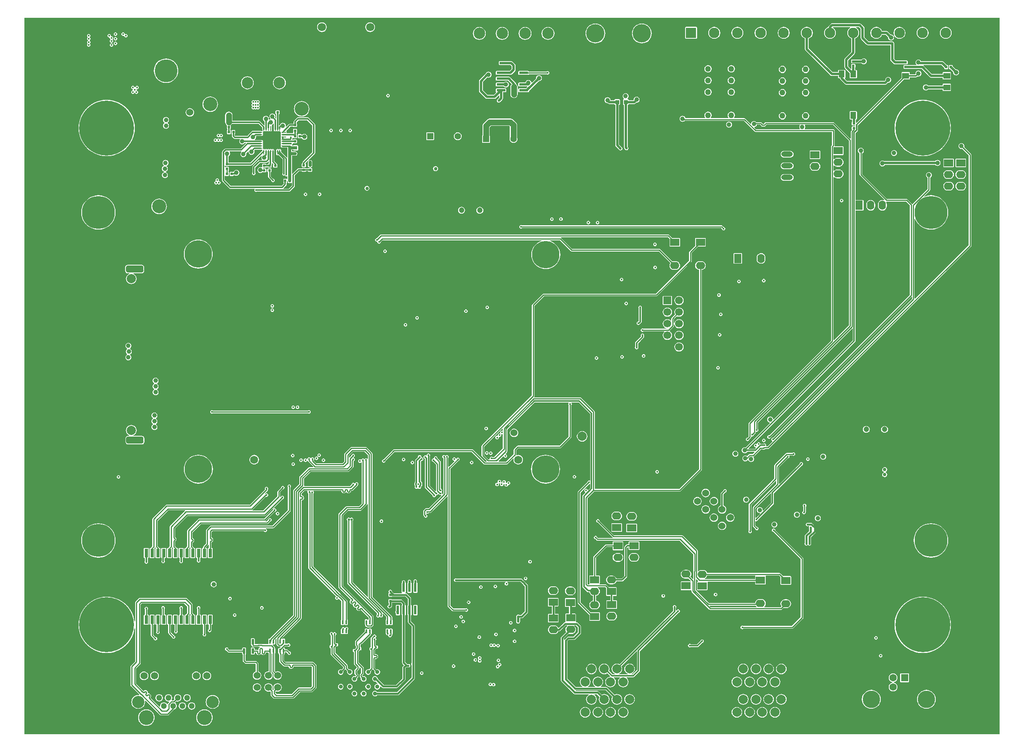
<source format=gbr>
%FSTAX23Y23*%
%MOIN*%
%SFA1B1*%

%IPPOS*%
%AMD123*
4,1,8,-0.075000,0.015000,-0.075000,-0.015000,-0.060000,-0.030000,0.060000,-0.030000,0.075000,-0.015000,0.075000,0.015000,0.060000,0.030000,-0.060000,0.030000,-0.075000,0.015000,0.0*
1,1,0.030000,-0.060000,0.015000*
1,1,0.030000,-0.060000,-0.015000*
1,1,0.030000,0.060000,-0.015000*
1,1,0.030000,0.060000,0.015000*
%
%AMD126*
4,1,8,-0.059100,0.029500,-0.059100,-0.029500,-0.029500,-0.059100,0.029500,-0.059100,0.059100,-0.029500,0.059100,0.029500,0.029500,0.059100,-0.029500,0.059100,-0.059100,0.029500,0.0*
1,1,0.059056,-0.029500,0.029500*
1,1,0.059056,-0.029500,-0.029500*
1,1,0.059056,0.029500,-0.029500*
1,1,0.059056,0.029500,0.029500*
%
%ADD21R,0.031496X0.031496*%
%ADD39R,0.017716X0.015748*%
%ADD41R,0.051181X0.059055*%
%ADD42R,0.059055X0.051181*%
%ADD46R,0.035433X0.037402*%
%ADD47R,0.035433X0.037402*%
%ADD54R,0.037000X0.046000*%
%ADD55R,0.021000X0.046000*%
%ADD59R,0.015748X0.035528*%
%ADD64R,0.023622X0.019685*%
%ADD65R,0.019685X0.023622*%
%ADD72R,0.019685X0.019685*%
%ADD73R,0.019685X0.019685*%
%ADD80R,0.022000X0.078000*%
%ADD82C,0.009842*%
%ADD83C,0.012000*%
%ADD84C,0.050000*%
%ADD85C,0.020000*%
%ADD86C,0.015000*%
%ADD87C,0.010000*%
%ADD88C,0.025000*%
%ADD107C,0.196850*%
%ADD108O,0.157480X0.196850*%
%ADD109R,0.078740X0.062992*%
%ADD110O,0.078740X0.062992*%
%ADD111R,0.062992X0.078740*%
%ADD112O,0.062992X0.078740*%
%ADD113C,0.069000*%
%ADD114R,0.066929X0.066929*%
%ADD115C,0.066929*%
%ADD116C,0.157480*%
%ADD117C,0.149606*%
%ADD118C,0.062992*%
%ADD119R,0.062992X0.062992*%
%ADD120C,0.055118*%
%ADD121R,0.055118X0.055118*%
%ADD122C,0.078740*%
G04~CAMADD=123~8~0.0~0.0~600.0~1500.0~150.0~0.0~15~0.0~0.0~0.0~0.0~0~0.0~0.0~0.0~0.0~0~0.0~0.0~0.0~90.0~1500.0~600.0*
%ADD123D123*%
%ADD124C,0.098425*%
%ADD125O,0.098425X0.102362*%
G04~CAMADD=126~8~0.0~0.0~1181.1~1181.1~295.3~0.0~15~0.0~0.0~0.0~0.0~0~0.0~0.0~0.0~0.0~0~0.0~0.0~0.0~90.0~1182.0~1182.0*
%ADD126D126*%
%ADD127C,0.035433*%
%ADD128O,0.098425X0.047244*%
%ADD129R,0.098425X0.047244*%
%ADD130C,0.029528*%
%ADD131R,0.090000X0.090000*%
%ADD132C,0.090000*%
%ADD133C,0.047244*%
%ADD134C,0.086614*%
%ADD135C,0.070866*%
%ADD136C,0.106299*%
%ADD137C,0.051181*%
%ADD138C,0.127953*%
%ADD139C,0.062000*%
%ADD140C,0.060000*%
%ADD141C,0.118110*%
%ADD142C,0.120000*%
%ADD143C,0.050000*%
%ADD144C,0.118110*%
%ADD145O,0.129921X0.157480*%
%ADD146C,0.060000*%
%ADD147C,0.236220*%
%ADD148C,0.283465*%
%ADD149C,0.472441*%
%ADD150C,0.017716*%
%ADD151C,0.039370*%
%ADD152C,0.030000*%
%ADD197R,0.129921X0.129921*%
%ADD198R,0.040000X0.009055*%
%ADD199R,0.009055X0.040000*%
%ADD200R,0.078000X0.021000*%
%ADD201R,0.030000X0.075000*%
%ADD202C,0.008000*%
%LNsyncbox_copper_signal_bot-1*%
%LPD*%
G36*
X0839Y-00005D02*
X-00005D01*
Y06165*
X0839*
Y-00005*
G37*
%LNsyncbox_copper_signal_bot-2*%
%LPC*%
G36*
X02971Y06125D02*
X0296Y06124D01*
X0295Y0612*
X02941Y06113*
X02935Y06104*
X02931Y06094*
X02929Y06084*
X02931Y06073*
X02935Y06063*
X02941Y06054*
X0295Y06047*
X0296Y06043*
X02971Y06042*
X02982Y06043*
X02992Y06047*
X03Y06054*
X03007Y06063*
X03011Y06073*
X03013Y06084*
X03011Y06094*
X03007Y06104*
X03Y06113*
X02992Y0612*
X02982Y06124*
X02971Y06125*
G37*
G36*
X02556D02*
X02545Y06124D01*
X02535Y0612*
X02526Y06113*
X0252Y06104*
X02516Y06094*
X02514Y06084*
X02516Y06073*
X0252Y06063*
X02526Y06054*
X02535Y06047*
X02545Y06043*
X02556Y06042*
X02567Y06043*
X02577Y06047*
X02585Y06054*
X02592Y06063*
X02596Y06073*
X02598Y06084*
X02596Y06094*
X02592Y06104*
X02585Y06113*
X02577Y0612*
X02567Y06124*
X02556Y06125*
G37*
G36*
X0078Y0604D02*
X00774Y06038D01*
X00769Y06035*
X00766Y0603*
X00764Y06025*
X00766Y06019*
X00769Y06014*
X00774Y06011*
X0078Y06009*
X00785Y06011*
X0079Y06014*
X00793Y06019*
X00795Y06025*
X00793Y0603*
X0079Y06035*
X00785Y06038*
X0078Y0604*
G37*
G36*
X00845D02*
X00839Y06038D01*
X00834Y06035*
X00831Y0603*
X00829Y06025*
X00831Y06019*
X00834Y06014*
X00839Y06011*
X00845Y06009*
X0085Y0601*
X00851Y0601*
X00855Y06008*
X00856Y06004*
X00859Y05999*
X00864Y05996*
X0087Y05994*
X00875Y05996*
X0088Y05999*
X00883Y06004*
X00885Y0601*
X00883Y06015*
X0088Y0602*
X00875Y06023*
X0087Y06025*
X00864Y06024*
X00863Y06024*
X00859Y06026*
X00858Y0603*
X00855Y06035*
X0085Y06038*
X00845Y0604*
G37*
G36*
X07925Y06086D02*
X07912Y06084D01*
X07899Y06079*
X07889Y06071*
X07881Y0606*
X07876Y06048*
X07874Y06035*
X07876Y06021*
X07881Y06009*
X07889Y05998*
X07899Y0599*
X07912Y05985*
X07925Y05983*
X07938Y05985*
X07951Y0599*
X07961Y05998*
X0797Y06009*
X07975Y06021*
X07976Y06035*
X07975Y06048*
X0797Y0606*
X07961Y06071*
X07951Y06079*
X07938Y06084*
X07925Y06086*
G37*
G36*
X07726D02*
X07713Y06084D01*
X077Y06079*
X0769Y06071*
X07681Y0606*
X07676Y06048*
X07675Y06035*
X07676Y06021*
X07681Y06009*
X0769Y05998*
X077Y0599*
X07713Y05985*
X07726Y05983*
X07739Y05985*
X07752Y0599*
X07762Y05998*
X0777Y06009*
X07775Y06021*
X07777Y06035*
X07775Y06048*
X0777Y0606*
X07762Y06071*
X07752Y06079*
X07739Y06084*
X07726Y06086*
G37*
G36*
X07527D02*
X07513Y06084D01*
X07501Y06079*
X0749Y06071*
X07482Y0606*
X07477Y06048*
X07475Y06035*
X07477Y06021*
X07482Y06009*
X0749Y05998*
X07501Y0599*
X07513Y05985*
X07527Y05983*
X0754Y05985*
X07552Y0599*
X07563Y05998*
X07571Y06009*
X07576Y06021*
X07578Y06035*
X07576Y06048*
X07571Y0606*
X07563Y06071*
X07552Y06079*
X0754Y06084*
X07527Y06086*
G37*
G36*
X0653D02*
X06517Y06084D01*
X06505Y06079*
X06494Y06071*
X06486Y0606*
X06481Y06048*
X06479Y06035*
X06481Y06021*
X06486Y06009*
X06494Y05998*
X06505Y0599*
X06517Y05985*
X0653Y05983*
X06544Y05985*
X06556Y0599*
X06567Y05998*
X06575Y06009*
X0658Y06021*
X06582Y06035*
X0658Y06048*
X06575Y0606*
X06567Y06071*
X06556Y06079*
X06544Y06084*
X0653Y06086*
G37*
G36*
X06331D02*
X06318Y06084D01*
X06305Y06079*
X06295Y06071*
X06286Y0606*
X06281Y06048*
X0628Y06035*
X06281Y06021*
X06286Y06009*
X06295Y05998*
X06305Y0599*
X06318Y05985*
X06331Y05983*
X06344Y05985*
X06357Y0599*
X06367Y05998*
X06375Y06009*
X06381Y06021*
X06382Y06035*
X06381Y06048*
X06375Y0606*
X06367Y06071*
X06357Y06079*
X06344Y06084*
X06331Y06086*
G37*
G36*
X06132D02*
X06118Y06084D01*
X06106Y06079*
X06095Y06071*
X06087Y0606*
X06082Y06048*
X0608Y06035*
X06082Y06021*
X06087Y06009*
X06095Y05998*
X06106Y0599*
X06118Y05985*
X06132Y05983*
X06145Y05985*
X06157Y0599*
X06168Y05998*
X06176Y06009*
X06181Y06021*
X06183Y06035*
X06181Y06048*
X06176Y0606*
X06168Y06071*
X06157Y06079*
X06145Y06084*
X06132Y06086*
G37*
G36*
X05932D02*
X05919Y06084D01*
X05907Y06079*
X05896Y06071*
X05888Y0606*
X05883Y06048*
X05881Y06035*
X05883Y06021*
X05888Y06009*
X05896Y05998*
X05907Y0599*
X05919Y05985*
X05932Y05983*
X05946Y05985*
X05958Y0599*
X05969Y05998*
X05977Y06009*
X05982Y06021*
X05984Y06035*
X05982Y06048*
X05977Y0606*
X05969Y06071*
X05958Y06079*
X05946Y06084*
X05932Y06086*
G37*
G36*
X05778Y06086D02*
X05688D01*
X05684Y06084*
X05682Y0608*
Y0599*
X05684Y05985*
X05688Y05983*
X05778*
X05783Y05985*
X05785Y0599*
Y0608*
X05783Y06084*
X05778Y06086*
G37*
G36*
X04501Y06085D02*
X04487Y06083D01*
X04474Y06078*
X04462Y06069*
X04453Y06057*
X04448Y06044*
X04446Y0603*
X04448Y06015*
X04453Y06002*
X04462Y0599*
X04474Y05981*
X04487Y05976*
X04501Y05974*
X04516Y05976*
X04529Y05981*
X04541Y0599*
X04549Y06002*
X04555Y06015*
X04557Y0603*
X04555Y06044*
X04549Y06057*
X04541Y06069*
X04529Y06078*
X04516Y06083*
X04501Y06085*
G37*
G36*
X04305D02*
X0429Y06083D01*
X04277Y06078*
X04265Y06069*
X04256Y06057*
X04251Y06044*
X04249Y0603*
X04251Y06015*
X04256Y06002*
X04265Y0599*
X04277Y05981*
X0429Y05976*
X04305Y05974*
X04319Y05976*
X04332Y05981*
X04344Y0599*
X04353Y06002*
X04358Y06015*
X0436Y0603*
X04358Y06044*
X04353Y06057*
X04344Y06069*
X04332Y06078*
X04319Y06083*
X04305Y06085*
G37*
G36*
X04108D02*
X04093Y06083D01*
X0408Y06078*
X04068Y06069*
X0406Y06057*
X04054Y06044*
X04052Y0603*
X04054Y06015*
X0406Y06002*
X04068Y0599*
X0408Y05981*
X04093Y05976*
X04108Y05974*
X04122Y05976*
X04135Y05981*
X04147Y0599*
X04156Y06002*
X04161Y06015*
X04163Y0603*
X04161Y06044*
X04156Y06057*
X04147Y06069*
X04135Y06078*
X04122Y06083*
X04108Y06085*
G37*
G36*
X03911D02*
X03896Y06083D01*
X03883Y06078*
X03871Y06069*
X03863Y06057*
X03857Y06044*
X03855Y0603*
X03857Y06015*
X03863Y06002*
X03871Y0599*
X03883Y05981*
X03896Y05976*
X03911Y05974*
X03925Y05976*
X03939Y05981*
X0395Y0599*
X03959Y06002*
X03964Y06015*
X03966Y0603*
X03964Y06044*
X03959Y06057*
X0395Y06069*
X03939Y06078*
X03925Y06083*
X03911Y06085*
G37*
G36*
X0078Y06D02*
X00774Y05998D01*
X00769Y05995*
X00766Y0599*
X00764Y05985*
X00766Y05979*
X00769Y05974*
X00774Y05971*
X0078Y05969*
X00785Y05971*
X0079Y05974*
X00793Y05979*
X00795Y05985*
X00793Y0599*
X0079Y05995*
X00785Y05998*
X0078Y06*
G37*
G36*
X07327Y06086D02*
X07314Y06084D01*
X07302Y06079*
X07291Y06071*
X07283Y0606*
X07278Y06048*
X07276Y06035*
X07278Y06021*
X07283Y06009*
X07291Y05998*
X07302Y0599*
X07314Y05985*
X07327Y05983*
X07341Y05985*
X07353Y0599*
X07364Y05998*
X07372Y06009*
X07376Y06018*
X07408*
X07429Y05997*
X07429Y05995*
X0743Y05988*
X07432Y05982*
X07436Y05976*
X07442Y05972*
X07448Y0597*
X07455Y05969*
X07461Y0597*
X07467Y05972*
X07473Y05976*
X07477Y05982*
X07479Y05988*
X0748Y05995*
X07479Y06001*
X07477Y06007*
X07473Y06013*
X07467Y06017*
X07461Y06019*
X07455Y0602*
X07452Y0602*
X07426Y06046*
X07421Y06049*
X07415Y06051*
X07376*
X07372Y0606*
X07364Y06071*
X07353Y06079*
X07341Y06084*
X07327Y06086*
G37*
G36*
X00725Y06025D02*
X00719Y06023D01*
X00714Y0602*
X00711Y06015*
X00709Y0601*
X00711Y06004*
X00714Y05999*
X00719Y05996*
X00725Y05994*
X00725Y05995*
X0073Y0599*
X00729Y0599*
X00731Y05984*
X00734Y05979*
Y05975*
X00731Y0597*
X00729Y05965*
X00731Y05959*
X00734Y05954*
X00739Y05951*
X00745Y05949*
X0075Y05951*
X00755Y05954*
X00758Y05959*
X0076Y05965*
X00758Y0597*
X00755Y05975*
Y05979*
X00758Y05984*
X0076Y0599*
X00758Y05995*
X00755Y06*
X0075Y06003*
X00745Y06005*
X00744Y06004*
X00739Y06009*
X0074Y0601*
X00738Y06015*
X00735Y0602*
X0073Y06023*
X00725Y06025*
G37*
G36*
X0531Y06115D02*
X05293Y06113D01*
X05277Y06108*
X05262Y061*
X05249Y0609*
X05239Y06077*
X05231Y06062*
X05226Y06046*
X05224Y0603*
X05226Y06013*
X05231Y05997*
X05239Y05982*
X05249Y05969*
X05262Y05959*
X05277Y05951*
X05293Y05946*
X0531Y05944*
X05326Y05946*
X05342Y05951*
X05357Y05959*
X0537Y05969*
X0538Y05982*
X05388Y05997*
X05393Y06013*
X05395Y0603*
X05393Y06046*
X05388Y06062*
X0538Y06077*
X0537Y0609*
X05357Y061*
X05342Y06108*
X05326Y06113*
X0531Y06115*
G37*
G36*
X0491D02*
X04893Y06113D01*
X04877Y06108*
X04862Y061*
X04849Y0609*
X04839Y06077*
X04831Y06062*
X04826Y06046*
X04824Y0603*
X04826Y06013*
X04831Y05997*
X04839Y05982*
X04849Y05969*
X04862Y05959*
X04877Y05951*
X04893Y05946*
X0491Y05944*
X04926Y05946*
X04942Y05951*
X04957Y05959*
X0497Y05969*
X0498Y05982*
X04988Y05997*
X04993Y06013*
X04995Y0603*
X04993Y06046*
X04988Y06062*
X0498Y06077*
X0497Y0609*
X04957Y061*
X04942Y06108*
X04926Y06113*
X0491Y06115*
G37*
G36*
X0078Y0596D02*
X00774Y05958D01*
X00769Y05955*
X00766Y0595*
X00764Y05945*
X00766Y05939*
X00769Y05934*
X00774Y05931*
X0078Y05929*
X00785Y05931*
X0079Y05934*
X00793Y05939*
X00795Y05945*
X00793Y0595*
X0079Y05955*
X00785Y05958*
X0078Y0596*
G37*
G36*
X00745Y05945D02*
X00739Y05943D01*
X00734Y0594*
X00731Y05935*
X00729Y0593*
X00731Y05924*
X00734Y05919*
X00739Y05916*
X00745Y05914*
X0075Y05916*
X00755Y05919*
X00758Y05924*
X0076Y0593*
X00758Y05935*
X00755Y0594*
X0075Y05943*
X00745Y05945*
G37*
G36*
X0055Y06025D02*
X00544Y06023D01*
X00539Y0602*
X00536Y06015*
X00534Y0601*
X00536Y06004*
X00539Y05999*
Y05995*
X00536Y0599*
X00534Y05985*
X00536Y05979*
X00539Y05974*
X00541Y05973*
Y05966*
X00539Y05965*
X00536Y0596*
X00534Y05955*
X00536Y05949*
X00539Y05944*
Y0594*
X00536Y05935*
X00534Y0593*
X00536Y05924*
X00539Y05919*
X00544Y05916*
X0055Y05914*
X00555Y05916*
X0056Y05919*
X00563Y05924*
X00565Y0593*
X00563Y05935*
X0056Y0594*
Y05944*
X00563Y05949*
X00565Y05955*
X00563Y0596*
X0056Y05965*
X00558Y05966*
Y05973*
X0056Y05974*
X00563Y05979*
X00565Y05985*
X00563Y0599*
X0056Y05995*
Y05999*
X00563Y06004*
X00565Y0601*
X00563Y06015*
X0056Y0602*
X00555Y06023*
X0055Y06025*
G37*
G36*
X0722Y05815D02*
X07213Y05814D01*
X07207Y05812*
X07201Y05808*
X07199Y05805*
X07141*
X07141Y05805*
X07118*
X07113Y05803*
X07111Y05799*
Y05779*
X07113Y05775*
X07118Y05773*
X07141*
X07141Y05773*
X072*
X07201Y05771*
X07207Y05767*
X07213Y05765*
X0722Y05764*
X07226Y05765*
X07232Y05767*
X07238Y05771*
X07242Y05777*
X07244Y05783*
X07245Y0579*
X07244Y05796*
X07242Y05802*
X07238Y05808*
X07232Y05812*
X07226Y05814*
X0722Y05815*
G37*
G36*
X07184Y06116D02*
X06945D01*
X06939Y06115*
X06934Y06112*
X06917Y06095*
X06914Y0609*
X06913Y06084*
Y06083*
X06903Y06079*
X06892Y06071*
X06884Y0606*
X06879Y06048*
X06877Y06035*
X06879Y06021*
X06884Y06009*
X06892Y05998*
X06903Y0599*
X06915Y05985*
X06929Y05983*
X06942Y05985*
X06954Y0599*
X06965Y05998*
X06973Y06009*
X06978Y06021*
X0698Y06035*
X06978Y06048*
X06973Y0606*
X06965Y06071*
X06954Y06079*
X06954Y06079*
X06955Y06084*
X07102*
X07103Y06079*
X07102Y06079*
X07092Y06071*
X07084Y0606*
X07078Y06048*
X07077Y06035*
X07078Y06021*
X07084Y06009*
X07092Y05998*
X07102Y0599*
X07112Y05986*
Y0587*
X07058Y05816*
X07055Y05811*
X07053Y05805*
Y0574*
X07055Y05733*
X07058Y05728*
X07098Y05689*
Y0565*
X07099Y05645*
X07104Y05644*
X07155*
X0716Y05645*
X07161Y0565*
Y05709*
X0716Y05714*
X07155Y05715*
X07146*
Y05735*
X07146Y05735*
X07148Y0574*
Y05759*
X07146Y05764*
X07141Y05766*
X07118*
X07113Y05764*
X07111Y05759*
Y0574*
X07113Y05735*
X07113Y05735*
Y05725*
X07109Y05723*
X07086Y05746*
Y05798*
X0714Y05852*
X07143Y05857*
X07144Y05863*
Y05986*
X07154Y0599*
X07164Y05998*
X07173Y06009*
X07178Y06021*
X07179Y06035*
X07178Y06048*
X07173Y0606*
X07164Y06071*
X07154Y06079*
X07153Y06079*
X07154Y06084*
X07177*
X07193Y06068*
Y0599*
X07195Y05983*
X07198Y05978*
X07243Y05933*
X07248Y0593*
X07255Y05928*
X07448*
Y05805*
X0745Y05798*
X07453Y05793*
X07478Y05768*
X07483Y05765*
X0749Y05763*
X07568*
X07568Y05763*
X07591*
X07596Y05765*
X07598Y0577*
Y05789*
X07596Y05794*
X07591Y05796*
X07568*
X07568Y05796*
X07496*
X07481Y05811*
Y05945*
X07479Y05951*
X07476Y05956*
X07471Y05959*
X07465Y05961*
X07261*
X07226Y05996*
Y06075*
X07224Y06081*
X07221Y06086*
X07195Y06112*
X0719Y06115*
X07184Y06116*
G37*
G36*
X0769Y05805D02*
X07683Y05804D01*
X07677Y05802*
X07671Y05798*
X07667Y05792*
X07665Y05786*
X07664Y0578*
X07665Y05773*
X07667Y05767*
X07671Y05761*
X07671Y05761*
X07669Y05756*
X07591*
X07591Y05756*
X07568*
X07563Y05754*
X07561Y0575*
Y0573*
X07563Y05726*
X07568Y05724*
X07591*
X07591Y05724*
X07717*
X07788Y05653*
X07793Y0565*
X078Y05648*
X07899*
Y05639*
X079Y05634*
X07905Y05633*
X07964*
X07969Y05634*
X0797Y05639*
Y0569*
X07969Y05695*
X07964Y05696*
X07905*
X079Y05695*
X07899Y0569*
Y05681*
X07806*
X07735Y05752*
X07733Y05753*
X07734Y05758*
X07888*
X07913Y05733*
Y05728*
X07915Y05723*
X0792Y05721*
X07939*
X07944Y05723*
X07946Y05728*
Y05751*
X07944Y05756*
X07939Y05758*
X07934*
X07906Y05786*
X07901Y05789*
X07895Y05791*
X07713*
X07712Y05792*
X07708Y05798*
X07702Y05802*
X07696Y05804*
X0769Y05805*
G37*
G36*
X04104Y05791D02*
X04085D01*
X0408Y05789*
X04078Y05784*
Y05765*
X0408Y0576*
X04085Y05758*
X04104*
X04104Y05758*
X04178*
X0419Y05747*
Y05722*
X04173Y05706*
X04138*
X04137Y05706*
X04059*
X04054Y05705*
X04052Y057*
Y05679*
X04054Y05674*
X04059Y05673*
X04137*
X04138Y05673*
X0418*
X04186Y05675*
X04191Y05678*
X04217Y05704*
X04221Y0571*
X04222Y05716*
Y05753*
X04221Y05759*
X04217Y05765*
X04196Y05786*
X04191Y05789*
X04185Y05791*
X04104*
X04104Y05791*
G37*
G36*
X0608Y05756D02*
X06071Y05755D01*
X06064Y05751*
X06057Y05747*
X06053Y0574*
X06049Y05733*
X06048Y05725*
X06049Y05716*
X06053Y05709*
X06057Y05702*
X06064Y05698*
X06071Y05694*
X0608Y05693*
X06088Y05694*
X06095Y05698*
X06102Y05702*
X06106Y05709*
X0611Y05716*
X06111Y05725*
X0611Y05733*
X06106Y0574*
X06102Y05747*
X06095Y05751*
X06088Y05755*
X0608Y05756*
G37*
G36*
X0588D02*
X05871Y05755D01*
X05864Y05751*
X05857Y05747*
X05853Y0574*
X05849Y05733*
X05848Y05725*
X05849Y05716*
X05853Y05709*
X05857Y05702*
X05864Y05698*
X05871Y05694*
X0588Y05693*
X05888Y05694*
X05895Y05698*
X05902Y05702*
X05906Y05709*
X0591Y05716*
X05911Y05725*
X0591Y05733*
X05906Y0574*
X05902Y05747*
X05895Y05751*
X05888Y05755*
X0588Y05756*
G37*
G36*
X0672Y05751D02*
X06711Y0575D01*
X06704Y05746*
X06697Y05742*
X06693Y05735*
X06689Y05728*
X06688Y0572*
X06689Y05711*
X06693Y05704*
X06697Y05697*
X06704Y05693*
X06711Y05689*
X0672Y05688*
X06728Y05689*
X06735Y05693*
X06742Y05697*
X06746Y05704*
X0675Y05711*
X06751Y0572*
X0675Y05728*
X06746Y05735*
X06742Y05742*
X06735Y05746*
X06728Y0575*
X0672Y05751*
G37*
G36*
X0652D02*
X06511Y0575D01*
X06504Y05746*
X06497Y05742*
X06493Y05735*
X06489Y05728*
X06488Y0572*
X06489Y05711*
X06493Y05704*
X06497Y05697*
X06504Y05693*
X06511Y05689*
X0652Y05688*
X06528Y05689*
X06535Y05693*
X06542Y05697*
X06546Y05704*
X0655Y05711*
X06551Y0572*
X0655Y05728*
X06546Y05735*
X06542Y05742*
X06535Y05746*
X06528Y0575*
X0652Y05751*
G37*
G36*
X0769Y0571D02*
X07683Y05709D01*
X07677Y05707*
X07671Y05703*
X07667Y05697*
X07665Y05691*
X07664Y05685*
X07664Y05682*
X0766Y05677*
X07616*
Y0569*
X07614Y05695*
X0761Y05696*
X07551*
X07546Y05695*
X07544Y0569*
Y05646*
X07157Y05259*
X07153Y05261*
Y05264*
X07151Y05269*
X07151Y05269*
Y05289*
X07155*
X0716Y05291*
X07161Y05296*
Y05355*
X0716Y05359*
X07155Y05361*
X07104*
X07099Y05359*
X07098Y05355*
Y05296*
X07099Y05291*
X07104Y05289*
X07118*
Y05269*
X07118Y05269*
X07116Y05264*
Y05244*
X07118Y0524*
X07123Y05238*
X07146*
Y05231*
X07123*
X07118Y05229*
X07116Y05225*
Y05205*
X07118Y052*
X07118Y05199*
X07111Y05192*
X07109Y05188*
X07108Y05184*
Y05184*
Y05127*
X07103Y05125*
X06966Y05262*
X06963Y05265*
X06959Y05265*
X06959*
X06374*
X0637Y05265*
X06366Y05262*
X06364Y05259*
X06364Y05256*
X06358Y05251*
X06351*
X06345Y05256*
X06345Y05259*
X06343Y05262*
X06339Y05265*
X06335Y05265*
X06295*
X06293Y05268*
X06287Y05272*
X06281Y05274*
X06275Y05275*
X06268Y05274*
X06262Y05272*
X06256Y05268*
X06252Y05262*
X0625Y05256*
X06249Y05254*
X06244Y05252*
X062Y05296*
X06196Y05299*
X06192Y053*
X06192*
X06106*
X06103Y05305*
X06106Y05309*
X0611Y05316*
X06111Y05325*
X0611Y05333*
X06106Y0534*
X06102Y05347*
X06095Y05351*
X06088Y05355*
X0608Y05356*
X06071Y05355*
X06064Y05351*
X06057Y05347*
X06053Y0534*
X06049Y05333*
X06048Y05325*
X06049Y05316*
X06053Y05309*
X06056Y05305*
X06053Y053*
X05906*
X05903Y05305*
X05906Y05309*
X0591Y05316*
X05911Y05325*
X0591Y05333*
X05906Y0534*
X05902Y05347*
X05895Y05351*
X05888Y05355*
X0588Y05356*
X05871Y05355*
X05864Y05351*
X05857Y05347*
X05853Y0534*
X05849Y05333*
X05848Y05325*
X05849Y05316*
X05853Y05309*
X05856Y05305*
X05853Y053*
X05685*
X05684Y05301*
X05682Y05307*
X05678Y05313*
X05672Y05317*
X05666Y05319*
X0566Y0532*
X05653Y05319*
X05647Y05317*
X05641Y05313*
X05637Y05307*
X05635Y05301*
X05634Y05295*
X05635Y05288*
X05637Y05282*
X05641Y05276*
X05647Y05272*
X05653Y0527*
X0566Y05269*
X05666Y0527*
X05672Y05272*
X05678Y05276*
X05679Y05277*
X06188*
X0628Y05185*
X06283Y05183*
X06288Y05182*
X06946*
Y05068*
X06941Y05063*
X06939Y0506*
X06938Y05056*
Y03384*
X06232Y02678*
X06229Y02675*
X06229Y0267*
Y02559*
X06219Y02549*
X06214Y02548*
X06209Y02545*
X06206Y0254*
X06204Y02535*
X06206Y02529*
X06209Y02524*
X06214Y02521*
X0622Y02519*
X06225Y02521*
X0623Y02524*
X06233Y02529*
X06234Y02534*
X06248Y02547*
X0625Y0255*
X06251Y02555*
Y02557*
X06256Y0256*
X0626Y02559*
X06265Y02561*
X0627Y02564*
X06273Y02569*
X06274Y02574*
X06286Y02585*
X06286*
X06288Y02588*
X06289Y02593*
Y02593*
Y02597*
X06294Y026*
X06298Y02599*
X06303Y02601*
X06308Y02604*
X06311Y02609*
X06313Y02615*
X06311Y0262*
X06309Y02624*
Y02679*
X07119Y03489*
X07124Y03487*
Y03386*
X06445Y02707*
X0644Y02709*
X06439Y02711*
X06437Y02717*
X06433Y02723*
X06427Y02727*
X06421Y02729*
X06415Y0273*
X06408Y02729*
X06402Y02727*
X06396Y02723*
X06392Y02717*
X0639Y02711*
X06389Y02705*
X0639Y02698*
X06392Y02692*
X06396Y02686*
X06402Y02682*
X06408Y0268*
X0641Y02679*
X06412Y02674*
X06202Y02464*
X06201Y02464*
X06195Y02465*
X06188Y02464*
X06182Y02462*
X06176Y02458*
X06172Y02452*
X0617Y02446*
X06169Y0244*
X0617Y02433*
X06172Y02427*
X06176Y02421*
X06182Y02417*
X06188Y02415*
X06195Y02414*
X06201Y02415*
X06207Y02417*
X06213Y02421*
X06217Y02427*
X06217Y02427*
X06278*
X0628Y02423*
X06264Y02406*
X06237*
X06233Y02405*
X06229Y02403*
X06229*
X06215Y02389*
X06212Y02392*
X06206Y02394*
X062Y02395*
X06193Y02394*
X06187Y02392*
X06181Y02388*
X06177Y02382*
X06175Y02376*
X06174Y0237*
X06175Y02363*
X06177Y02357*
X06181Y02351*
X06187Y02347*
X06193Y02345*
X062Y02344*
X06206Y02345*
X06212Y02347*
X06218Y02351*
X0622Y02355*
X06226Y02354*
X06226Y02354*
X06227Y02352*
X06231Y02346*
X06237Y02342*
X06243Y0234*
X0625Y02339*
X06256Y0234*
X06262Y02342*
X06268Y02346*
X06272Y02352*
X06274Y02358*
X06275Y02365*
X06274Y02371*
X06272Y02377*
X0627Y02379*
X06272Y02385*
X06273Y02385*
X06276Y02387*
X06335Y02446*
X0635*
X06352Y02445*
X06358Y02443*
X06363Y02445*
X06368Y02448*
X06371Y02452*
X06396*
X064Y02452*
X06404Y02455*
X08142Y04194*
X08142*
X08145Y04197*
X08146Y04201*
Y04985*
X08145Y04989*
X08142Y04992*
X08142*
X08084Y05051*
X08084Y05053*
X08085Y0506*
X08084Y05066*
X08082Y05072*
X08078Y05078*
X08072Y05082*
X08066Y05084*
X0806Y05085*
X08053Y05084*
X08047Y05082*
X08041Y05078*
X08037Y05072*
X08035Y05066*
X08034Y0506*
X08035Y05053*
X08037Y05047*
X08041Y05041*
X08047Y05037*
X08053Y05035*
X0806Y05034*
X08066Y05035*
X08068Y05035*
X08123Y0498*
Y04206*
X07661Y03744*
X07656Y03746*
Y0443*
X07661Y04431*
X07666Y0442*
X07678Y04401*
X07693Y04383*
X07711Y04368*
X0773Y04356*
X07752Y04347*
X07775Y04341*
X07798Y0434*
X07821Y04341*
X07843Y04347*
X07865Y04356*
X07885Y04368*
X07902Y04383*
X07918Y04401*
X0793Y0442*
X07939Y04442*
X07944Y04465*
X07946Y04488*
X07944Y04511*
X07939Y04533*
X0793Y04555*
X07918Y04575*
X07902Y04592*
X07885Y04608*
X07865Y0462*
X07843Y04629*
X07821Y04634*
X07798Y04636*
X07775Y04634*
X07752Y04629*
X07741Y04624*
X07738Y04628*
X07787Y04677*
X07787Y04677*
X0779Y04681*
X07791Y04685*
Y04786*
X07792Y04787*
X07798Y04791*
X07802Y04797*
X07804Y04803*
X07805Y0481*
X07804Y04816*
X07802Y04822*
X07798Y04828*
X07792Y04832*
X07786Y04834*
X0778Y04835*
X07773Y04834*
X07767Y04832*
X07761Y04828*
X07757Y04822*
X07755Y04816*
X07754Y0481*
X07755Y04803*
X07757Y04797*
X07761Y04791*
X07767Y04787*
X07768Y04786*
Y0469*
X07641Y04562*
X07635Y04562*
X07596Y046*
X07593Y04603*
X07589Y04604*
X07588*
X0742*
X07206Y04818*
Y04996*
X07207Y04997*
X07213Y05001*
X07217Y05007*
X07219Y05013*
X0722Y0502*
X07219Y05026*
X07217Y05032*
X07213Y05038*
X07207Y05042*
X07201Y05044*
X07195Y05045*
X07188Y05044*
X07182Y05042*
X07176Y05038*
X07172Y05032*
X0717Y05026*
X07169Y0502*
X0717Y05013*
X07172Y05007*
X07176Y05001*
X07182Y04997*
X07183Y04996*
Y04814*
Y04814*
X07184Y04809*
X07187Y04806*
X07396Y04597*
X07393Y04592*
X07389Y04594*
X0738Y04595*
X0737Y04594*
X07361Y0459*
X07353Y04584*
X07347Y04576*
X07343Y04567*
X07342Y04557*
Y04542*
X07343Y04532*
X07347Y04523*
X07353Y04515*
X07361Y04509*
X0737Y04505*
X0738Y04504*
X07389Y04505*
X07398Y04509*
X07406Y04515*
X07412Y04523*
X07416Y04532*
X07417Y04542*
Y04557*
X07416Y04567*
X07412Y04576*
X07412Y04577*
X07414Y04582*
X07416Y04581*
X07416*
X07584*
X07616Y0455*
Y03779*
X06405Y02569*
X06404Y0257*
X06398Y02568*
X06393Y02565*
X0639Y0256*
X06388Y02555*
X0639Y02549*
X06393Y02544*
X06398Y02541*
X06404Y02539*
X06409Y02541*
X06414Y02544*
X06417Y02549*
X06418Y0255*
X07629Y03762*
X07634Y0376*
Y03745*
X06438Y02548*
X06433Y02547*
X06428Y02544*
X06425Y02539*
X06423Y02533*
X06425Y02528*
X06428Y02523*
X06431Y02521*
X06432Y02515*
X06391Y02474*
X06382*
X06379Y02479*
X0638Y02483*
X06378Y02488*
X06375Y02493*
X0637Y02496*
X06365Y02498*
X06359Y02496*
X06356Y02495*
X06332*
X06332*
X06329Y02499*
X06328Y025*
X06325Y02505*
X0632Y02508*
X06315Y0251*
X06309Y02508*
X06304Y02505*
X06301Y025*
X063Y02496*
X06296Y02494*
X06295Y02494*
X0629Y02495*
X06284Y02493*
X06279Y0249*
X06276Y02485*
X06274Y0248*
X06276Y02474*
X06279Y02469*
X06284Y02466*
X0629Y02464*
X0629Y02464*
X06292Y0246*
X06284Y02452*
X0623*
X06228Y02456*
X07145Y03373*
X07145*
X07147Y03376*
X07148Y03381*
Y04504*
X07211*
X07216Y04506*
X07217Y0451*
Y04589*
X07216Y04593*
X07211Y04595*
X07148*
Y05172*
X07167Y05191*
X07169Y05195*
X0717Y05199*
Y05238*
X07565Y05633*
X0761*
X07614Y05634*
X07616Y05639*
Y05652*
X07669*
X0767*
X07674Y05653*
X07678Y05656*
X07682Y0566*
X07683Y0566*
X0769Y05659*
X07696Y0566*
X07702Y05662*
X07708Y05666*
X07712Y05672*
X07714Y05678*
X07715Y05685*
X07714Y05691*
X07712Y05697*
X07708Y05703*
X07702Y05707*
X07696Y05709*
X0769Y0571*
G37*
G36*
X04331Y05706D02*
X04253D01*
X04248Y05705*
X04246Y057*
Y05679*
X04248Y05674*
X04253Y05673*
X04331*
X04335Y05674*
X04337Y05678*
X0449*
X04494Y05676*
X045Y05674*
X04505Y05676*
X0451Y05679*
X04513Y05684*
X04515Y0569*
X04513Y05695*
X0451Y057*
X04505Y05703*
X045Y05705*
X04494Y05703*
X0449Y05701*
X04337*
X04335Y05705*
X04331Y05706*
G37*
G36*
X07979Y05758D02*
X07959D01*
X07955Y05756*
X07953Y05751*
Y05728*
X07955Y05723*
X07959Y05721*
X07965*
X07989Y05697*
X07989Y05695*
X0799Y05688*
X07992Y05682*
X07996Y05676*
X08002Y05672*
X08008Y0567*
X08015Y05669*
X08021Y0567*
X08027Y05672*
X08033Y05676*
X08037Y05682*
X08039Y05688*
X0804Y05695*
X08039Y05701*
X08037Y05707*
X08033Y05713*
X08027Y05717*
X08021Y05719*
X08015Y0572*
X08012Y0572*
X07985Y05747*
Y05751*
X07983Y05756*
X07979Y05758*
G37*
G36*
X0399Y057D02*
X03983Y05699D01*
X03977Y05697*
X03971Y05693*
X03967Y05687*
X03965Y05683*
X03913Y05631*
X0391Y05625*
X03908Y05619*
Y05535*
X0391Y05528*
X03913Y05523*
X03964Y05472*
X03969Y05468*
X03976Y05467*
X04041*
X04048Y05468*
X04053Y05472*
X04077Y05496*
X04081Y05494*
Y05477*
X04066Y05461*
X04062Y05456*
X04061Y0545*
X04062Y05443*
X04066Y05438*
X04071Y05435*
X04077Y05433*
X04083Y05435*
X04088Y05438*
X04109Y05459*
X04112Y05464*
X04114Y0547*
Y05523*
X04137*
X04141Y05524*
X04143Y05529*
Y0555*
X04141Y05555*
X04137Y05556*
X04059*
X04054Y05555*
X04052Y0555*
Y05529*
X04054Y05524*
X04055Y0552*
X04035Y055*
X03982*
X03941Y05541*
Y05612*
X03979Y05651*
X03983Y0565*
X0399Y05649*
X03996Y0565*
X04002Y05652*
X04008Y05656*
X04012Y05662*
X04014Y05668*
X04015Y05675*
X04014Y05681*
X04012Y05687*
X04008Y05693*
X04002Y05697*
X03996Y05699*
X0399Y057*
G37*
G36*
X04425Y0567D02*
X04418Y05669D01*
X04412Y05667*
X04406Y05663*
X04402Y05657*
X044Y05651*
X04399Y05645*
X04399Y05642*
X04364Y05606*
X04358Y05608*
X04358Y0561*
X04355Y05616*
X04351Y05622*
X04346Y05626*
X0434Y05628*
X04333Y05629*
X04326Y05628*
X0432Y05626*
X04315Y05622*
X04311Y05616*
X04308Y0561*
X04308Y05606*
X04253*
X04248Y05605*
X04246Y056*
Y05579*
X04248Y05574*
X04253Y05573*
X04323*
X04325Y05568*
X04313Y05556*
X04253*
X04248Y05555*
X04246Y0555*
Y05529*
X04248Y05524*
X04253Y05523*
X04331*
X04335Y05524*
X04337Y05529*
Y05534*
X04422Y05619*
X04425Y05619*
X04431Y0562*
X04437Y05622*
X04443Y05626*
X04447Y05632*
X04449Y05638*
X0445Y05645*
X04449Y05651*
X04447Y05657*
X04443Y05663*
X04437Y05667*
X04431Y05669*
X04425Y0567*
G37*
G36*
X01215Y05813D02*
X01198Y05812D01*
X01182Y05808*
X01167Y05802*
X01153Y05793*
X0114Y05783*
X0113Y0577*
X01121Y05756*
X01115Y05741*
X01111Y05725*
X0111Y05709*
X01111Y05692*
X01115Y05676*
X01121Y05661*
X0113Y05647*
X0114Y05635*
X01153Y05624*
X01167Y05615*
X01182Y05609*
X01198Y05605*
X01215Y05604*
X01231Y05605*
X01247Y05609*
X01262Y05615*
X01276Y05624*
X01289Y05635*
X01299Y05647*
X01308Y05661*
X01314Y05676*
X01318Y05692*
X01319Y05709*
X01318Y05725*
X01314Y05741*
X01308Y05756*
X01299Y0577*
X01289Y05783*
X01276Y05793*
X01262Y05802*
X01247Y05808*
X01231Y05812*
X01215Y05813*
G37*
G36*
X0673Y06086D02*
X06716Y06084D01*
X06704Y06079*
X06693Y06071*
X06685Y0606*
X0668Y06048*
X06678Y06035*
X0668Y06021*
X06685Y06009*
X06693Y05998*
X06704Y0599*
X06713Y05986*
Y05895*
X06715Y05888*
X06718Y05883*
X06933Y05668*
X06938Y05665*
X06945Y05663*
X06998*
Y0565*
X06999Y05645*
X07004Y05644*
X07013*
X07015Y05638*
X07018Y05633*
X07058Y05593*
X07063Y0559*
X0707Y05588*
X07405*
X07411Y0559*
X07416Y05593*
X07427Y05604*
X0743Y05604*
X07436Y05605*
X07442Y05607*
X07448Y05611*
X07452Y05617*
X07454Y05623*
X07455Y0563*
X07454Y05636*
X07452Y05642*
X07448Y05648*
X07442Y05652*
X07436Y05654*
X0743Y05655*
X07423Y05654*
X07417Y05652*
X07411Y05648*
X07407Y05642*
X07405Y05636*
X07404Y0563*
X07404Y05627*
X07398Y05621*
X07076*
X07058Y05639*
X07059Y05645*
X0706Y05645*
X07061Y0565*
Y05709*
X0706Y05714*
X07055Y05715*
X07004*
X06999Y05714*
X06998Y05709*
Y05696*
X06951*
X06746Y05901*
Y05986*
X06755Y0599*
X06766Y05998*
X06774Y06009*
X06779Y06021*
X06781Y06035*
X06779Y06048*
X06774Y0606*
X06766Y06071*
X06755Y06079*
X06743Y06084*
X0673Y06086*
G37*
G36*
X0608Y05656D02*
X06071Y05655D01*
X06064Y05651*
X06057Y05647*
X06053Y0564*
X06049Y05633*
X06048Y05625*
X06049Y05616*
X06053Y05609*
X06057Y05602*
X06064Y05598*
X06071Y05594*
X0608Y05593*
X06088Y05594*
X06095Y05598*
X06102Y05602*
X06106Y05609*
X0611Y05616*
X06111Y05625*
X0611Y05633*
X06106Y0564*
X06102Y05647*
X06095Y05651*
X06088Y05655*
X0608Y05656*
G37*
G36*
X0588D02*
X05871Y05655D01*
X05864Y05651*
X05857Y05647*
X05853Y0564*
X05849Y05633*
X05848Y05625*
X05849Y05616*
X05853Y05609*
X05857Y05602*
X05864Y05598*
X05871Y05594*
X0588Y05593*
X05888Y05594*
X05895Y05598*
X05902Y05602*
X05906Y05609*
X0591Y05616*
X05911Y05625*
X0591Y05633*
X05906Y0564*
X05902Y05647*
X05895Y05651*
X05888Y05655*
X0588Y05656*
G37*
G36*
X0672Y05651D02*
X06711Y0565D01*
X06704Y05646*
X06697Y05642*
X06693Y05635*
X06689Y05628*
X06688Y0562*
X06689Y05611*
X06693Y05604*
X06697Y05597*
X06704Y05593*
X06711Y05589*
X0672Y05588*
X06728Y05589*
X06735Y05593*
X06742Y05597*
X06746Y05604*
X0675Y05611*
X06751Y0562*
X0675Y05628*
X06746Y05635*
X06742Y05642*
X06735Y05646*
X06728Y0565*
X0672Y05651*
G37*
G36*
X0652D02*
X06511Y0565D01*
X06504Y05646*
X06497Y05642*
X06493Y05635*
X06489Y05628*
X06488Y0562*
X06489Y05611*
X06493Y05604*
X06497Y05597*
X06504Y05593*
X06511Y05589*
X0652Y05588*
X06528Y05589*
X06535Y05593*
X06542Y05597*
X06546Y05604*
X0655Y05611*
X06551Y0562*
X0655Y05628*
X06546Y05635*
X06542Y05642*
X06535Y05646*
X06528Y0565*
X0652Y05651*
G37*
G36*
X07964Y05596D02*
X07905D01*
X079Y05595*
X07899Y0559*
Y05581*
X07774*
X07773Y05583*
X07767Y05587*
X07761Y05589*
X07755Y0559*
X07748Y05589*
X07742Y05587*
X07736Y05583*
X07732Y05577*
X0773Y05571*
X07729Y05565*
X0773Y05558*
X07732Y05552*
X07736Y05546*
X07742Y05542*
X07748Y0554*
X07755Y05539*
X07761Y0554*
X07767Y05542*
X07773Y05546*
X07774Y05548*
X07899*
Y05539*
X079Y05534*
X07905Y05533*
X07964*
X07969Y05534*
X0797Y05539*
Y0559*
X07969Y05595*
X07964Y05596*
G37*
G36*
X00965Y0558D02*
X00959Y05578D01*
X00954Y05575*
X00951Y0557*
X0095Y05567*
X00948Y05566*
X00944Y05568*
X00943Y0557*
X0094Y05575*
X00935Y05578*
X0093Y0558*
X00924Y05578*
X00919Y05575*
X00916Y0557*
X00914Y05565*
X00916Y05559*
X00919Y05554*
X00924Y05551*
X00925Y0555*
X00929Y05545*
X00929Y05545*
X00929Y05544*
X00925Y05539*
X00924Y05538*
X00919Y05535*
X00916Y0553*
X00914Y05525*
X00916Y05519*
X00919Y05514*
X00924Y05511*
X0093Y05509*
X00935Y05511*
X0094Y05514*
X00941Y05516*
X00948*
X00949Y05514*
X00954Y05511*
X0096Y05509*
X00965Y05511*
X0097Y05514*
X00973Y05519*
X00975Y05525*
X00973Y0553*
X0097Y05535*
X00965Y05538*
X00963Y05539*
X0096Y05544*
X0096Y05545*
X00959Y05545*
X00964Y0555*
X00965Y05549*
X0097Y05551*
X00975Y05554*
X00978Y05559*
X0098Y05565*
X00978Y0557*
X00975Y05575*
X0097Y05578*
X00965Y0558*
G37*
G36*
X0414Y05615D02*
X04133Y05614D01*
X04127Y05612*
X04121Y05608*
X0412Y05606*
X04059*
X04054Y05605*
X04052Y056*
Y05579*
X04054Y05574*
X04059Y05573*
X0412*
X04121Y05571*
X04127Y05567*
X04133Y05565*
X0414Y05564*
X04146Y05565*
X04152Y05567*
X04158Y05571*
X04162Y05577*
X04164Y05583*
X04165Y0559*
X04164Y05596*
X04162Y05602*
X04158Y05608*
X04152Y05612*
X04146Y05614*
X0414Y05615*
G37*
G36*
X0219Y0566D02*
X02176Y05658D01*
X02162Y05653*
X02151Y05644*
X02142Y05632*
X02136Y05619*
X02134Y05605*
X02136Y0559*
X02142Y05577*
X02151Y05565*
X02162Y05556*
X02176Y05551*
X0219Y05549*
X02204Y05551*
X02218Y05556*
X02229Y05565*
X02238Y05577*
X02244Y0559*
X02246Y05605*
X02244Y05619*
X02238Y05632*
X02229Y05644*
X02218Y05653*
X02204Y05658*
X0219Y0566*
G37*
G36*
X01915D02*
X019Y05658D01*
X01887Y05653*
X01875Y05644*
X01866Y05632*
X01861Y05619*
X01859Y05605*
X01861Y0559*
X01866Y05577*
X01875Y05565*
X01887Y05556*
X019Y05551*
X01915Y05549*
X01929Y05551*
X01942Y05556*
X01954Y05565*
X01963Y05577*
X01968Y0559*
X0197Y05605*
X01968Y05619*
X01963Y05632*
X01954Y05644*
X01942Y05653*
X01929Y05658*
X01915Y0566*
G37*
G36*
X0608Y05556D02*
X06071Y05555D01*
X06064Y05551*
X06057Y05547*
X06053Y0554*
X06049Y05533*
X06048Y05525*
X06049Y05516*
X06053Y05509*
X06057Y05502*
X06064Y05498*
X06071Y05494*
X0608Y05493*
X06088Y05494*
X06095Y05498*
X06102Y05502*
X06106Y05509*
X0611Y05516*
X06111Y05525*
X0611Y05533*
X06106Y0554*
X06102Y05547*
X06095Y05551*
X06088Y05555*
X0608Y05556*
G37*
G36*
X0588D02*
X05871Y05555D01*
X05864Y05551*
X05857Y05547*
X05853Y0554*
X05849Y05533*
X05848Y05525*
X05849Y05516*
X05853Y05509*
X05857Y05502*
X05864Y05498*
X05871Y05494*
X0588Y05493*
X05888Y05494*
X05895Y05498*
X05902Y05502*
X05906Y05509*
X0591Y05516*
X05911Y05525*
X0591Y05533*
X05906Y0554*
X05902Y05547*
X05895Y05551*
X05888Y05555*
X0588Y05556*
G37*
G36*
X0672Y05551D02*
X06711Y0555D01*
X06704Y05546*
X06697Y05542*
X06693Y05535*
X06689Y05528*
X06688Y0552*
X06689Y05511*
X06693Y05504*
X06697Y05497*
X06704Y05493*
X06711Y05489*
X0672Y05488*
X06728Y05489*
X06735Y05493*
X06742Y05497*
X06746Y05504*
X0675Y05511*
X06751Y0552*
X0675Y05528*
X06746Y05535*
X06742Y05542*
X06735Y05546*
X06728Y0555*
X0672Y05551*
G37*
G36*
X0652D02*
X06511Y0555D01*
X06504Y05546*
X06497Y05542*
X06493Y05535*
X06489Y05528*
X06488Y0552*
X06489Y05511*
X06493Y05504*
X06497Y05497*
X06504Y05493*
X06511Y05489*
X0652Y05488*
X06528Y05489*
X06535Y05493*
X06542Y05497*
X06546Y05504*
X0655Y05511*
X06551Y0552*
X0655Y05528*
X06546Y05535*
X06542Y05542*
X06535Y05546*
X06528Y0555*
X0652Y05551*
G37*
G36*
X03125Y0551D02*
X03119Y05508D01*
X03114Y05505*
X03111Y055*
X03109Y05495*
X03111Y05489*
X03114Y05484*
X03119Y05481*
X03125Y05479*
X0313Y05481*
X03135Y05484*
X03138Y05489*
X0314Y05495*
X03138Y055*
X03135Y05505*
X0313Y05508*
X03125Y0551*
G37*
G36*
X04137Y05656D02*
X04059D01*
X04054Y05655*
X04052Y0565*
Y05629*
X04054Y05624*
X04059Y05623*
X04137*
X04138Y05623*
X04158*
X04188Y05593*
X04187Y05592*
X04183Y05585*
X04179Y05578*
X04178Y0557*
Y05505*
X04179Y05496*
X04183Y05489*
X04187Y05482*
X04194Y05478*
X04201Y05474*
X0421Y05473*
X04218Y05474*
X04225Y05478*
X04232Y05482*
X04236Y05489*
X0424Y05496*
X04241Y05505*
Y0557*
X0424Y05578*
X04236Y05585*
X04232Y05592*
X04225Y05596*
X04224Y05601*
X04221Y05606*
X04176Y05651*
X04171Y05654*
X04165Y05656*
X04138*
X04137Y05656*
G37*
G36*
X02005Y05455D02*
X01999Y05453D01*
X01995Y05451*
X0199Y05453*
X01985Y05455*
X01979Y05453*
X01975Y05451*
X0197Y05453*
X01965Y05455*
X01959Y05453*
X01954Y0545*
X01951Y05445*
X01949Y0544*
X01951Y05434*
X01954Y05429*
Y05425*
X01951Y0542*
X01949Y05415*
X01951Y05409*
X01954Y05404*
Y054*
X01951Y05395*
X01949Y0539*
X01951Y05384*
X01954Y05379*
X01959Y05376*
X01965Y05374*
X0197Y05376*
X01975Y05378*
X01979Y05376*
X01985Y05374*
X0199Y05376*
X01995Y05378*
X01999Y05376*
X02005Y05374*
X0201Y05376*
X02015Y05379*
X02018Y05384*
X0202Y0539*
X02018Y05395*
X02015Y054*
Y05404*
X02018Y05409*
X0202Y05415*
X02018Y0542*
X02015Y05425*
Y05429*
X02018Y05434*
X0202Y0544*
X02018Y05445*
X02015Y0545*
X0201Y05453*
X02005Y05455*
G37*
G36*
X0517Y05515D02*
X05163Y05514D01*
X05157Y05512*
X05151Y05508*
X05147Y05502*
X05145Y05496*
X05144Y0549*
X05145Y05483*
X05147Y05477*
X05151Y05471*
X05154Y05469*
X05154Y05467*
X05153Y05463*
X0515Y05462*
X05148Y05457*
Y0542*
X0515Y05415*
X05154Y05414*
X05156*
Y05046*
X05157Y0504*
X0516Y05035*
X05167Y05028*
X05172Y05025*
X05179Y05023*
X05185Y05025*
X0519Y05028*
X05193Y05033*
X05195Y0504*
X05193Y05046*
X0519Y05051*
X05188Y05053*
Y05414*
X0519*
X05194Y05415*
X05196Y0542*
Y05422*
X05244*
X0525Y05424*
X05255Y05427*
X05262Y05434*
X05265Y05434*
X05271Y05435*
X05277Y05437*
X05283Y05441*
X05287Y05447*
X05289Y05453*
X0529Y0546*
X05289Y05466*
X05287Y05472*
X05283Y05478*
X05277Y05482*
X05271Y05484*
X05265Y05485*
X05258Y05484*
X05252Y05482*
X05246Y05478*
X05242Y05472*
X0524Y05466*
X05239Y0546*
X05239Y05459*
X05235Y05455*
X05196*
Y05457*
X05194Y05462*
X0519Y05464*
X05186*
X05185Y05469*
X05188Y05471*
X05192Y05477*
X05194Y05483*
X05195Y0549*
X05194Y05496*
X05192Y05502*
X05188Y05508*
X05182Y05512*
X05176Y05514*
X0517Y05515*
G37*
G36*
X01595Y05486D02*
X01582Y05484D01*
X01569Y05481*
X01558Y05475*
X01548Y05466*
X01539Y05456*
X01533Y05445*
X0153Y05432*
X01528Y0542*
X0153Y05407*
X01533Y05394*
X01539Y05383*
X01548Y05373*
X01558Y05364*
X01569Y05358*
X01582Y05355*
X01595Y05353*
X01607Y05355*
X0162Y05358*
X01631Y05364*
X01641Y05373*
X0165Y05383*
X01656Y05394*
X01659Y05407*
X01661Y0542*
X01659Y05432*
X01656Y05445*
X0165Y05456*
X01641Y05466*
X01631Y05475*
X0162Y05481*
X01607Y05484*
X01595Y05486*
G37*
G36*
X0142Y05386D02*
X0141Y05384D01*
X01401Y05381*
X01394Y05375*
X01388Y05368*
X01385Y05359*
X01383Y0535*
X01385Y0534*
X01388Y05331*
X01394Y05324*
X01401Y05318*
X0141Y05315*
X0142Y05313*
X01429Y05315*
X01438Y05318*
X01445Y05324*
X01451Y05331*
X01454Y0534*
X01456Y0535*
X01454Y05359*
X01451Y05368*
X01445Y05375*
X01438Y05381*
X01429Y05384*
X0142Y05386*
G37*
G36*
X02381Y05446D02*
X02369Y05444D01*
X02356Y05441*
X02345Y05435*
X02335Y05426*
X02326Y05416*
X0232Y05405*
X02317Y05392*
X02315Y0538*
X02317Y05367*
X0232Y05354*
X02326Y05343*
X02335Y05333*
X02345Y05324*
X02356Y05318*
X02369Y05315*
X02381Y05313*
X02394Y05315*
X02407Y05318*
X02418Y05324*
X02428Y05333*
X02437Y05343*
X02443Y05354*
X02446Y05367*
X02448Y0538*
X02446Y05392*
X02443Y05405*
X02437Y05416*
X02428Y05426*
X02418Y05435*
X02407Y05441*
X02394Y05444*
X02381Y05446*
G37*
G36*
X02186Y05366D02*
X02163D01*
X02158Y05364*
X02156Y05359*
Y0534*
X02158Y05335*
X02162Y05334*
Y05301*
X02157Y05299*
X02153Y05304*
X02154Y05308*
X02155Y05315*
X02154Y05321*
X02152Y05327*
X02148Y05333*
X02142Y05337*
X02136Y05339*
X0213Y0534*
X02123Y05339*
X02117Y05337*
X02111Y05333*
X02107Y05327*
X02105Y05321*
X02104Y05315*
X02105Y05308*
X02107Y05302*
X02111Y05296*
X02113Y05295*
X02111Y0529*
X02108Y05289*
X02105Y05288*
X021Y05292*
X021Y05295*
X02099Y05301*
X02097Y05307*
X02093Y05313*
X02087Y05317*
X02081Y05319*
X02075Y0532*
X02068Y05319*
X02062Y05317*
X02056Y05313*
X02052Y05307*
X0205Y05301*
X02049Y05295*
X0205Y05288*
X02052Y05282*
X02056Y05276*
X02062Y05272*
X02063Y05272*
Y0524*
X0206Y05239*
X02058Y05238*
X02024Y05272*
X0202Y05275*
X02016Y05276*
X01786*
Y05325*
X01785Y05333*
X01781Y0534*
X01777Y05347*
X0177Y05351*
X01763Y05355*
X01755Y05356*
X01746Y05355*
X01739Y05351*
X01732Y05347*
X01728Y0534*
X01724Y05333*
X01723Y05325*
Y05265*
X01724Y05257*
X01728Y0525*
X01732Y05243*
X01739Y05238*
X0174Y05238*
X01738Y05234*
Y05215*
X0174Y0521*
X01743Y05209*
Y05197*
X0174Y05196*
X01739Y05191*
Y05168*
X0174Y05163*
X01745Y05161*
X01765*
X01769Y05163*
X01771Y05168*
Y05191*
X01769Y05196*
X01767Y05197*
Y05209*
X01769Y0521*
X01771Y05215*
Y05234*
X01769Y05238*
X0177Y05238*
X01777Y05243*
X01781Y0525*
X01782Y05252*
X02011*
X02043Y05219*
Y05204*
X02044Y05199*
X02045Y05199*
Y05194*
X02043Y05191*
X0204Y05189*
X02035*
X02035Y0519*
X0203Y05191*
X01959*
X01954Y0519*
X01951Y05187*
X01923Y05159*
X0192Y05155*
X01919Y05152*
X01914Y05147*
X0181*
X01806Y0515*
Y05162*
X01809Y05163*
X0181Y05168*
Y05191*
X01809Y05196*
X01804Y05198*
X01784*
X0178Y05196*
X01778Y05191*
Y05168*
X0178Y05163*
X01782Y05162*
Y05145*
X01783Y0514*
X01786Y05136*
X01796Y05126*
X01796*
X018Y05123*
X01805Y05122*
X01805*
X01849*
X01851Y05119*
X01851Y05117*
X01847Y05112*
X01845Y05106*
X01844Y051*
X01845Y05093*
X01847Y05087*
X01851Y05081*
X01857Y05077*
X01863Y05075*
X0187Y05074*
X01876Y05075*
X01882Y05077*
X01888Y05081*
X01892Y05087*
X01892Y05087*
X01899*
X01901Y05083*
X01856Y05038*
X01726*
X01722Y05037*
X01718Y05035*
X01699Y05016*
X01697Y05012*
X01696Y05008*
Y04763*
Y04763*
X01697Y04758*
X01699Y04754*
X01758Y04696*
X01762Y04693*
X01766Y04692*
X01974*
X01977Y04687*
X01976Y04685*
X01974Y0468*
X01976Y04674*
X01979Y04669*
X01984Y04666*
X0199Y04664*
X01995Y04666*
X01998Y04667*
X02274*
X02275*
X02279Y04668*
X02283Y04671*
X02318Y04706*
Y04706*
X02321Y0471*
X02322Y04715*
Y04715*
Y04804*
X0236Y04843*
X02382*
X02383Y04841*
X02388Y04839*
X02411*
X02416Y04841*
X02417Y04843*
X02437*
X02438Y04841*
X02443Y04839*
X02466*
X02471Y04841*
X02473Y04845*
Y04865*
X02471Y04869*
X02466Y04871*
X02458*
X02458Y04876*
X02462Y04877*
X02463Y04878*
X02466*
X02471Y0488*
X02473Y04885*
Y04892*
X02473Y04895*
Y0492*
X02472Y04927*
X02468Y04933*
X02462Y04937*
X02455Y04938*
X02447Y04937*
X02444Y04935*
X02443Y04934*
X0244Y04938*
X0244Y04938*
X02494Y04992*
Y04992*
X02496Y04996*
X02497Y05001*
Y05244*
X02496Y05248*
X02494Y05252*
X02443Y05303*
X02439Y05306*
X02435Y05307*
X02434*
X0235*
X02345Y05306*
X02341Y05303*
X02341*
X02317Y05279*
X02314Y05275*
X02313Y0527*
Y0527*
Y05255*
X02311Y05254*
X0231Y05252*
X0228*
X02275Y05251*
X02272Y05248*
X02249Y05226*
X02245Y05228*
X02244Y05228*
X02245Y05235*
X02244Y05241*
X02242Y05247*
X02238Y05253*
X02232Y05257*
X02226Y05259*
X0222Y0526*
X02213Y05259*
X02207Y05257*
X02201Y05253*
X02197Y05247*
X02195Y05242*
X02191Y05238*
X02189*
X02186Y0524*
Y05333*
X02186*
X02191Y05335*
X02193Y0534*
Y05359*
X02191Y05364*
X02186Y05366*
G37*
G36*
X0672Y05351D02*
X06711Y0535D01*
X06704Y05346*
X06697Y05342*
X06693Y05335*
X06689Y05328*
X06688Y0532*
X06689Y05311*
X06693Y05304*
X06697Y05297*
X06704Y05293*
X06711Y05289*
X0672Y05288*
X06728Y05289*
X06735Y05293*
X06742Y05297*
X06746Y05304*
X0675Y05311*
X06751Y0532*
X0675Y05328*
X06746Y05335*
X06742Y05342*
X06735Y05346*
X06728Y0535*
X0672Y05351*
G37*
G36*
X0652D02*
X06511Y0535D01*
X06504Y05346*
X06497Y05342*
X06493Y05335*
X06489Y05328*
X06488Y0532*
X06489Y05311*
X06493Y05304*
X06497Y05297*
X06504Y05293*
X06511Y05289*
X0652Y05288*
X06528Y05289*
X06535Y05293*
X06542Y05297*
X06546Y05304*
X0655Y05311*
X06551Y0532*
X0655Y05328*
X06546Y05335*
X06542Y05342*
X06535Y05346*
X06528Y0535*
X0652Y05351*
G37*
G36*
X0606Y0527D02*
X06053Y05269D01*
X06047Y05267*
X06041Y05263*
X06037Y05257*
X06035Y05251*
X06034Y05245*
X06035Y05238*
X06037Y05232*
X06041Y05226*
X06047Y05222*
X06053Y0522*
X0606Y05219*
X06066Y0522*
X06072Y05222*
X06078Y05226*
X06082Y05232*
X06084Y05238*
X06085Y05245*
X06084Y05251*
X06082Y05257*
X06078Y05263*
X06072Y05267*
X06066Y05269*
X0606Y0527*
G37*
G36*
X01215Y0531D02*
X01208Y05309D01*
X01202Y05307*
X01196Y05303*
X01192Y05297*
X0119Y05291*
X01189Y05285*
X0119Y05278*
X01192Y05272*
X01196Y05266*
X01202Y05262*
Y05257*
X01196Y05253*
X01192Y05247*
X0119Y05241*
X01189Y05235*
X0119Y05228*
X01192Y05222*
X01196Y05216*
X01202Y05212*
X01208Y0521*
X01215Y05209*
X01221Y0521*
X01227Y05212*
X01233Y05216*
X01237Y05222*
X01239Y05228*
X0124Y05235*
X01239Y05241*
X01237Y05247*
X01233Y05253*
X01227Y05257*
Y05262*
X01233Y05266*
X01237Y05272*
X01239Y05278*
X0124Y05285*
X01239Y05291*
X01237Y05297*
X01233Y05303*
X01227Y05307*
X01221Y05309*
X01215Y0531*
G37*
G36*
X028Y0521D02*
X02794Y05208D01*
X02789Y05205*
X02786Y052*
X02784Y05195*
X02786Y05189*
X02789Y05184*
X02794Y05181*
X028Y05179*
X02805Y05181*
X0281Y05184*
X02813Y05189*
X02815Y05195*
X02813Y052*
X0281Y05205*
X02805Y05208*
X028Y0521*
G37*
G36*
X0272D02*
X02714Y05208D01*
X02709Y05205*
X02706Y052*
X02704Y05195*
X02706Y05189*
X02709Y05184*
X02714Y05181*
X0272Y05179*
X02725Y05181*
X0273Y05184*
X02733Y05189*
X02735Y05195*
X02733Y052*
X0273Y05205*
X02725Y05208*
X0272Y0521*
G37*
G36*
X02635D02*
X02629Y05208D01*
X02624Y05205*
X02621Y052*
X02619Y05195*
X02621Y05189*
X02624Y05184*
X02629Y05181*
X02635Y05179*
X0264Y05181*
X02645Y05184*
X02648Y05189*
X0265Y05195*
X02648Y052*
X02645Y05205*
X0264Y05208*
X02635Y0521*
G37*
G36*
X0169Y05165D02*
X01684Y05163D01*
X01679Y0516*
X01675*
X0167Y05163*
X01665Y05165*
X01659Y05163*
X01654Y0516*
X01651Y05155*
X01649Y0515*
X01651Y05144*
X01654Y05139*
X01659Y05136*
X01665Y05134*
X0167Y05136*
X01675Y05139*
X01679*
X01684Y05136*
X0169Y05134*
X01695Y05136*
X017Y05139*
X01703Y05144*
X01705Y0515*
X01703Y05155*
X017Y0516*
X01695Y05163*
X0169Y05165*
G37*
G36*
Y05125D02*
X01684Y05123D01*
X01679Y0512*
X01675*
X0167Y05123*
X01665Y05125*
X01659Y05123*
X01654Y0512*
X0165*
X01645Y05123*
X0164Y05125*
X01634Y05123*
X01629Y0512*
X01626Y05115*
X01624Y0511*
X01626Y05104*
X01629Y05099*
X01634Y05096*
X0164Y05094*
X01645Y05096*
X0165Y05099*
X01654*
X01659Y05096*
X01665Y05094*
X0167Y05096*
X01675Y05099*
X01679*
X01684Y05096*
X0169Y05094*
X01695Y05096*
X017Y05099*
X01703Y05104*
X01705Y0511*
X01703Y05115*
X017Y0512*
X01695Y05123*
X0169Y05125*
G37*
G36*
X03725Y05178D02*
X03716Y05177D01*
X03708Y05174*
X03701Y05168*
X03695Y05161*
X03692Y05153*
X03691Y05145*
X03692Y05136*
X03695Y05128*
X03701Y05121*
X03708Y05115*
X03716Y05112*
X03725Y05111*
X03733Y05112*
X03741Y05115*
X03748Y05121*
X03754Y05128*
X03757Y05136*
X03758Y05145*
X03757Y05153*
X03754Y05161*
X03748Y05168*
X03741Y05174*
X03733Y05177*
X03725Y05178*
G37*
G36*
X03516Y05178D02*
X03461D01*
X03456Y05177*
X03454Y05172*
Y05117*
X03456Y05112*
X03461Y05111*
X03516*
X0352Y05112*
X03522Y05117*
Y05172*
X0352Y05177*
X03516Y05178*
G37*
G36*
X0418Y05296D02*
X04D01*
X03991Y05295*
X03984Y05291*
X03977Y05287*
X03946Y05255*
X03941Y05249*
X03938Y05241*
X03937Y05233*
Y05152*
X03936Y05152*
X03934Y05147*
Y05092*
X03936Y05087*
X03941Y05086*
X03996*
X04Y05087*
X04002Y05092*
Y05147*
X04Y05152*
X03999Y05152*
Y0522*
X04012Y05233*
X04167*
X04173Y05227*
Y05132*
X04172Y05128*
X04171Y0512*
X04172Y05111*
X04175Y05103*
X04181Y05096*
X04188Y0509*
X04196Y05087*
X04205Y05086*
X04213Y05087*
X04221Y0509*
X04228Y05096*
X04234Y05103*
X04237Y05111*
X04238Y0512*
X04237Y05128*
X04236Y05132*
Y0524*
X04235Y05248*
X04231Y05255*
X04227Y05262*
X04202Y05287*
X04195Y05291*
X04188Y05295*
X0418Y05296*
G37*
G36*
X05015Y0548D02*
X05008Y05479D01*
X05002Y05477*
X04996Y05473*
X04992Y05467*
X0499Y05461*
X04989Y05455*
X0499Y05448*
X04992Y05442*
X04996Y05436*
X05002Y05432*
X05008Y0543*
X05015Y05429*
X05017Y05429*
X05019Y05427*
X05024Y05424*
X0503Y05422*
X05073*
Y0542*
X05075Y05415*
X05079Y05414*
X05081*
Y05066*
X05082Y0506*
X05086Y05055*
X05115Y05026*
X0512Y05023*
X05126Y05021*
X05132Y05023*
X05137Y05026*
X05141Y05031*
X05142Y05038*
X05141Y05044*
X05137Y05049*
X05113Y05073*
Y05414*
X05115*
X05119Y05415*
X05121Y0542*
Y05457*
X05119Y05462*
X05115Y05464*
X05079*
X05075Y05462*
X05073Y05457*
Y05455*
X0504*
X05039Y05461*
X05037Y05467*
X05033Y05473*
X05027Y05477*
X05021Y05479*
X05015Y0548*
G37*
G36*
X0748Y05025D02*
X07473Y05024D01*
X07467Y05022*
X07461Y05018*
X07457Y05012*
X07455Y05006*
X07454Y05*
X07455Y04993*
X07457Y04987*
X07461Y04981*
X07467Y04977*
X07473Y04975*
X0748Y04974*
X07486Y04975*
X07492Y04977*
X07498Y04981*
X07502Y04987*
X07504Y04993*
X07505Y05*
X07504Y05006*
X07502Y05012*
X07498Y05018*
X07492Y05022*
X07486Y05024*
X0748Y05025*
G37*
G36*
X07727Y05458D02*
X077Y05456D01*
X07673Y05451*
X07647Y05444*
X07622Y05434*
X07598Y0542*
X07576Y05405*
X07555Y05387*
X07537Y05366*
X07522Y05344*
X07508Y0532*
X07498Y05295*
X0749Y05269*
X07486Y05242*
X07484Y05215*
X07486Y05188*
X0749Y05161*
X07498Y05135*
X07508Y0511*
X07522Y05086*
X07537Y05064*
X07555Y05044*
X07576Y05025*
X07598Y0501*
X07622Y04997*
X07647Y04986*
X07673Y04979*
X077Y04974*
X07727Y04973*
X07754Y04974*
X07781Y04979*
X07807Y04986*
X07832Y04997*
X07856Y0501*
X07878Y05025*
X07898Y05044*
X07916Y05064*
X07932Y05086*
X07945Y0511*
X07956Y05135*
X07963Y05161*
X07968Y05188*
X07969Y05215*
X07968Y05242*
X07963Y05269*
X07956Y05295*
X07945Y0532*
X07932Y05344*
X07916Y05366*
X07898Y05387*
X07878Y05405*
X07856Y0542*
X07832Y05434*
X07807Y05444*
X07781Y05451*
X07754Y05456*
X07727Y05458*
G37*
G36*
X00703D02*
X00676Y05456D01*
X00649Y05451*
X00623Y05444*
X00598Y05434*
X00574Y0542*
X00552Y05405*
X00532Y05387*
X00514Y05366*
X00498Y05344*
X00485Y0532*
X00474Y05295*
X00467Y05269*
X00462Y05242*
X00461Y05215*
X00462Y05188*
X00467Y05161*
X00474Y05135*
X00485Y0511*
X00498Y05086*
X00514Y05064*
X00532Y05044*
X00552Y05025*
X00574Y0501*
X00598Y04997*
X00623Y04986*
X00649Y04979*
X00676Y04974*
X00703Y04973*
X0073Y04974*
X00757Y04979*
X00783Y04986*
X00808Y04997*
X00832Y0501*
X00854Y05025*
X00875Y05044*
X00893Y05064*
X00909Y05086*
X00922Y0511*
X00932Y05135*
X0094Y05161*
X00944Y05188*
X00946Y05215*
X00944Y05242*
X0094Y05269*
X00932Y05295*
X00922Y0532*
X00909Y05344*
X00893Y05366*
X00875Y05387*
X00854Y05405*
X00832Y0542*
X00808Y05434*
X00783Y05444*
X00757Y05451*
X0073Y05456*
X00703Y05458*
G37*
G36*
X06585Y05019D02*
X06534D01*
X06526Y05018*
X06519Y05015*
X06513Y05011*
X06508Y05004*
X06505Y04997*
X06504Y0499*
X06505Y04982*
X06508Y04975*
X06513Y04968*
X06519Y04964*
X06526Y04961*
X06534Y0496*
X06585*
X06593Y04961*
X066Y04964*
X06606Y04968*
X06611Y04975*
X06614Y04982*
X06615Y0499*
X06614Y04997*
X06611Y05004*
X06606Y05011*
X066Y05015*
X06593Y05018*
X06585Y05019*
G37*
G36*
X06839Y05022D02*
X0676D01*
X06756Y05021*
X06754Y05016*
Y04953*
X06756Y04948*
X0676Y04947*
X06839*
X06843Y04948*
X06845Y04953*
Y05016*
X06843Y05021*
X06839Y05022*
G37*
G36*
X07855Y0494D02*
X07848Y04939D01*
X07842Y04937*
X07836Y04933*
X07835Y04931*
X07394*
X07392Y04932*
X07386Y04934*
X0738Y04935*
X07373Y04934*
X07367Y04932*
X07361Y04928*
X07357Y04922*
X07355Y04916*
X07354Y0491*
X07355Y04903*
X07357Y04897*
X07361Y04891*
X07367Y04887*
X07373Y04885*
X0738Y04884*
X07386Y04885*
X07392Y04887*
X07398Y04891*
X07402Y04897*
X07403Y04898*
X07835*
X07836Y04896*
X07842Y04892*
X07848Y0489*
X07855Y04889*
X07861Y0489*
X07867Y04892*
X07873Y04896*
X07877Y04902*
X07879Y04908*
X0788Y04915*
X07879Y04921*
X07877Y04927*
X07873Y04933*
X07867Y04937*
X07861Y04939*
X07855Y0494*
G37*
G36*
X08094Y04952D02*
X08015D01*
X08011Y04951*
X08009Y04946*
Y04883*
X08011Y04878*
X08015Y04877*
X08094*
X08098Y04878*
X081Y04883*
Y04946*
X08098Y04951*
X08094Y04952*
G37*
G36*
X07989D02*
X0791D01*
X07906Y04951*
X07904Y04946*
Y04883*
X07906Y04878*
X0791Y04877*
X07989*
X07993Y04878*
X07995Y04883*
Y04946*
X07993Y04951*
X07989Y04952*
G37*
G36*
X06585Y04919D02*
X06534D01*
X06526Y04918*
X06519Y04915*
X06513Y04911*
X06508Y04904*
X06505Y04897*
X06504Y0489*
X06505Y04882*
X06508Y04875*
X06513Y04868*
X06519Y04864*
X06526Y04861*
X06534Y0486*
X06585*
X06593Y04861*
X066Y04864*
X06606Y04868*
X06611Y04875*
X06614Y04882*
X06615Y0489*
X06614Y04897*
X06611Y04904*
X06606Y04911*
X066Y04915*
X06593Y04918*
X06585Y04919*
G37*
G36*
X06807Y04922D02*
X06792D01*
X06782Y04921*
X06773Y04917*
X06765Y04911*
X06759Y04903*
X06755Y04894*
X06754Y04885*
X06755Y04875*
X06759Y04866*
X06765Y04858*
X06773Y04852*
X06782Y04848*
X06792Y04847*
X06807*
X06817Y04848*
X06826Y04852*
X06834Y04858*
X0684Y04866*
X06844Y04875*
X06845Y04885*
X06844Y04894*
X0684Y04903*
X06834Y04911*
X06826Y04917*
X06817Y04921*
X06807Y04922*
G37*
G36*
X03535Y04886D02*
X03526Y04884D01*
X03519Y0488*
X03515Y04873*
X03513Y04865*
X03515Y04856*
X03519Y04849*
X03526Y04845*
X03535Y04843*
X03543Y04845*
X0355Y04849*
X03554Y04856*
X03556Y04865*
X03554Y04873*
X0355Y0488*
X03543Y04884*
X03535Y04886*
G37*
G36*
X0121Y0494D02*
X01203Y04939D01*
X01197Y04937*
X01191Y04933*
X01187Y04927*
X01185Y04921*
X01184Y04915*
X01185Y04908*
X01187Y04902*
X01191Y04896*
X01195Y04894*
X01194Y04888*
X01194Y04888*
X01192Y04887*
X01186Y04883*
X01182Y04877*
X0118Y04871*
X01179Y04865*
X0118Y04858*
X01182Y04852*
X01186Y04846*
X01192Y04842*
X01198Y0484*
X01198Y0484*
Y04834*
X01198Y04834*
X01192Y04832*
X01186Y04828*
X01182Y04822*
X0118Y04816*
X01179Y0481*
X0118Y04803*
X01182Y04797*
X01186Y04791*
X01192Y04787*
X01198Y04785*
X01205Y04784*
X01211Y04785*
X01217Y04787*
X01223Y04791*
X01227Y04797*
X01229Y04803*
X0123Y0481*
X01229Y04816*
X01227Y04822*
X01223Y04828*
X01217Y04832*
X01211Y04834*
X01211Y04834*
Y0484*
X01211Y0484*
X01217Y04842*
X01223Y04846*
X01227Y04852*
X01229Y04858*
X0123Y04865*
X01229Y04871*
X01227Y04877*
X01223Y04883*
X01219Y04885*
X0122Y04891*
X0122Y04891*
X01222Y04892*
X01228Y04896*
X01232Y04902*
X01234Y04908*
X01235Y04915*
X01234Y04921*
X01232Y04927*
X01228Y04933*
X01222Y04937*
X01216Y04939*
X0121Y0494*
G37*
G36*
X08062Y04852D02*
X08047D01*
X08037Y04851*
X08028Y04847*
X0802Y04841*
X08014Y04833*
X0801Y04824*
X08009Y04815*
X0801Y04805*
X08014Y04796*
X0802Y04788*
X08028Y04782*
X08037Y04778*
X08047Y04777*
X08062*
X08072Y04778*
X08081Y04782*
X08089Y04788*
X08095Y04796*
X08099Y04805*
X081Y04815*
X08099Y04824*
X08095Y04833*
X08089Y04841*
X08081Y04847*
X08072Y04851*
X08062Y04852*
G37*
G36*
X07957D02*
X07942D01*
X07932Y04851*
X07923Y04847*
X07915Y04841*
X07909Y04833*
X07905Y04824*
X07904Y04815*
X07905Y04805*
X07909Y04796*
X07915Y04788*
X07923Y04782*
X07932Y04778*
X07942Y04777*
X07957*
X07967Y04778*
X07976Y04782*
X07984Y04788*
X0799Y04796*
X07994Y04805*
X07995Y04815*
X07994Y04824*
X0799Y04833*
X07984Y04841*
X07976Y04847*
X07967Y04851*
X07957Y04852*
G37*
G36*
X06585Y04819D02*
X06534D01*
X06526Y04818*
X06519Y04815*
X06513Y04811*
X06508Y04804*
X06505Y04797*
X06504Y0479*
X06505Y04782*
X06508Y04775*
X06513Y04768*
X06519Y04764*
X06526Y04761*
X06534Y0476*
X06585*
X06593Y04761*
X066Y04764*
X06606Y04768*
X06611Y04775*
X06614Y04782*
X06615Y0479*
X06614Y04797*
X06611Y04804*
X06606Y04811*
X066Y04815*
X06593Y04818*
X06585Y04819*
G37*
G36*
X01655Y04781D02*
X01649Y0478D01*
X01644Y04777*
X01641Y04772*
X01639Y04766*
X01641Y0476*
X0164Y04759*
X01639Y04758*
X01634Y04755*
X01631Y0475*
X01629Y04745*
X01631Y04739*
X01634Y04734*
X01639Y04731*
X01645Y04729*
X0165Y04731*
X01655Y04734*
X01659*
X01664Y04731*
X0167Y04729*
X01675Y04731*
X0168Y04734*
X01683Y04739*
X01685Y04745*
X01683Y0475*
X0168Y04755*
X01675Y04758*
X01673Y04759*
X01669Y0476*
X01669Y04764*
X0167Y04766*
X01668Y04772*
X01665Y04777*
X0166Y0478*
X01655Y04781*
G37*
G36*
X08062Y04752D02*
X08047D01*
X08037Y04751*
X08028Y04747*
X0802Y04741*
X08014Y04733*
X0801Y04724*
X08009Y04715*
X0801Y04705*
X08014Y04696*
X0802Y04688*
X08028Y04682*
X08037Y04678*
X08047Y04677*
X08062*
X08072Y04678*
X08081Y04682*
X08089Y04688*
X08095Y04696*
X08099Y04705*
X081Y04715*
X08099Y04724*
X08095Y04733*
X08089Y04741*
X08081Y04747*
X08072Y04751*
X08062Y04752*
G37*
G36*
X07957D02*
X07942D01*
X07932Y04751*
X07923Y04747*
X07915Y04741*
X07909Y04733*
X07905Y04724*
X07904Y04715*
X07905Y04705*
X07909Y04696*
X07915Y04688*
X07923Y04682*
X07932Y04678*
X07942Y04677*
X07957*
X07967Y04678*
X07976Y04682*
X07984Y04688*
X0799Y04696*
X07994Y04705*
X07995Y04715*
X07994Y04724*
X0799Y04733*
X07984Y04741*
X07976Y04747*
X07967Y04751*
X07957Y04752*
G37*
G36*
X02944Y04717D02*
X02935Y04715D01*
X02928Y04711*
X02924Y04704*
X02922Y04695*
X02924Y04687*
X02928Y0468*
X02935Y04676*
X02944Y04674*
X02952Y04676*
X02959Y0468*
X02963Y04687*
X02965Y04695*
X02963Y04704*
X02959Y04711*
X02952Y04715*
X02944Y04717*
G37*
G36*
X02536Y0466D02*
X02531Y04658D01*
X02526Y04655*
X02522Y0465*
X02521Y04645*
X02522Y04639*
X02526Y04634*
X02531Y04631*
X02536Y04629*
X02542Y04631*
X02547Y04634*
X0255Y04639*
X02551Y04645*
X0255Y0465*
X02547Y04655*
X02542Y04658*
X02536Y0466*
G37*
G36*
X02415D02*
X02409Y04658D01*
X02404Y04655*
X02401Y0465*
X02399Y04645*
X02401Y04639*
X02404Y04634*
X02409Y04631*
X02415Y04629*
X0242Y04631*
X02425Y04634*
X02428Y04639*
X0243Y04645*
X02428Y0465*
X02425Y04655*
X0242Y04658*
X02415Y0466*
G37*
G36*
X0728Y04595D02*
X0727Y04594D01*
X07261Y0459*
X07253Y04584*
X07247Y04576*
X07243Y04567*
X07242Y04557*
Y04542*
X07243Y04532*
X07247Y04523*
X07253Y04515*
X07261Y04509*
X0727Y04505*
X0728Y04504*
X07289Y04505*
X07298Y04509*
X07306Y04515*
X07312Y04523*
X07316Y04532*
X07317Y04542*
Y04557*
X07316Y04567*
X07312Y04576*
X07306Y04584*
X07298Y0459*
X07289Y04594*
X0728Y04595*
G37*
G36*
X03915Y04536D02*
X03907Y04535D01*
X039Y04532*
X03894Y04528*
X03889Y04521*
X03886Y04514*
X03885Y04507*
X03886Y04499*
X03889Y04492*
X03894Y04485*
X039Y04481*
X03907Y04478*
X03915Y04477*
X03923Y04478*
X0393Y04481*
X03936Y04485*
X03941Y04492*
X03944Y04499*
X03945Y04507*
X03944Y04514*
X03941Y04521*
X03936Y04528*
X0393Y04532*
X03923Y04535*
X03915Y04536*
G37*
G36*
X03758D02*
X0375Y04535D01*
X03743Y04532*
X03736Y04528*
X03732Y04521*
X03729Y04514*
X03728Y04507*
X03729Y04499*
X03732Y04492*
X03736Y04485*
X03743Y04481*
X0375Y04478*
X03758Y04477*
X03765Y04478*
X03772Y04481*
X03779Y04485*
X03783Y04492*
X03786Y04499*
X03787Y04507*
X03786Y04514*
X03783Y04521*
X03779Y04528*
X03772Y04532*
X03765Y04535*
X03758Y04536*
G37*
G36*
X01155Y04606D02*
X01142Y04604D01*
X01129Y04601*
X01118Y04595*
X01108Y04586*
X01099Y04576*
X01093Y04565*
X0109Y04552*
X01088Y0454*
X0109Y04527*
X01093Y04514*
X01099Y04503*
X01108Y04493*
X01118Y04484*
X01129Y04478*
X01142Y04475*
X01155Y04473*
X01167Y04475*
X0118Y04478*
X01191Y04484*
X01201Y04493*
X0121Y04503*
X01216Y04514*
X01219Y04527*
X01221Y0454*
X01219Y04552*
X01216Y04565*
X0121Y04576*
X01201Y04586*
X01191Y04595*
X0118Y04601*
X01167Y04604*
X01155Y04606*
G37*
G36*
X04613Y04446D02*
X04608Y04445D01*
X04603Y04441*
X04599Y04436*
X04598Y04431*
X04599Y04425*
X04603Y0442*
X04608Y04417*
X04613Y04416*
X04619Y04417*
X04624Y0442*
X04627Y04425*
X04628Y04431*
X04627Y04436*
X04624Y04441*
X04619Y04445*
X04613Y04446*
G37*
G36*
X04535Y04445D02*
X04529Y04443D01*
X04524Y0444*
X04521Y04435*
X04519Y0443*
X04521Y04424*
X04524Y04419*
X04529Y04416*
X04535Y04414*
X0454Y04416*
X04545Y04419*
X04548Y04424*
X0455Y0443*
X04548Y04435*
X04545Y0444*
X0454Y04443*
X04535Y04445*
G37*
G36*
X0485Y04416D02*
X04844Y04414D01*
X04839Y04411*
X04836Y04406*
X04834Y04401*
X04836Y04395*
X04839Y0439*
X04844Y04387*
X0485Y04385*
X04855Y04387*
X0486Y0439*
X04863Y04395*
X04865Y04401*
X04863Y04406*
X0486Y04411*
X04855Y04414*
X0485Y04416*
G37*
G36*
X04928Y04415D02*
X04922Y04413D01*
X04917Y0441*
X04914Y04405*
X04912Y044*
X04914Y04394*
X04917Y04389*
X04922Y04386*
X04928Y04384*
X04933Y04386*
X04938Y04389*
X04941Y04394*
X04943Y044*
X04941Y04405*
X04938Y0441*
X04933Y04413*
X04928Y04415*
G37*
G36*
X00632Y04636D02*
X00609Y04634D01*
X00587Y04629*
X00565Y0462*
X00545Y04608*
X00528Y04592*
X00513Y04575*
X005Y04555*
X00492Y04533*
X00486Y04511*
X00484Y04488*
X00486Y04465*
X00492Y04442*
X005Y0442*
X00513Y04401*
X00528Y04383*
X00545Y04368*
X00565Y04356*
X00587Y04347*
X00609Y04341*
X00632Y0434*
X00656Y04341*
X00678Y04347*
X007Y04356*
X00719Y04368*
X00737Y04383*
X00752Y04401*
X00764Y0442*
X00773Y04442*
X00779Y04465*
X0078Y04488*
X00779Y04511*
X00773Y04533*
X00764Y04555*
X00752Y04575*
X00737Y04592*
X00719Y04608*
X007Y0462*
X00678Y04629*
X00656Y04634*
X00632Y04636*
G37*
G36*
X0427Y0438D02*
X04264Y04378D01*
X04259Y04375*
X04256Y0437*
X04254Y04365*
X04256Y04359*
X04259Y04354*
X04264Y04351*
X0427Y04349*
X04275Y04351*
X0428Y04353*
X05992*
X05998Y04348*
X05999Y04343*
X06002Y04338*
X06007Y04335*
X06013Y04333*
X06018Y04335*
X06023Y04338*
X06026Y04343*
X06028Y04349*
X06026Y04354*
X06023Y04359*
X06018Y04362*
X06013Y04363*
X06004Y04372*
X06001Y04375*
X05997Y04376*
X05996Y04376*
X0428*
X04275Y04378*
X0427Y0438*
G37*
G36*
X05537Y04298D02*
X05536D01*
X03064*
X03064*
X03059Y04297*
X03056Y04294*
Y04294*
X03028Y04266*
X03023Y04265*
X03018Y04262*
X03015Y04257*
X03013Y04252*
X03015Y04246*
X03018Y04241*
X03023Y04238*
X03029Y04236*
X03029Y04236*
X03033Y04232*
X03034Y04228*
X03037Y04223*
X03042Y0422*
X03048Y04218*
X03053Y0422*
X03058Y04223*
X03061Y04228*
X03062Y04233*
X03079Y04249*
X0445*
X04451Y04244*
X04444Y04243*
X04426Y04235*
X04409Y04225*
X04395Y04212*
X04382Y04198*
X04372Y04181*
X04364Y04163*
X0436Y04144*
X04358Y04125*
X0436Y04105*
X04364Y04086*
X04372Y04068*
X04382Y04051*
X04395Y04037*
X04409Y04024*
X04426Y04014*
X04444Y04006*
X04463Y04002*
X04483Y04*
X04502Y04002*
X04521Y04006*
X04539Y04014*
X04556Y04024*
X0457Y04037*
X04583Y04051*
X04593Y04068*
X04601Y04086*
X04605Y04105*
X04607Y04125*
X04605Y04144*
X04601Y04163*
X04593Y04181*
X04583Y04198*
X0457Y04212*
X04556Y04225*
X04539Y04235*
X04521Y04243*
X04514Y04244*
X04515Y04249*
X04602*
X04696Y04156*
X047Y04153*
X04704Y04152*
X05455*
X05555Y04053*
X05552Y04049*
X05548Y0404*
X05547Y04031*
X05548Y04021*
X05552Y04012*
X05558Y04004*
X05566Y03998*
X05575Y03994*
X05585Y03993*
X056*
X0561Y03994*
X05619Y03998*
X05627Y04004*
X05633Y04012*
X05637Y04021*
X05638Y04031*
X05637Y0404*
X05633Y04049*
X05627Y04057*
X05619Y04063*
X0561Y04067*
X056Y04068*
X05585*
X05575Y04067*
X05573Y04066*
X05467Y04171*
X05464Y04174*
X0546Y04175*
X05459*
X04709*
X04615Y04268*
X04615Y04274*
X04616Y04275*
X05532*
X05547Y04261*
Y04199*
X05549Y04194*
X05553Y04193*
X05632*
X05636Y04194*
X05638Y04199*
Y04262*
X05636Y04267*
X05632Y04268*
X0557*
X05544Y04294*
X05541Y04297*
X05537Y04298*
G37*
G36*
X05423Y04228D02*
X05417Y04226D01*
X05412Y04223*
X05409Y04218*
X05407Y04213*
X05409Y04207*
X05412Y04202*
X05417Y04199*
X05423Y04197*
X05428Y04199*
X05433Y04202*
X05436Y04207*
X05438Y04213*
X05436Y04218*
X05433Y04223*
X05428Y04226*
X05423Y04228*
G37*
G36*
X031Y0417D02*
X03094Y04168D01*
X03089Y04165*
X03086Y0416*
X03084Y04155*
X03086Y04149*
X03089Y04144*
X03094Y04141*
X031Y04139*
X03105Y04141*
X0311Y04144*
X03113Y04149*
X03115Y04155*
X03113Y0416*
X0311Y04165*
X03105Y04168*
X031Y0417*
G37*
G36*
X06336Y04137D02*
X06326Y04136D01*
X06317Y04132*
X06309Y04126*
X06303Y04118*
X06299Y04109*
X06298Y04099*
Y04084*
X06299Y04074*
X06303Y04065*
X06309Y04057*
X06317Y04051*
X06326Y04047*
X06336Y04046*
X06345Y04047*
X06354Y04051*
X06362Y04057*
X06368Y04065*
X06372Y04074*
X06373Y04084*
Y04099*
X06372Y04109*
X06368Y04118*
X06362Y04126*
X06354Y04132*
X06345Y04136*
X06336Y04137*
G37*
G36*
X06167Y04137D02*
X06104D01*
X06099Y04135*
X06098Y04131*
Y04052*
X06099Y04048*
X06104Y04046*
X06167*
X06172Y04048*
X06173Y04052*
Y04131*
X06172Y04135*
X06167Y04137*
G37*
G36*
X01492Y04254D02*
X01472Y04253D01*
X01453Y04248*
X01435Y04241*
X01419Y0423*
X01404Y04218*
X01391Y04203*
X01381Y04186*
X01373Y04168*
X01369Y04149*
X01367Y0413*
X01369Y0411*
X01373Y04091*
X01381Y04073*
X01391Y04057*
X01404Y04042*
X01419Y04029*
X01435Y04019*
X01453Y04011*
X01472Y04007*
X01492Y04005*
X01511Y04007*
X0153Y04011*
X01548Y04019*
X01565Y04029*
X0158Y04042*
X01592Y04057*
X01603Y04073*
X0161Y04091*
X01615Y0411*
X01616Y0413*
X01615Y04149*
X0161Y04168*
X01603Y04186*
X01592Y04203*
X0158Y04218*
X01565Y0423*
X01548Y04241*
X0153Y04248*
X01511Y04253*
X01492Y04254*
G37*
G36*
X05424Y0403D02*
X05418Y04028D01*
X05413Y04025*
X0541Y0402*
X05408Y04015*
X0541Y04009*
X05413Y04004*
X05418Y04001*
X05424Y03999*
X05429Y04001*
X05434Y04004*
X05437Y04009*
X05439Y04015*
X05437Y0402*
X05434Y04025*
X05429Y04028*
X05424Y0403*
G37*
G36*
X05135Y03925D02*
X05129Y03923D01*
X05124Y0392*
X05121Y03915*
X05119Y0391*
X05121Y03904*
X05124Y03899*
X05129Y03896*
X05135Y03894*
X0514Y03896*
X05145Y03899*
X05148Y03904*
X0515Y0391*
X05148Y03915*
X05145Y0392*
X0514Y03923*
X05135Y03925*
G37*
G36*
X06359Y03916D02*
X06353Y03914D01*
X06348Y03911*
X06345Y03906*
X06343Y03901*
X06345Y03895*
X06348Y0389*
X06353Y03887*
X06359Y03885*
X06364Y03887*
X06369Y0389*
X06372Y03895*
X06374Y03901*
X06372Y03906*
X06369Y03911*
X06364Y03914*
X06359Y03916*
G37*
G36*
X06146Y03909D02*
X0614Y03907D01*
X06135Y03904*
X06132Y03899*
X0613Y03894*
X06132Y03888*
X06135Y03883*
X0614Y0388*
X06146Y03878*
X06151Y0388*
X06156Y03883*
X06159Y03888*
X06161Y03894*
X06159Y03899*
X06156Y03904*
X06151Y03907*
X06146Y03909*
G37*
G36*
X01004Y04036D02*
X00884D01*
X00876Y04035*
X00869Y0403*
X00865Y04023*
X00863Y04015*
Y03985*
X00865Y03977*
X00869Y0397*
X00876Y03965*
X00884Y03964*
X00897*
X00898Y03959*
X00892Y03957*
X00883Y03949*
X00876Y0394*
X00871Y03929*
X0087Y03917*
X00871Y03905*
X00876Y03894*
X00883Y03885*
X00892Y03878*
X00903Y03873*
X00915Y03871*
X00927Y03873*
X00938Y03878*
X00948Y03885*
X00955Y03894*
X00959Y03905*
X00961Y03917*
X00959Y03929*
X00955Y0394*
X00948Y03949*
X00938Y03957*
X00933Y03959*
X00934Y03964*
X01004*
X01012Y03965*
X01019Y0397*
X01024Y03977*
X01026Y03985*
Y04015*
X01024Y04023*
X01019Y0403*
X01012Y04035*
X01004Y04036*
G37*
G36*
X05973Y03791D02*
X05967Y0379D01*
X05963Y03786*
X05959Y03782*
X05958Y03776*
X05959Y0377*
X05963Y03765*
X05967Y03762*
X05973Y03761*
X05979Y03762*
X05984Y03765*
X05987Y0377*
X05988Y03776*
X05987Y03782*
X05984Y03786*
X05979Y0379*
X05973Y03791*
G37*
G36*
X0563Y03769D02*
X05619Y03768D01*
X0561Y03764*
X05601Y03758*
X05595Y03749*
X05591Y0374*
X0559Y0373*
X05591Y03719*
X05595Y0371*
X05601Y03701*
X0561Y03695*
X05619Y03691*
X0563Y0369*
X0564Y03691*
X05649Y03695*
X05658Y03701*
X05664Y0371*
X05668Y03719*
X05669Y0373*
X05668Y0374*
X05664Y03749*
X05658Y03758*
X05649Y03764*
X0564Y03768*
X0563Y03769*
G37*
G36*
X05563Y03769D02*
X05496D01*
X05492Y03767*
X0549Y03763*
Y03696*
X05492Y03692*
X05496Y0369*
X05563*
X05567Y03692*
X05569Y03696*
Y03763*
X05567Y03767*
X05563Y03769*
G37*
G36*
X05175Y0372D02*
X05169Y03718D01*
X05164Y03715*
X05161Y0371*
X05159Y03705*
X05161Y03699*
X05164Y03694*
X05169Y03691*
X05175Y03689*
X0518Y03691*
X05185Y03694*
X05188Y03699*
X0519Y03705*
X05188Y0371*
X05185Y03715*
X0518Y03718*
X05175Y0372*
G37*
G36*
X0213Y03698D02*
X02124Y03697D01*
X02119Y03694*
X02116Y03689*
X02114Y03683*
X02116Y03677*
X02119Y03672*
X02124Y03669*
X0213Y03668*
X02135Y03669*
X0214Y03672*
X02143Y03677*
X02145Y03683*
X02143Y03689*
X0214Y03694*
X02135Y03697*
X0213Y03698*
G37*
G36*
X0398Y03685D02*
X03974Y03683D01*
X03969Y0368*
X03966Y03675*
X03964Y0367*
X03966Y03664*
X03969Y03659*
X03974Y03656*
X0398Y03654*
X03985Y03656*
X0399Y03659*
X03993Y03664*
X03995Y0367*
X03993Y03675*
X0399Y0368*
X03985Y03683*
X0398Y03685*
G37*
G36*
X0213Y03661D02*
X02124Y0366D01*
X02119Y03656*
X02116Y03651*
X02114Y03646*
X02116Y0364*
X02119Y03635*
X02124Y03632*
X0213Y03631*
X02135Y03632*
X0214Y03635*
X02143Y0364*
X02145Y03646*
X02143Y03651*
X0214Y03656*
X02135Y0366*
X0213Y03661*
G37*
G36*
X03796Y03654D02*
X0379Y03652D01*
X03785Y03649*
X03782Y03644*
X0378Y03638*
X03782Y03633*
X03785Y03628*
X0379Y03625*
X03796Y03623*
X03801Y03625*
X03806Y03628*
X03809Y03633*
X03811Y03638*
X03809Y03644*
X03806Y03649*
X03801Y03652*
X03796Y03654*
G37*
G36*
X0599Y03625D02*
X05984Y03623D01*
X05979Y0362*
X05976Y03615*
X05974Y0361*
X05976Y03604*
X05979Y03599*
X05984Y03596*
X0599Y03594*
X05995Y03596*
X06Y03599*
X06003Y03604*
X06005Y0361*
X06003Y03615*
X06Y0362*
X05995Y03623*
X0599Y03625*
G37*
G36*
X0563Y03669D02*
X05619Y03668D01*
X0561Y03664*
X05601Y03658*
X05595Y03649*
X05591Y0364*
X0559Y0363*
X05591Y03619*
X05595Y0361*
X05566Y03582*
X05564Y03578*
X05563Y03574*
Y03559*
X05558Y03557*
X05558Y03558*
X05549Y03564*
X0554Y03568*
X0553Y03569*
X05519Y03568*
X0551Y03564*
X05501Y03558*
X05495Y03549*
X05491Y0354*
X0549Y0353*
X05491Y03519*
X05495Y0351*
X05501Y03501*
X0551Y03495*
X05519Y03491*
X05523Y03491*
X05523Y03486*
X05324*
X0532Y03488*
X05315Y0349*
X05309Y03488*
X05304Y03485*
X05301Y0348*
X05299Y03475*
X05301Y03469*
X05304Y03464*
X05309Y03461*
X05315Y03459*
X0532Y03461*
X05324Y03463*
X05501*
X05503Y03459*
X05501Y03458*
X05495Y03449*
X05491Y0344*
X0549Y0343*
X05491Y03419*
X05495Y0341*
X05501Y03401*
X0551Y03395*
X05519Y03391*
X0553Y0339*
X0554Y03391*
X05549Y03395*
X05558Y03401*
X05564Y0341*
X05568Y03419*
X05569Y0343*
X05568Y0344*
X05564Y03449*
X05558Y03458*
X05549Y03464*
X05549Y03464*
X05548Y0347*
X05582Y03503*
X05582*
X05584Y03507*
X05585Y03511*
Y03511*
Y03528*
X0559Y03528*
X0559Y03526*
X05591Y03519*
X05595Y0351*
X05601Y03501*
X0561Y03495*
X05619Y03491*
X0563Y0349*
X0564Y03491*
X05649Y03495*
X05658Y03501*
X05664Y0351*
X05668Y03519*
X05669Y0353*
X05668Y0354*
X05664Y03549*
X05658Y03558*
X05649Y03564*
X0564Y03568*
X0563Y03569*
X05619Y03568*
X0561Y03564*
X05601Y03558*
X05595Y03549*
X05591Y0354*
X0559Y03533*
X0559Y03531*
X05585Y03531*
Y03569*
X0561Y03595*
X05619Y03591*
X0563Y0359*
X0564Y03591*
X05649Y03595*
X05658Y03601*
X05664Y0361*
X05668Y03619*
X05669Y0363*
X05668Y0364*
X05664Y03649*
X05658Y03658*
X05649Y03664*
X0564Y03668*
X0563Y03669*
G37*
G36*
X0553D02*
X05519Y03668D01*
X0551Y03664*
X05501Y03658*
X05495Y03649*
X05491Y0364*
X0549Y0363*
X05491Y03619*
X05495Y0361*
X05501Y03601*
X0551Y03595*
X05519Y03591*
X0553Y0359*
X0554Y03591*
X05549Y03595*
X05558Y03601*
X05564Y0361*
X05568Y03619*
X05569Y0363*
X05568Y0364*
X05564Y03649*
X05558Y03658*
X05549Y03664*
X0554Y03668*
X0553Y03669*
G37*
G36*
X03375Y03595D02*
X03369Y03593D01*
X03364Y0359*
X03361Y03585*
X03359Y0358*
X03361Y03574*
X03364Y03569*
X03369Y03566*
X03375Y03564*
X0338Y03566*
X03385Y03569*
X03388Y03574*
X0339Y0358*
X03388Y03585*
X03385Y0359*
X0338Y03593*
X03375Y03595*
G37*
G36*
X05295Y03685D02*
X05289Y03683D01*
X05284Y0368*
X05281Y03675*
X05279Y0367*
X05281Y03664*
X05282Y03661*
Y03554*
X0528Y0355*
X05274Y03548*
X05269Y03545*
X05266Y0354*
X05264Y03535*
X05266Y03529*
X05269Y03524*
X05274Y03521*
X0528Y03519*
X05285Y03521*
X0529Y03524*
X0529Y03524*
X05293Y03526*
X05303Y03536*
Y03536*
X05306Y0354*
X05307Y03545*
Y03661*
X05308Y03664*
X0531Y0367*
X05308Y03675*
X05305Y0368*
X053Y03683*
X05295Y03685*
G37*
G36*
X03275Y03535D02*
X03269Y03533D01*
X03264Y0353*
X03261Y03525*
X03259Y0352*
X03261Y03514*
X03264Y03509*
X03269Y03506*
X03275Y03504*
X0328Y03506*
X03285Y03509*
X03288Y03514*
X0329Y0352*
X03288Y03525*
X03285Y0353*
X0328Y03533*
X03275Y03535*
G37*
G36*
X0598Y0345D02*
X05974Y03448D01*
X05969Y03445*
X05966Y0344*
X05964Y03435*
X05966Y03429*
X05969Y03424*
X05974Y03421*
X0598Y03419*
X05985Y03421*
X0599Y03424*
X05993Y03429*
X05995Y03435*
X05993Y0344*
X0599Y03445*
X05985Y03448*
X0598Y0345*
G37*
G36*
X0563Y03469D02*
X05619Y03468D01*
X0561Y03464*
X05601Y03458*
X05595Y03449*
X05591Y0344*
X0559Y0343*
X05591Y03419*
X05595Y0341*
X05601Y03401*
X0561Y03395*
X05619Y03391*
X0563Y0339*
X0564Y03391*
X05649Y03395*
X05658Y03401*
X05664Y0341*
X05668Y03419*
X05669Y0343*
X05668Y0344*
X05664Y03449*
X05658Y03458*
X05649Y03464*
X0564Y03468*
X0563Y03469*
G37*
G36*
X05315Y03445D02*
X05309Y03443D01*
X05304Y0344*
X05301Y03435*
X05299Y0343*
X05301Y03424*
X05302Y03421*
Y0342*
X05256Y03373*
X05253Y03369*
X05252Y03365*
Y03364*
Y03333*
X05251Y0333*
X05249Y03325*
X05251Y03319*
X05254Y03314*
X05259Y03311*
X05265Y03309*
X0527Y03311*
X05275Y03314*
X05278Y03319*
X0528Y03325*
X05278Y0333*
X05277Y03333*
Y03359*
X05323Y03406*
Y03406*
X05326Y0341*
X05327Y03415*
Y03415*
Y03421*
X05328Y03424*
X0533Y0343*
X05328Y03435*
X05325Y0344*
X0532Y03443*
X05315Y03445*
G37*
G36*
X0563Y03369D02*
X05619Y03368D01*
X0561Y03364*
X05601Y03358*
X05595Y03349*
X05591Y0334*
X0559Y0333*
X05591Y03319*
X05595Y0331*
X05601Y03301*
X0561Y03295*
X05619Y03291*
X0563Y0329*
X0564Y03291*
X05649Y03295*
X05658Y03301*
X05664Y0331*
X05668Y03319*
X05669Y0333*
X05668Y0334*
X05664Y03349*
X05658Y03358*
X05649Y03364*
X0564Y03368*
X0563Y03369*
G37*
G36*
X05325Y03267D02*
X05319Y03266D01*
X05314Y03263*
X05311Y03258*
X05309Y03252*
X05311Y03246*
X05314Y03242*
X05319Y03238*
X05325Y03237*
X0533Y03238*
X05335Y03242*
X05338Y03246*
X0534Y03252*
X05338Y03258*
X05335Y03263*
X0533Y03266*
X05325Y03267*
G37*
G36*
X0514Y0326D02*
X05134Y03258D01*
X05129Y03255*
X05126Y0325*
X05124Y03245*
X05126Y03239*
X05129Y03234*
X05134Y03231*
X0514Y03229*
X05145Y03231*
X0515Y03234*
X05153Y03239*
X05155Y03245*
X05153Y0325*
X0515Y03255*
X05145Y03258*
X0514Y0326*
G37*
G36*
X0492Y0325D02*
X04914Y03248D01*
X04909Y03245*
X04906Y0324*
X04904Y03235*
X04906Y03229*
X04909Y03224*
X04914Y03221*
X0492Y03219*
X04925Y03221*
X0493Y03224*
X04933Y03229*
X04935Y03235*
X04933Y0324*
X0493Y03245*
X04925Y03248*
X0492Y0325*
G37*
G36*
X0089Y03365D02*
X00883Y03364D01*
X00877Y03362*
X00871Y03358*
X00867Y03352*
X00865Y03346*
X00864Y0334*
X00865Y03333*
X00867Y03327*
X00871Y03321*
X00877Y03317*
X00879Y03316*
X00879Y03316*
X0088Y0331*
X00876Y03308*
X00872Y03302*
X0087Y03296*
X00869Y0329*
X0087Y03283*
X00872Y03277*
X00876Y03271*
X0088Y03269*
X00879Y03263*
X00879Y03263*
X00877Y03262*
X00871Y03258*
X00867Y03252*
X00865Y03246*
X00864Y0324*
X00865Y03233*
X00867Y03227*
X00871Y03221*
X00877Y03217*
X00883Y03215*
X0089Y03214*
X00896Y03215*
X00902Y03217*
X00908Y03221*
X00912Y03227*
X00914Y03233*
X00915Y0324*
X00914Y03246*
X00912Y03252*
X00908Y03258*
X00904Y0326*
X00905Y03266*
X00905Y03266*
X00907Y03267*
X00913Y03271*
X00917Y03277*
X00919Y03283*
X0092Y0329*
X00919Y03296*
X00917Y03302*
X00913Y03308*
X00907Y03312*
X00905Y03313*
X00905Y03313*
X00904Y03319*
X00908Y03321*
X00912Y03327*
X00914Y03333*
X00915Y0334*
X00914Y03346*
X00912Y03352*
X00908Y03358*
X00902Y03362*
X00896Y03364*
X0089Y03365*
G37*
G36*
X05965Y03165D02*
X05959Y03163D01*
X05954Y0316*
X05951Y03155*
X05949Y0315*
X05951Y03144*
X05954Y03139*
X05959Y03136*
X05965Y03134*
X0597Y03136*
X05975Y03139*
X05978Y03144*
X0598Y0315*
X05978Y03155*
X05975Y0316*
X0597Y03163*
X05965Y03165*
G37*
G36*
X01125Y03065D02*
X01118Y03064D01*
X01112Y03062*
X01106Y03058*
X01102Y03052*
X011Y03046*
X01099Y0304*
X011Y03033*
X01102Y03027*
X01106Y03021*
X01112Y03017*
Y03012*
X01106Y03008*
X01102Y03002*
X011Y02996*
X01099Y0299*
X011Y02983*
X01102Y02977*
X01106Y02971*
X01112Y02967*
Y02962*
X01106Y02958*
X01102Y02952*
X011Y02946*
X01099Y0294*
X011Y02933*
X01102Y02927*
X01106Y02921*
X01112Y02917*
X01118Y02915*
X01125Y02914*
X01131Y02915*
X01137Y02917*
X01143Y02921*
X01147Y02927*
X01149Y02933*
X0115Y0294*
X01149Y02946*
X01147Y02952*
X01143Y02958*
X01137Y02962*
Y02967*
X01143Y02971*
X01147Y02977*
X01149Y02983*
X0115Y0299*
X01149Y02996*
X01147Y03002*
X01143Y03008*
X01137Y03012*
Y03017*
X01143Y03021*
X01147Y03027*
X01149Y03033*
X0115Y0304*
X01149Y03046*
X01147Y03052*
X01143Y03058*
X01137Y03062*
X01131Y03064*
X01125Y03065*
G37*
G36*
X02346Y02825D02*
X0234Y02823D01*
X02335Y0282*
X02332Y02815*
X02331Y0281*
X02332Y02804*
X02335Y02799*
X0234Y02796*
X02346Y02794*
X02352Y02796*
X02357Y02799*
X0236Y02804*
X02361Y0281*
X0236Y02815*
X02357Y0282*
X02352Y02823*
X02346Y02825*
G37*
G36*
X02309D02*
X02303Y02823D01*
X02298Y0282*
X02295Y02815*
X02294Y0281*
X02295Y02804*
X02298Y02799*
X02303Y02796*
X02309Y02794*
X02314Y02796*
X02319Y02799*
X02323Y02804*
X02324Y0281*
X02323Y02815*
X02319Y0282*
X02314Y02823*
X02309Y02825*
G37*
G36*
X02445Y02785D02*
X02439Y02783D01*
X02434Y02781*
X0162*
X01615Y02783*
X0161Y02785*
X01604Y02783*
X01599Y0278*
X01596Y02775*
X01594Y0277*
X01596Y02764*
X01599Y02759*
X01604Y02756*
X0161Y02754*
X01615Y02756*
X0162Y02758*
X02434*
X02439Y02756*
X02445Y02754*
X0245Y02756*
X02455Y02759*
X02458Y02764*
X0246Y0277*
X02458Y02775*
X02455Y0278*
X0245Y02783*
X02445Y02785*
G37*
G36*
X01115Y02765D02*
X01108Y02764D01*
X01102Y02762*
X01096Y02758*
X01092Y02752*
X0109Y02746*
X01089Y0274*
X0109Y02733*
X01092Y02727*
X01096Y02721*
X01102Y02717*
Y02712*
X01096Y02708*
X01092Y02702*
X0109Y02696*
X01089Y0269*
X0109Y02683*
X01092Y02677*
X01096Y02671*
X01102Y02667*
Y02662*
X01096Y02658*
X01092Y02652*
X0109Y02646*
X01089Y0264*
X0109Y02633*
X01092Y02627*
X01096Y02621*
X01102Y02617*
X01108Y02615*
X01115Y02614*
X01121Y02615*
X01127Y02617*
X01133Y02621*
X01137Y02627*
X01139Y02633*
X0114Y0264*
X01139Y02646*
X01137Y02652*
X01133Y02658*
X01127Y02662*
Y02667*
X01133Y02671*
X01137Y02677*
X01139Y02683*
X0114Y0269*
X01139Y02696*
X01137Y02702*
X01133Y02708*
X01127Y02712*
Y02717*
X01133Y02721*
X01137Y02727*
X01139Y02733*
X0114Y0274*
X01139Y02746*
X01137Y02752*
X01133Y02758*
X01127Y02762*
X01121Y02764*
X01115Y02765*
G37*
G36*
X0397Y02642D02*
X03964Y02641D01*
X03959Y02638*
X03956Y02633*
X03955Y02627*
X03956Y02621*
X03959Y02616*
X03964Y02613*
X0397Y02612*
X03976Y02613*
X03981Y02616*
X03984Y02621*
X03985Y02627*
X03984Y02633*
X03981Y02638*
X03976Y02641*
X0397Y02642*
G37*
G36*
X07399Y02649D02*
X07391Y02648D01*
X07384Y02645*
X07377Y02641*
X07373Y02634*
X0737Y02627*
X07369Y0262*
X0737Y02612*
X07373Y02605*
X07377Y02598*
X07384Y02594*
X07391Y02591*
X07399Y0259*
X07406Y02591*
X07413Y02594*
X0742Y02598*
X07424Y02605*
X07427Y02612*
X07428Y0262*
X07427Y02627*
X07424Y02634*
X0742Y02641*
X07413Y02645*
X07406Y02648*
X07399Y02649*
G37*
G36*
X07241D02*
X07233Y02648D01*
X07226Y02645*
X0722Y02641*
X07215Y02634*
X07212Y02627*
X07211Y0262*
X07212Y02612*
X07215Y02605*
X0722Y02598*
X07226Y02594*
X07233Y02591*
X07241Y0259*
X07249Y02591*
X07256Y02594*
X07262Y02598*
X07267Y02605*
X0727Y02612*
X07271Y0262*
X0727Y02627*
X07267Y02634*
X07262Y02641*
X07256Y02645*
X07249Y02648*
X07241Y02649*
G37*
G36*
X04796Y02605D02*
X04784Y02604D01*
X04773Y02599*
X04764Y02592*
X04757Y02582*
X04752Y02571*
X0475Y0256*
X04752Y02548*
X04757Y02537*
X04764Y02527*
X04773Y0252*
X04784Y02515*
X04796Y02514*
X04808Y02515*
X04819Y0252*
X04828Y02527*
X04836Y02537*
X0484Y02548*
X04842Y0256*
X0484Y02571*
X04836Y02582*
X04828Y02592*
X04819Y02599*
X04808Y02604*
X04796Y02605*
G37*
G36*
X0636Y0254D02*
X06354Y02538D01*
X06349Y02535*
X06346Y0253*
X06344Y02525*
X06346Y02519*
X06349Y02514*
X06354Y02511*
X0636Y02509*
X06365Y02511*
X0637Y02514*
X06373Y02519*
X06375Y02525*
X06373Y0253*
X0637Y02535*
X06365Y02538*
X0636Y0254*
G37*
G36*
X00915Y02657D02*
X00903Y02655D01*
X00892Y02651*
X00883Y02643*
X00876Y02634*
X00871Y02623*
X0087Y02611*
X00871Y02599*
X00876Y02588*
X00883Y02579*
X00892Y02572*
X009Y02568*
X00899Y02563*
X00886*
X00878Y02562*
X00871Y02557*
X00867Y0255*
X00865Y02542*
Y02512*
X00867Y02504*
X00871Y02497*
X00878Y02492*
X00886Y02491*
X01006*
X01014Y02492*
X01021Y02497*
X01026Y02504*
X01028Y02512*
Y02542*
X01026Y0255*
X01021Y02557*
X01014Y02562*
X01006Y02563*
X00932*
X00931Y02568*
X00938Y02572*
X00948Y02579*
X00955Y02588*
X00959Y02599*
X00961Y02611*
X00959Y02623*
X00955Y02634*
X00948Y02643*
X00938Y02651*
X00927Y02655*
X00915Y02657*
G37*
G36*
X01973Y024D02*
X01973Y024D01*
X01973Y024*
X01963Y02399*
X01963Y02399*
X01962*
X01953Y02395*
X01953Y02395*
X01952Y02394*
X01945Y02389*
X01944Y02388*
X01944Y02388*
X01938Y0238*
X01938Y0238*
X01937Y02379*
X01934Y02371*
Y0237*
X01933Y02369*
X01932Y0236*
X01932Y02359*
X01932Y02358*
X01933Y02349*
X01934Y02349*
Y02348*
X01937Y02339*
X01938Y02339*
X01938Y02338*
X01944Y02331*
X01944Y0233*
X01945Y02329*
X01952Y02324*
X01953Y02324*
X01953Y02323*
X01962Y0232*
X01963*
X01963Y02319*
X01973Y02318*
X01973Y02318*
X01973Y02318*
X01974Y02318*
X01974Y02318*
X01983Y02319*
X01984Y0232*
X01985*
X01993Y02323*
X01994Y02324*
X01995Y02324*
X02002Y02329*
X02002Y0233*
X02003Y02331*
X02009Y02338*
X02009Y02339*
X02009Y02339*
X02013Y02348*
Y02349*
X02013Y02349*
X02014Y02358*
X02014Y02359*
X02014Y0236*
X02013Y02369*
X02013Y0237*
Y02371*
X02009Y02379*
X02009Y0238*
X02009Y0238*
X02003Y02388*
X02002Y02388*
X02002Y02389*
X01995Y02394*
X01994Y02395*
X01993Y02395*
X01985Y02399*
X01984*
X01983Y02399*
X01974Y024*
X01974Y024*
X01973Y024*
G37*
G36*
X03473Y02414D02*
X03467Y02412D01*
X03462Y02409*
X03459Y02404*
X03457Y02399*
X03458Y02397*
X03453Y02394*
X03451Y02395*
X03445Y02397*
X03439Y02395*
X03435Y02392*
X03431Y02387*
X0343Y02381*
X03431Y02376*
X03435Y02371*
X03439Y02368*
X03442Y02367*
Y02122*
Y02122*
X03443Y02117*
X03446Y02113*
X03508Y02051*
X03507Y0205*
X03509Y02044*
X03512Y02039*
X03517Y02036*
X03523Y02034*
X03528Y02036*
X03533Y02039*
X03536Y02044*
X03538Y0205*
X03541Y02053*
X03546Y02054*
X03551Y02057*
X03555Y02062*
X03555Y02063*
X0356Y02064*
X03563Y02061*
X03564Y0206*
X03566Y02058*
X03571Y02055*
X03577Y02054*
X03581Y02055*
X03584Y0205*
X03475Y01941*
X03453*
X03448Y01941*
X03445Y01938*
X03432Y01925*
X0343Y01922*
X0343Y01921*
X03429Y0192*
X03428Y01916*
Y01884*
X03429Y0188*
X03431Y01876*
X03435Y01873*
X03436Y01868*
X03439Y01863*
X03444Y0186*
X0345Y01858*
X03455Y0186*
X0346Y01863*
X03463Y01868*
X03465Y01874*
X03463Y01879*
X0346Y01884*
X03455Y01887*
X03452Y01888*
X03452Y01892*
X03456Y01895*
X03462Y01893*
X03467Y01895*
X03472Y01898*
X03475Y01901*
X03487*
X03487*
X03491Y01902*
X03495Y01905*
X03634Y02044*
X03639Y02042*
Y01099*
X0364Y01094*
X03642Y01091*
X03676Y01057*
X0368Y01054*
X03684Y01053*
X03789*
X03794Y01051*
X038Y01049*
X03805Y01051*
X0381Y01054*
X03813Y01059*
X03815Y01065*
X03813Y0107*
X0381Y01075*
X03805Y01078*
X038Y0108*
X03794Y01078*
X03789Y01076*
X03688*
X03661Y01103*
Y02279*
X03727Y02346*
X03732Y02347*
X03737Y0235*
X0374Y02355*
X03742Y02361*
X0374Y02366*
X03737Y02371*
X03732Y02374*
X03727Y02376*
X03721Y02374*
X03716Y02371*
X03714Y02368*
X03709Y02369*
X03708Y0237*
X03705Y02375*
X037Y02378*
X03695Y0238*
X03689Y02378*
X03684Y02375*
X03681Y0237*
X03679Y02365*
X03681Y02359*
X03684Y02354*
X03689Y02351*
X03693Y0235*
X03695Y02346*
X03695Y02345*
X03648Y02298*
X03643Y023*
Y02374*
X03646Y02378*
X03647Y02384*
X03646Y02389*
X03643Y02394*
X03638Y02397*
X03632Y02399*
X03627Y02397*
X03623Y02395*
X0362Y02394*
X03616Y02395*
X03613Y02397*
X03607Y02399*
X03601Y02397*
X03596Y02394*
X03593Y02389*
X03592Y02384*
X03593Y02378*
X03596Y02373*
X03601Y0237*
Y0216*
X03601Y02156*
Y02068*
X03595Y02062*
X03591Y02064*
X03592Y02069*
X0359Y02075*
X03588Y02078*
X03587Y02082*
X03588Y02085*
X0359Y02089*
X03592Y02095*
X0359Y021*
X03587Y02105*
X03582Y02108*
X03577Y02109*
Y02341*
X03577Y02345*
X03574Y02348*
Y02348*
X03549Y02373*
X03548Y02378*
X03545Y02383*
X0354Y02386*
X03535Y02388*
X03529Y02386*
X03524Y02383*
X03521Y02378*
X03519Y02373*
X03516Y02369*
X03511Y02368*
X03506Y02365*
X03502Y0236*
X03501Y02354*
X03502Y02349*
X03506Y02344*
X03511Y0234*
X03516Y0234*
X03537Y02318*
Y02092*
X03538Y02091*
X03533Y02088*
X03486Y02135*
Y0239*
X03486Y02392*
X03486Y02393*
X03488Y02399*
X03486Y02404*
X03483Y02409*
X03478Y02412*
X03473Y02414*
G37*
G36*
X06615Y02422D02*
X06609Y02421D01*
X06604Y02418*
X06603Y02416*
X06556*
X06552Y02415*
X06548Y02413*
X06454Y02318*
X06451Y02314*
X0645Y0231*
Y0231*
Y02198*
X06233Y0198*
X0623Y01976*
X06229Y01972*
Y01749*
X06227Y01745*
X06225Y0174*
X06227Y01734*
X0623Y01729*
X06235Y01726*
X06241Y01724*
X06246Y01726*
X06251Y01729*
X06254Y01734*
X06256Y0174*
X06254Y01745*
X06252Y01749*
Y01968*
X06462Y02178*
X06466Y02176*
Y02151*
X06267Y01952*
X06264Y01948*
X06264Y01944*
Y01944*
Y01789*
X06264Y01785*
X06267Y01781*
X06285Y01763*
X06286Y0176*
X06289Y01755*
X06294Y01752*
X063Y0175*
X06305Y01752*
X0631Y01755*
X06313Y0176*
X06315Y01766*
X06313Y01771*
X0631Y01776*
X06305Y01779*
X063Y01781*
X06299Y0178*
X06286Y01794*
Y01827*
X06291Y0183*
X06295Y01829*
X063Y01831*
X06305Y01834*
X06308Y01839*
X06309Y01842*
X06442Y01975*
X06444Y01978*
X06445Y01983*
Y01983*
Y02068*
X06685Y02308*
X06687Y02309*
X06692Y02312*
X06695Y02317*
X06697Y02323*
X06695Y02328*
X06692Y02333*
X06687Y02336*
X06682Y02338*
X06676Y02336*
X06671Y02333*
X06668Y02328*
X06667Y02324*
X06494Y02151*
X06489Y02153*
Y02294*
X06565Y0237*
X0657Y02371*
X06575Y02375*
X06578Y02379*
X0658Y02385*
X06579Y02389*
X06582Y02394*
X06608*
X06609Y02393*
X06615Y02392*
X0662Y02393*
X06625Y02397*
X06628Y02401*
X0663Y02407*
X06628Y02413*
X06625Y02418*
X0662Y02421*
X06615Y02422*
G37*
G36*
X06115Y02435D02*
X06108Y02434D01*
X06102Y02432*
X06096Y02428*
X06092Y02422*
X0609Y02416*
X06089Y0241*
X0609Y02403*
X06092Y02397*
X06096Y02391*
X06102Y02387*
X06108Y02385*
X06115Y02384*
X06121Y02385*
X06127Y02387*
X06133Y02391*
X06137Y02397*
X06139Y02403*
X0614Y0241*
X06139Y02416*
X06137Y02422*
X06133Y02428*
X06127Y02432*
X06121Y02434*
X06115Y02435*
G37*
G36*
X02532Y02412D02*
X02526Y0241D01*
X02522Y02407*
X02518Y02402*
X02517Y02397*
X02518Y02391*
X02522Y02386*
X02518Y02382*
X02515Y02384*
X0251Y02386*
X02504Y02384*
X02499Y02381*
X02496Y02376*
X02494Y02371*
X02496Y02365*
X02499Y0236*
X02504Y02357*
X0251Y02355*
X02515Y02357*
X0252Y0236*
X02523Y02365*
X02525Y02371*
X02523Y02376*
X0252Y02381*
X02523Y02385*
X02526Y02383*
X02532Y02381*
X02538Y02383*
X02543Y02386*
X02546Y02391*
X02547Y02397*
X02546Y02402*
X02543Y02407*
X02538Y0241*
X02532Y02412*
G37*
G36*
X02305Y0241D02*
X02299Y02408D01*
X02294Y02405*
X02291Y024*
X02289Y02395*
X02291Y02389*
X02294Y02384*
X02299Y02381*
X02305Y02379*
X0231Y02381*
X02315Y02384*
X02318Y02389*
X0232Y02395*
X02318Y024*
X02315Y02405*
X0231Y02408*
X02305Y0241*
G37*
G36*
X02934Y02467D02*
X02809D01*
X02805Y02466*
X02801Y02464*
X02751Y02414*
X02749Y0241*
X02748Y02406*
Y02344*
X02731Y02328*
X02508*
X02486Y0235*
Y02354*
X02488Y02359*
X0249Y02365*
X02488Y0237*
X02485Y02375*
X0248Y02378*
X02475Y0238*
X02469Y02378*
X02464Y02375*
X02463Y02373*
X02456*
X02455Y02375*
X0245Y02378*
X02445Y0238*
X02439Y02378*
X02434Y02375*
X02431Y0237*
X0243Y02366*
X02425Y02365*
X02424Y02365*
X02419Y02368*
X02414Y0237*
X02408Y02368*
X02403Y02365*
X024Y0236*
X02399Y02355*
X024Y02349*
X02403Y02344*
X02408Y02341*
X02414Y02339*
X02419Y02341*
X02424Y02344*
X02428Y02349*
X02428Y02353*
X02429Y02353*
X02433Y02352*
Y0235*
X02434Y02346*
X02437Y02343*
X02481Y02298*
X0248Y02293*
X02447*
X02443Y02292*
X02439Y0229*
X02365Y02216*
X02362Y02212*
X02361Y02208*
Y0215*
X02311Y02099*
X02308Y02095*
X02307Y02091*
Y01019*
X02106Y00818*
X02104Y00816*
X02101*
X02096Y00814*
X02094Y00809*
Y00774*
X02092Y0077*
X02037*
X02037Y00771*
X02004*
X02003Y0077*
X01978*
Y00814*
X01976Y00818*
X01971Y0082*
X0195*
X01946Y00818*
X01944Y00814*
Y00768*
X01946Y00763*
X0195Y00761*
X01951Y00758*
X01953Y00755*
X01956Y00752*
X0196Y00749*
X01964Y00748*
X02007*
X02007Y00748*
X02022*
X02023Y00743*
X02022Y00743*
X02018Y00741*
X02013Y00736*
X02011Y00732*
X0201Y00728*
Y00719*
X02005Y00717*
X02004Y00718*
X02Y00721*
X01996Y00722*
X01978*
Y00734*
X01976Y00738*
X01971Y0074*
X0195*
X01946Y00738*
X01944Y00734*
Y00688*
X01946Y00683*
X0195Y00681*
X01971*
X01976Y00683*
X01978Y00688*
Y00699*
X0199*
Y00693*
X01991Y00689*
X01993Y00685*
X01998Y0068*
X02002Y00678*
X02006Y00677*
X02016*
X0202Y00678*
X02024Y0068*
X02028Y00684*
X02031Y00685*
X02034Y00684*
X02038Y0068*
X02041Y00678*
X02046Y00677*
X02056*
X0206Y00678*
X02063Y0068*
X02068Y00685*
X02071Y00689*
X02072Y00693*
Y00699*
X02094*
Y00695*
X02096Y0069*
X02098Y0069*
Y00539*
X02096Y00537*
X02086Y00535*
X02078Y00532*
X0207Y00526*
X02064Y00518*
X02061Y0051*
X0206Y005*
X02061Y00491*
X02064Y00482*
X0207Y00475*
X02078Y00469*
X02086Y00465*
X02096Y00464*
X02105Y00465*
X02114Y00469*
X02121Y00475*
X02127Y00482*
X02131Y00491*
X02132Y005*
X02131Y0051*
X02127Y00518*
X02121Y00526*
X02121Y00527*
Y0069*
X02121Y0069*
X02126Y00691*
X02129Y00688*
Y00535*
X0213Y0053*
X02132Y00527*
X02142Y00517*
X0214Y0051*
X02138Y005*
X0214Y00491*
X02143Y00482*
X02149Y00475*
X02156Y00469*
X02165Y00465*
X02175Y00464*
X02184Y00465*
X02193Y00469*
X022Y00475*
X02206Y00482*
X02209Y00491*
X02211Y005*
X02209Y0051*
X02206Y00518*
X022Y00526*
X02193Y00532*
X02184Y00535*
X02175Y00537*
X02165Y00535*
X02158Y00532*
X02151Y00539*
Y0069*
X02153Y0069*
X02155Y00695*
Y0073*
X02153Y00735*
X02151Y00736*
Y0074*
X0215Y00744*
X02148Y00747*
X02133Y00762*
X02135Y00767*
X02148*
X02153Y00769*
X02155Y00774*
Y00809*
X02154Y0081*
X02159Y00815*
X02164Y00813*
Y00769*
X02165Y00765*
X02167Y00762*
X02174Y00755*
X02176Y00754*
X02176Y00754*
X02179Y00751*
X02184Y0075*
X02199*
X02201Y00745*
X02193Y00737*
X02186*
X02181Y00735*
X02179Y0073*
Y00695*
X02181Y0069*
X02183Y0069*
X02184Y00686*
X02186Y00682*
X0219Y00679*
Y0062*
X0219Y00616*
X02193Y00613*
X02223Y00582*
X02227Y0058*
X02231Y00579*
X0227*
Y00575*
X02271Y00571*
X02273Y00567*
X02278Y00562*
X02282Y0056*
X02286Y00559*
X02296*
X023Y0056*
X02304Y00562*
X02308Y00567*
X02311Y00571*
X02312Y00575*
Y00579*
X02464*
X02469Y00573*
Y00409*
X02457Y00396*
X02355*
X02351Y00395*
X02347Y00393*
X02294Y0034*
X02167*
X02155Y00352*
Y00362*
X02159Y00365*
X02165Y00362*
X02175Y00361*
X02184Y00362*
X02193Y00366*
X022Y00372*
X02206Y00379*
X02209Y00388*
X02211Y00397*
X02209Y00407*
X02206Y00415*
X022Y00423*
X02193Y00429*
X02184Y00432*
X02175Y00433*
X02165Y00432*
X02156Y00429*
X02149Y00423*
X02143Y00415*
X0214Y00407*
X02138Y00397*
X0214Y00388*
X02142Y00381*
X02139Y00377*
X02138Y00376*
X02132*
X02132Y00377*
X0213Y00378*
X02128Y00381*
X02131Y00388*
X02132Y00397*
X02131Y00407*
X02127Y00415*
X02121Y00423*
X02114Y00429*
X02105Y00432*
X02096Y00433*
X02086Y00432*
X02078Y00429*
X0207Y00423*
X02064Y00415*
X02061Y00407*
X0206Y00397*
X02061Y00388*
X02064Y00379*
X0207Y00372*
X02078Y00366*
X02086Y00362*
X02096Y00361*
X02105Y00362*
X02111Y00365*
X02115Y00362*
Y00331*
X02116Y00327*
X02118Y00323*
X02138Y00303*
X02142Y00301*
X02146Y003*
X02306*
X0231Y00301*
X02314Y00303*
X02367Y00356*
X02469*
X02473Y00357*
X02476Y0036*
X02506Y00389*
X02508Y00393*
X02509Y00397*
Y00585*
X02508Y00589*
X02506Y00593*
X02483Y00615*
X0248Y00618*
X02476Y00619*
X02243*
X02229Y00632*
Y00679*
X02233Y00682*
X02235Y00686*
X02236Y0069*
X02238Y0069*
X0224Y00695*
Y00702*
X02249*
X0226Y00691*
X02261Y00686*
X02264Y00681*
X02269Y00678*
X02275Y00677*
X0228Y00678*
X02285Y00681*
X02288Y00686*
X0229Y00692*
X02288Y00698*
X02285Y00703*
X0228Y00706*
X02275Y00707*
X02262Y00721*
X02258Y00723*
X02254Y00724*
X0224*
Y0073*
X02238Y00735*
X02233Y00737*
X02231*
X02229Y00741*
X02238Y00751*
X02259*
X02264Y00748*
X0227Y00747*
X02275Y00748*
X0228Y00751*
X02283Y00756*
X02285Y00762*
X02283Y00768*
X0228Y00773*
X02275Y00776*
X0227Y00777*
X02264Y00776*
X02259Y00773*
X0224*
X0224Y00774*
Y00809*
X02238Y00814*
X02233Y00816*
X02217*
X02213Y00814*
X02209Y00817*
X02209Y00817*
X02377Y00986*
X0238Y00989*
X02381Y00994*
Y02009*
X02385*
X02389Y0201*
X02393Y02012*
X02398Y02017*
X024Y02021*
X02401Y02025*
Y02035*
X024Y02039*
X02398Y02043*
X02393Y02048*
X02389Y0205*
X02385Y02051*
X02381*
Y02065*
X02406Y02091*
X0243*
X02433Y02087*
X02433Y02086*
X02431Y0208*
X02433Y02074*
X02436Y02069*
X0244Y02067*
Y01425*
X02441Y01421*
X02443Y01417*
X02447Y01414*
X02448Y01413*
X02449Y01412*
X02675Y01185*
X02675Y01179*
X02674Y01178*
X02671Y01173*
X02669Y01168*
X02671Y01162*
X02674Y01157*
X02679Y01154*
X02685Y01152*
X0269Y01154*
X02695Y01157*
X02697Y0116*
X02703Y01161*
X02723Y01142*
Y00982*
X02721Y00981*
X02719Y00977*
Y00941*
X02721Y00937*
X02726Y00935*
X02742*
X02746Y00937*
X02747Y00938*
X02752*
X02753Y00937*
X02757Y00935*
X02773*
X02778Y00937*
X0278Y00941*
Y00977*
X02778Y00981*
X02776Y00982*
Y0114*
X02775Y01144*
X02773Y01148*
X02759Y01161*
X02759Y01161*
X02719Y01201*
X02719Y01202*
X02719Y01202*
X02718Y01202*
X02481Y0144*
Y02063*
X02483Y02065*
X02486Y0207*
X02488Y02076*
X02486Y02081*
X02483Y02086*
X02484Y02088*
X02485Y02091*
X02723*
Y02086*
X02724Y02082*
X02726Y02078*
X02731Y02073*
X02735Y02071*
X02739Y0207*
X02749*
X02753Y02071*
X02757Y02073*
X02761Y02077*
X02764Y02078*
X02767Y02077*
X02771Y02073*
X02774Y02071*
X02779Y0207*
X02789*
X02793Y02071*
X02796Y02073*
X02801Y02078*
X02804Y02082*
X02805Y02086*
Y02091*
X02813*
X02818Y02092*
X02821Y02094*
X02862Y02135*
X02865Y02138*
X02865Y02139*
X02868Y02144*
X0287Y0215*
X02868Y02155*
X02865Y0216*
X0286Y02163*
X02855Y02165*
X02849Y02163*
X02844Y0216*
X02841Y02156*
X02837Y02155*
X02836Y02156*
X02831Y02158*
X02826Y0216*
X0282Y02158*
X02815Y02155*
X02812Y0215*
X02811Y02145*
X02796Y02131*
X02404*
X02401Y02136*
X02401Y02138*
Y02196*
X02459Y02253*
X02782*
X02786Y02254*
X0279Y02257*
X02824Y02291*
X02826Y02295*
X02827Y02299*
Y02345*
X0283Y02346*
X02835Y02349*
X02838Y02354*
X0284Y0236*
X02838Y02365*
X02835Y0237*
X0283Y02373*
X02829Y02379*
X0283Y02381*
X0283Y02381*
X02835Y02384*
X02838Y02389*
X0284Y02395*
X02838Y024*
X02835Y02405*
X0283Y02408*
X02825Y0241*
X02819Y02408*
X02814Y02405*
X02811Y024*
X0281Y02395*
X02793Y02378*
X02788Y0238*
Y02394*
X02821Y02427*
X02922*
X02951Y02398*
Y02367*
X02946Y02366*
X02946Y02366*
X02941Y02369*
X02936Y02371*
X0293Y02369*
X02925Y02366*
X02922Y02365*
X0292*
X02915Y02368*
X0291Y0237*
X02904Y02368*
X02899Y02365*
X02896Y0236*
X0289Y02359*
X02889Y0236*
X02883Y02361*
X02877Y0236*
X02872Y02357*
X02869Y02352*
X02868Y02346*
X02869Y0234*
X02872Y02335*
X02877Y02332*
X02883Y02331*
X02889Y02332*
X02893Y02335*
X02894Y02335*
X02898Y02334*
Y01982*
X02875Y01959*
X02769*
X02765Y01958*
X02761Y01955*
X02702Y01896*
X027Y01892*
X02699Y01888*
Y01262*
X027Y01258*
X02702Y01254*
X02805Y01152*
X02799Y01146*
X02796Y01142*
X02795Y01138*
Y01131*
X02796Y01126*
X02799Y01123*
X02806Y01116*
X02809Y01113*
X02813Y01113*
X02819*
X02822Y01111*
X02823Y01108*
Y01103*
X02824Y01098*
X02827Y01095*
X02834Y01088*
X02837Y01085*
X02841Y01085*
X02847*
X0285Y01083*
X02851Y0108*
Y01075*
X02852Y0107*
X02855Y01067*
X02862Y0106*
X02865Y01057*
X0287Y01057*
X02877*
X02881Y01057*
X02884Y0106*
X0289Y01066*
X02958Y00998*
Y00982*
X02957Y00981*
X02956Y0098*
X02951*
X0295Y00981*
X02946Y00983*
X0293*
X02926Y00981*
X02924Y00977*
Y00941*
X02926Y00937*
X02927Y00936*
Y00935*
X02928Y00931*
X0293Y00927*
X02939Y00919*
X02942Y00916*
X02947Y00915*
X02979*
X02983Y00916*
X02986Y00919*
X02996Y00928*
X02998Y00932*
X02999Y00936*
Y0101*
X02998Y01014*
X02996Y01018*
X02932Y01081*
X02929Y01083*
X02739Y01274*
Y01876*
X02781Y01919*
X02887*
X02891Y0192*
X02895Y01922*
X02943Y01971*
X02946Y01974*
X02947Y01978*
X02951Y01978*
Y01178*
X02947Y01176*
X02822Y013*
Y01835*
X02825Y01839*
X02826Y01845*
X02825Y0185*
X02822Y01855*
X02817Y01858*
X02811Y0186*
X02805Y01858*
X02801Y01856*
X02798Y01855*
X02795Y01856*
X02791Y01858*
X02785Y0186*
X0278Y01858*
X02775Y01855*
X02771Y0185*
X0277Y01845*
X02771Y01839*
X02774Y01835*
Y01296*
Y01296*
X02775Y01292*
X02777Y01288*
X03029Y01036*
Y01026*
X03029Y01026*
X03029Y01025*
X03029Y01025*
X03026Y0102*
X03024Y01015*
X03026Y01009*
X03029Y01004*
X03034Y01001*
X0304Y00999*
X03045Y01001*
X0305Y01004*
X03052Y01004*
X03055*
X0306Y01001*
X03066Y01*
X03072Y01001*
X03077Y01004*
X0308Y01009*
X03081Y01015*
X0308Y01021*
X03077Y01025*
Y01026*
Y01026*
X03076Y0103*
X03079Y01032*
X03081Y01033*
X03108Y01006*
Y00982*
X03106Y00981*
X03104Y00977*
Y00941*
X03106Y00937*
X03111Y00935*
X03127*
X03131Y00937*
X03132Y00938*
X03137*
X03138Y00937*
X03142Y00935*
X03158*
X03163Y00937*
X03165Y00941*
Y00977*
X03163Y00981*
X03161Y00982*
Y01004*
X0316Y01008*
X03158Y01012*
X02991Y01179*
Y0241*
X0299Y02414*
X02988Y02418*
X02942Y02464*
X02938Y02466*
X02934Y02467*
G37*
G36*
X0687Y0241D02*
X06863Y02409D01*
X06857Y02407*
X06851Y02403*
X06847Y02397*
X06845Y02391*
X06844Y02385*
X06845Y02378*
X06847Y02372*
X06851Y02366*
X06857Y02362*
X06863Y0236*
X0687Y02359*
X06876Y0236*
X06882Y02362*
X06888Y02366*
X06892Y02372*
X06894Y02378*
X06895Y02385*
X06894Y02391*
X06892Y02397*
X06888Y02403*
X06882Y02407*
X06876Y02409*
X0687Y0241*
G37*
G36*
X03397Y02397D02*
X03391Y02396D01*
X03386Y02393*
X03383Y02388*
X03382Y02382*
X03382Y0238*
X03361Y0236*
X03359Y02356*
X03358Y02351*
Y02167*
X03356Y02166*
X03354Y02162*
X03353Y02157*
Y02157*
Y0214*
Y0214*
X03354Y02135*
X03356Y02131*
X03357Y0213*
X03356Y02128*
X03355Y02123*
X03356Y02117*
X03359Y02112*
X03364Y02109*
X0337Y02107*
X03376Y02109*
X03379Y02111*
X03383Y02112*
X03386Y02111*
X0339Y02109*
X03396Y02107*
X03401Y02109*
X03406Y02112*
X03409Y02117*
X0341Y02118*
X0341Y02118*
X03411Y02123*
X0341Y02126*
X03415Y02131*
X03417Y02135*
X03418Y0214*
Y0214*
Y02157*
Y02157*
X03417Y02162*
X03415Y02166*
X03408Y02173*
Y02343*
X03413Y02349*
X03415Y02349*
X03421Y0235*
X03426Y02353*
X03429Y02358*
X0343Y02364*
X03429Y0237*
X03426Y02375*
X03421Y02378*
X03415Y02379*
X03412Y02382*
X03411Y02388*
X03408Y02393*
X03403Y02396*
X03397Y02397*
G37*
G36*
X06737Y02378D02*
X06732Y02377D01*
X06727Y02374*
X06724Y02369*
X06722Y02363*
X06724Y02357*
X06727Y02353*
X06732Y02349*
X06737Y02348*
X06743Y02349*
X06748Y02353*
X06751Y02357*
X06753Y02363*
X06751Y02369*
X06748Y02374*
X06743Y02377*
X06737Y02378*
G37*
G36*
X0326Y02375D02*
X03254Y02373D01*
X03249Y0237*
X03246Y02365*
X03244Y0236*
X03246Y02354*
X03249Y02349*
X03254Y02346*
X0326Y02344*
X03265Y02346*
X0327Y02349*
X03273Y02354*
X03275Y0236*
X03273Y02365*
X0327Y0237*
X03265Y02373*
X0326Y02375*
G37*
G36*
X0257Y0237D02*
X02564Y02368D01*
X02559Y02365*
X02556Y0236*
X02554Y02355*
X02556Y02349*
X02559Y02344*
X02564Y02341*
X0257Y02339*
X02575Y02341*
X0258Y02344*
X02583Y02349*
X02585Y02355*
X02583Y0236*
X0258Y02365*
X02575Y02368*
X0257Y0237*
G37*
G36*
X02376D02*
X02371Y02368D01*
X02366Y02365*
X02362Y0236*
X02361Y02355*
X02362Y02349*
X02366Y02344*
X02371Y02341*
X02376Y02339*
X02382Y02341*
X02387Y02344*
X0239Y02349*
X02391Y02355*
X0239Y0236*
X02387Y02365*
X02382Y02368*
X02376Y0237*
G37*
G36*
X03845Y0235D02*
X03839Y02348D01*
X03834Y02345*
X03831Y0234*
X03829Y02335*
X03831Y02329*
X03834Y02324*
X03839Y02321*
X03845Y02319*
X0385Y02321*
X03855Y02324*
X03858Y02329*
X0386Y02335*
X03858Y0234*
X03855Y02345*
X0385Y02348*
X03845Y0235*
G37*
G36*
X03335D02*
X03329Y02348D01*
X03324Y02345*
X03321Y0234*
X03319Y02335*
X03321Y02329*
X03324Y02324*
X03329Y02321*
X03335Y02319*
X0334Y02321*
X03345Y02324*
X03348Y02329*
X0335Y02335*
X03348Y0234*
X03345Y02345*
X0334Y02348*
X03335Y0235*
G37*
G36*
X0231Y02335D02*
X02304Y02333D01*
X02299Y0233*
X02296Y02325*
X02294Y0232*
X02296Y02314*
X02299Y02309*
X02304Y02306*
X0231Y02304*
X02315Y02306*
X0232Y02309*
X02323Y02314*
X02325Y0232*
X02323Y02325*
X0232Y0233*
X02315Y02333*
X0231Y02335*
G37*
G36*
X05441Y0227D02*
X05435Y02268D01*
X0543Y02265*
X05427Y0226*
X05425Y02255*
X05427Y02249*
X0543Y02244*
X05435Y02241*
X05441Y02239*
X05446Y02241*
X05451Y02244*
X05454Y02249*
X05456Y02255*
X05454Y0226*
X05451Y02265*
X05446Y02268*
X05441Y0227*
G37*
G36*
X074Y02294D02*
X07391Y02293D01*
X07385Y02288*
X0738Y02281*
X07378Y02273*
X0738Y02265*
X07385Y02258*
X07391Y02254*
X07391Y02252*
Y02251*
X07391Y02249*
X07385Y02245*
X0738Y02238*
X07378Y0223*
X0738Y02222*
X07385Y02215*
X07391Y0221*
X074Y02209*
X07408Y0221*
X07414Y02215*
X07419Y02222*
X07421Y0223*
X07419Y02238*
X07414Y02245*
X07408Y02249*
X07408Y02251*
Y02252*
X07408Y02254*
X07414Y02258*
X07419Y02265*
X07421Y02273*
X07419Y02281*
X07414Y02288*
X07408Y02293*
X074Y02294*
G37*
G36*
X0473Y02227D02*
X04724Y02225D01*
X04719Y02222*
X04716Y02217*
X04714Y02212*
X04716Y02206*
X04719Y02201*
X04724Y02198*
X0473Y02196*
X04735Y02198*
X0474Y02201*
X04743Y02206*
X04745Y02212*
X04743Y02217*
X0474Y02222*
X04735Y02225*
X0473Y02227*
G37*
G36*
X00805Y02225D02*
X00799Y02223D01*
X00794Y0222*
X00791Y02215*
X00789Y0221*
X00791Y02204*
X00794Y02199*
X00799Y02196*
X00805Y02194*
X0081Y02196*
X00815Y02199*
X00818Y02204*
X0082Y0221*
X00818Y02215*
X00815Y0222*
X0081Y02223*
X00805Y02225*
G37*
G36*
X05853Y04268D02*
X05774D01*
X0577Y04267*
X05768Y04262*
Y042*
X05719Y04151*
X05716Y04148*
X05715Y04144*
Y04073*
X05431Y03789*
X04463*
X04458Y03788*
X04455Y03785*
X04367Y03697*
X04364Y03694*
X04363Y0369*
Y02913*
X03934Y02483*
X03931Y0248*
X0393Y02476*
Y02394*
X03931Y02389*
X03934Y02386*
X03974Y02346*
X03971Y02341*
X03961*
X03858Y02444*
X03854Y02446*
X0385Y02447*
X03176*
X03172Y02446*
X03168Y02444*
X03087Y02362*
X03082Y02361*
X03077Y02358*
X03074Y02353*
X03072Y02348*
X03074Y02342*
X03077Y02337*
X03082Y02334*
X03088Y02332*
X03093Y02334*
X03098Y02337*
X03101Y02342*
X03102Y02347*
X03181Y02425*
X03845*
X03948Y02322*
X03952Y02319*
X03956Y02319*
X04146*
X0415Y02319*
X04154Y02322*
X042Y02369*
X04205Y02366*
X04204Y0236*
X04204Y02359*
X04204Y02358*
X04205Y02349*
X04206Y02349*
Y02348*
X04209Y02339*
X0421Y02339*
X0421Y02338*
X04216Y02331*
X04216Y0233*
X04217Y02329*
X04224Y02324*
X04225Y02324*
X04225Y02323*
X04234Y0232*
X04235*
X04235Y02319*
X04245Y02318*
X04245Y02318*
X04245Y02318*
X04246Y02318*
X04246Y02318*
X04255Y02319*
X04256Y0232*
X04257*
X04265Y02323*
X04266Y02324*
X04267Y02324*
X04274Y02329*
X04274Y0233*
X04275Y02331*
X04281Y02338*
X04281Y02339*
X04281Y02339*
X04285Y02348*
Y02349*
X04285Y02349*
X04286Y02358*
X04286Y02359*
X04286Y0236*
X04285Y02369*
X04285Y0237*
Y02371*
X04281Y02379*
X04281Y0238*
X04281Y0238*
X04275Y02388*
X04274Y02388*
X04274Y02389*
X04267Y02394*
X04266Y02395*
X04265Y02395*
X04257Y02399*
X04256*
X04255Y02399*
X04246Y024*
X04246Y024*
X04245Y024*
X04245Y024*
X04245Y024*
X04235Y02399*
X04235Y02399*
X04234*
X04233Y02398*
X0423Y024*
X04228Y02402*
Y02439*
X04246Y02457*
X04606*
X04606*
X0461Y02458*
X04613Y02461*
X04699Y02547*
X04699*
X04702Y0255*
X04703Y02555*
Y02555*
Y02829*
X04705Y02833*
X04707Y02839*
X04705Y02844*
X04703Y02847*
X04705Y02852*
X04765*
X04864Y02754*
Y02182*
X04859Y02179*
X04856Y0218*
X0485Y02178*
X04845Y02175*
X04842Y0217*
X04841Y02167*
X04761Y02087*
X04758Y02083*
X04757Y02079*
Y02078*
Y01126*
Y01126*
X04758Y01121*
X04761Y01117*
X04857Y01021*
Y00976*
X04859Y00971*
X04863Y0097*
X04942*
X04946Y00971*
X04948Y00976*
Y01039*
X04946Y01044*
X04942Y01045*
X04867*
X04782Y01131*
Y02073*
X04858Y0215*
X04859Y0215*
X04864Y02147*
Y02115*
X04848Y02099*
X04842Y021*
X0484Y02103*
X04835Y02106*
X0483Y02108*
X04824Y02106*
X04819Y02103*
X04816Y02098*
X04814Y02093*
X04816Y02087*
X04819Y02082*
X04822Y0208*
X04823Y02074*
X04803Y02054*
X048Y0205*
X04799Y02045*
Y02045*
Y01265*
Y01265*
X048Y0126*
X04803Y01256*
X04838Y01221*
X04838*
X04842Y01218*
X04847Y01217*
X04847*
X04858*
X04858Y01215*
X04862Y01206*
X04868Y01198*
X04876Y01192*
X04885Y01188*
X0489Y01187*
Y01145*
X04885Y01144*
X04876Y0114*
X04868Y01134*
X04862Y01126*
X04858Y01117*
X04857Y01108*
X04858Y01098*
X04862Y01089*
X04868Y01081*
X04876Y01075*
X04885Y01071*
X04895Y0107*
X0491*
X0492Y01071*
X04929Y01075*
X04937Y01081*
X04943Y01089*
X04947Y01098*
X04948Y01108*
X04947Y01117*
X04943Y01126*
X04937Y01134*
X04929Y0114*
X0492Y01144*
X04915Y01145*
Y01187*
X0492Y01188*
X04929Y01192*
X04937Y01198*
X04943Y01206*
X04947Y01215*
X04948Y01225*
X04947Y01234*
X04943Y01243*
X04937Y01251*
X0493Y01256*
X04931Y0126*
X04931Y01261*
X04993*
X05002Y01253*
Y01191*
X05004Y01186*
X05008Y01185*
X05037*
Y01148*
X0501*
X05006Y01147*
X05004Y01142*
Y01079*
X05006Y01074*
X0501Y01073*
X05089*
X05093Y01074*
X05095Y01079*
Y01142*
X05093Y01147*
X05089Y01148*
X05062*
Y01185*
X05087*
X05091Y01186*
X05093Y01191*
Y01254*
X05091Y01259*
X05087Y0126*
X05025*
X05005Y0128*
X05002Y01283*
X04998Y01284*
X04948*
X04946Y01288*
X04948Y01293*
Y01356*
X04946Y01361*
X04942Y01362*
X04914*
Y01514*
X05005Y01606*
X05058*
Y01585*
X0506Y01581*
X05064Y01579*
X05143*
X05148Y01581*
X05149Y01585*
Y01648*
X05148Y01653*
X05143Y01655*
X05064*
X0506Y01653*
X05058Y01648*
Y01628*
X05001*
X04997Y01627*
X04993Y01625*
X04895Y01526*
X04892Y01523*
X04891Y01519*
Y01518*
Y01362*
X04863*
X04859Y01361*
X04857Y01356*
Y01293*
X04859Y01288*
X04857Y01284*
X04846*
X04841Y01289*
Y02027*
X04898Y02084*
X05635*
X05639Y02085*
X05643Y02087*
X05821Y02266*
X05824Y02269*
X05825Y02274*
Y03993*
X05831Y03994*
X0584Y03998*
X05848Y04004*
X05854Y04012*
X05858Y04021*
X05859Y04031*
X05858Y0404*
X05854Y04049*
X05848Y04057*
X0584Y04063*
X05831Y04067*
X05821Y04068*
X05806*
X05796Y04067*
X05787Y04063*
X05779Y04057*
X05773Y04049*
X05769Y0404*
X05768Y04031*
X05769Y04021*
X05773Y04012*
X05779Y04004*
X05787Y03998*
X05796Y03994*
X05802Y03993*
Y02278*
X05631Y02106*
X04904*
Y0277*
X04903Y02774*
X04901Y02778*
X04787Y02891*
X04784Y02894*
X0478Y02895*
X04383*
X04381Y029*
X04382Y02901*
X04385Y02904*
X04386Y02909*
Y03685*
X04467Y03766*
X05436*
X0544Y03767*
X05443Y0377*
X05734Y04061*
X05737Y04064*
X05738Y04069*
Y04139*
X05791Y04193*
X05853*
X05857Y04194*
X05859Y04199*
Y04262*
X05857Y04267*
X05853Y04268*
G37*
G36*
X04084Y02185D02*
X04078Y02184D01*
X04073Y02181*
X0407Y02176*
X04069Y0217*
X0407Y02164*
X0407Y02164*
X04067Y02159*
X04064Y0216*
X04058Y02159*
X04053Y02156*
X0405Y02151*
X04049Y02145*
X0405Y02139*
X04053Y02134*
X04058Y02131*
X04064Y0213*
X0407Y02131*
X04075Y02134*
X04078Y02139*
X04079Y02145*
X04078Y02151*
X04078Y02151*
X04081Y02156*
X04084Y02155*
X04086Y02156*
X0409Y02151*
X04088Y02146*
X0409Y0214*
X04093Y02135*
X04098Y02132*
X04103Y02131*
X04109Y02132*
X04114Y02135*
X04117Y0214*
X04118Y02146*
X04118Y02146*
X04122Y0215*
X04125Y0215*
X04129Y02145*
X04128Y02141*
X04129Y02135*
X04132Y02131*
X04137Y02127*
X04143Y02126*
X04149Y02127*
X04153Y02131*
X04157Y02135*
X04157Y02137*
X04162Y02141*
X04168Y02143*
X04173Y02146*
X04176Y02151*
X04178Y02157*
X04176Y02162*
X04173Y02167*
X04168Y0217*
X04162Y02172*
X04157Y0217*
X04152Y02167*
X04149Y02162*
X04148Y0216*
X04144Y02157*
X04141Y02158*
X04138Y02163*
X04138Y02166*
X04137Y02172*
X04134Y02177*
X04129Y0218*
X04123Y02181*
X04117Y0218*
X04112Y02177*
X04109Y02172*
X04108Y02166*
X04108Y02165*
X04105Y02162*
X04101Y02162*
X04098Y02166*
X04099Y0217*
X04098Y02176*
X04094Y02181*
X0409Y02184*
X04084Y02185*
G37*
G36*
X01493Y02401D02*
X01473Y02399D01*
X01454Y02395*
X01436Y02387*
X01419Y02377*
X01405Y02364*
X01392Y0235*
X01382Y02333*
X01374Y02315*
X0137Y02296*
X01368Y02277*
X0137Y02257*
X01374Y02238*
X01382Y0222*
X01392Y02203*
X01405Y02189*
X01419Y02176*
X01436Y02166*
X01454Y02158*
X01473Y02154*
X01493Y02152*
X01512Y02154*
X01531Y02158*
X01549Y02166*
X01566Y02176*
X0158Y02189*
X01593Y02203*
X01603Y0222*
X01611Y02238*
X01615Y02257*
X01617Y02277*
X01615Y02296*
X01611Y02315*
X01603Y02333*
X01593Y0235*
X0158Y02364*
X01566Y02377*
X01549Y02387*
X01531Y02395*
X01512Y02399*
X01493Y02401*
G37*
G36*
X04481Y02401D02*
X04461Y02399D01*
X04442Y02395*
X04424Y02387*
X04407Y02377*
X04393Y02364*
X0438Y0235*
X0437Y02333*
X04362Y02315*
X04358Y02296*
X04356Y02276*
X04358Y02257*
X04362Y02238*
X0437Y0222*
X0438Y02203*
X04393Y02189*
X04407Y02176*
X04424Y02166*
X04442Y02158*
X04461Y02154*
X04481Y02152*
X045Y02154*
X04519Y02158*
X04537Y02166*
X04554Y02176*
X04569Y02189*
X04581Y02203*
X04591Y0222*
X04599Y02238*
X04603Y02257*
X04605Y02276*
X04603Y02296*
X04599Y02315*
X04591Y02333*
X04581Y0235*
X04569Y02364*
X04554Y02377*
X04537Y02387*
X04519Y02395*
X045Y02399*
X04481Y02401*
G37*
G36*
X0222Y02134D02*
X02214Y02132D01*
X02209Y02129*
X02206Y02124*
X02205Y02119*
X02177Y02091*
X02174Y02088*
X02173Y02084*
Y02044*
X02051Y01921*
X01959*
X01958Y01926*
X01958Y01927*
X02073Y02041*
X02074Y02041*
X0208Y02039*
X02085Y02041*
X0209Y02044*
X02093Y02049*
X02095Y02055*
X02093Y0206*
X0209Y02065*
X02085Y02068*
X0208Y0207*
X02074Y02068*
X02069Y02065*
X02068Y02065*
X02065Y02069*
X02065Y02069*
X02087Y02092*
X0209Y02095*
X02091Y02099*
X02093Y02104*
X02095Y0211*
X02093Y02115*
X0209Y0212*
X02085Y02123*
X0208Y02125*
X02074Y02123*
X02069Y0212*
X02066Y02115*
X02064Y0211*
X02066Y02104*
X02067Y02102*
X01936Y01971*
X0122*
X01216Y0197*
X01212Y01968*
X01099Y01855*
X01097Y01851*
X01096Y01847*
Y01614*
X01087Y01605*
X01084Y01601*
X01084Y01599*
X0108*
X01075Y01597*
X01073Y01592*
Y01517*
X01075Y01513*
X0108Y01511*
X0111*
X01114Y01513*
X01116Y01517*
Y01592*
X01114Y01597*
X01114Y01599*
X01115Y01602*
X01117Y01605*
X01117Y01605*
X01122*
X01122Y01605*
X01124Y01602*
X01125Y01599*
X01125Y01597*
X01123Y01592*
Y01517*
X01125Y01513*
X0113Y01511*
X0116*
X01164Y01513*
X01166Y01517*
Y01592*
X01164Y01597*
X0116Y01599*
X01155*
X01155Y01601*
X01152Y01605*
X01143Y01614*
Y01832*
X01235Y01923*
X01377*
X01378Y01918*
X01377Y01918*
X01249Y0179*
X01247Y01786*
X01246Y01782*
Y01614*
X01237Y01605*
X01234Y01601*
X01234Y01599*
X0123*
X01225Y01597*
X01223Y01592*
Y01517*
X01225Y01513*
X0123Y01511*
X0126*
X01264Y01513*
X01266Y01517*
Y01592*
X01264Y01597*
X01264Y01599*
X01265Y01602*
X01267Y01605*
X01267Y01605*
X01272*
X01272Y01605*
X01274Y01602*
X01275Y01599*
X01275Y01597*
X01273Y01592*
Y01517*
X01275Y01513*
X0128Y01511*
X0131*
X01314Y01513*
X01316Y01517*
Y01592*
X01314Y01597*
X0131Y01599*
X01305*
X01305Y01601*
X01302Y01605*
X01293Y01614*
Y01655*
X013Y01661*
X01302Y01665*
X01303Y01669*
Y01679*
X01302Y01683*
X013Y01687*
X01293Y01693*
Y01767*
X014Y01873*
X02066*
X0207Y01874*
X02073Y01877*
X02133Y01936*
X02137Y01933*
X02135Y0193*
X02134Y01925*
X0206Y01851*
X015*
X01496Y0185*
X01492Y01848*
X01399Y01755*
X01397Y01751*
X01396Y01747*
Y01614*
X01387Y01605*
X01384Y01601*
X01384Y01599*
X0138*
X01375Y01597*
X01373Y01592*
Y01517*
X01375Y01513*
X0138Y01511*
X0141*
X01414Y01513*
X01416Y01517*
Y01592*
X01414Y01597*
X01414Y01599*
X01415Y01602*
X01417Y01605*
X01417Y01605*
X01422*
X01422Y01605*
X01424Y01602*
X01425Y01599*
X01425Y01597*
X01423Y01592*
Y01517*
X01425Y01513*
X0143Y01511*
X0146*
X01464Y01513*
X01466Y01517*
Y01592*
X01464Y01597*
X0146Y01599*
X01455*
X01455Y01601*
X01452Y01605*
X01443Y01614*
Y01644*
X01445Y01644*
X01448Y01646*
X01453Y01651*
X01456Y01655*
X01456Y01659*
Y01669*
X01456Y01673*
X01453Y01677*
X01448Y01682*
X01445Y01684*
X01443Y01684*
Y01732*
X01515Y01803*
X02085*
X02089Y01804*
X02092Y01807*
X0211Y01825*
X02115Y01826*
X0212Y01829*
X02123Y01834*
X02125Y0184*
X02123Y01845*
X0212Y0185*
X02115Y01853*
X0211Y01855*
X02104Y01853*
X02099Y0185*
X02096Y01845*
X02095Y0184*
X0208Y01826*
X02071*
X02071Y01826*
X0207Y01831*
X02072Y01832*
X0215Y0191*
X02155Y01911*
X0216Y01914*
X02163Y01919*
X02164Y01925*
X02163Y0193*
X0216Y01935*
X02155Y01938*
X02149Y0194*
X02143Y01938*
X02141Y01937*
X02137Y01941*
X02215Y02018*
X0222Y02019*
X02225Y02023*
X02228Y02028*
X0223Y02033*
X02228Y02039*
X02225Y02044*
X0222Y02047*
X02215Y02048*
X02209Y02047*
X02204Y02044*
X02201Y02039*
X022Y02039*
X022Y02039*
X022Y02039*
X02196Y02042*
Y02079*
X0222Y02104*
X02225Y02105*
X0223Y02108*
X02233Y02113*
X02235Y02119*
X02233Y02124*
X0223Y02129*
X02225Y02132*
X0222Y02134*
G37*
G36*
X05859Y02108D02*
X05849Y02107D01*
X05841Y02103*
X05833Y02097*
X05827Y0209*
X05824Y02081*
X05823Y02072*
X05824Y02062*
X05827Y02054*
X05833Y02046*
X05841Y0204*
X05849Y02037*
X05859Y02035*
X05868Y02037*
X05877Y0204*
X05884Y02046*
X0589Y02054*
X05894Y02062*
X05895Y02072*
X05894Y02081*
X0589Y0209*
X05884Y02097*
X05877Y02103*
X05868Y02107*
X05859Y02108*
G37*
G36*
X06208Y0204D02*
X06201Y02039D01*
X06195Y02037*
X0619Y02033*
X06186Y02027*
X06183Y02021*
X06182Y02015*
X06183Y02008*
X06186Y02002*
X0619Y01996*
X06195Y01992*
X06201Y0199*
X06208Y01989*
X06215Y0199*
X06221Y01992*
X06226Y01996*
X0623Y02002*
X06233Y02008*
X06234Y02015*
X06233Y02021*
X0623Y02027*
X06226Y02033*
X06221Y02037*
X06215Y02039*
X06208Y0204*
G37*
G36*
X0593Y02037D02*
X0592Y02036D01*
X05911Y02032*
X05904Y02027*
X05898Y02019*
X05895Y0201*
X05893Y02001*
X05895Y01992*
X05898Y01983*
X05904Y01975*
X05911Y0197*
X0592Y01966*
X0593Y01965*
X05939Y01966*
X05948Y0197*
X05955Y01975*
X05961Y01983*
X05964Y01992*
X05966Y02001*
X05964Y0201*
X05961Y02019*
X05955Y02027*
X05948Y02032*
X05939Y02036*
X0593Y02037*
G37*
G36*
X05788D02*
X05779Y02036D01*
X0577Y02032*
X05762Y02027*
X05757Y02019*
X05753Y0201*
X05752Y02001*
X05753Y01992*
X05757Y01983*
X05762Y01975*
X0577Y0197*
X05779Y01966*
X05788Y01965*
X05797Y01966*
X05806Y0197*
X05814Y01975*
X05819Y01983*
X05823Y01992*
X05824Y02001*
X05823Y0201*
X05819Y02019*
X05814Y02027*
X05806Y02032*
X05797Y02036*
X05788Y02037*
G37*
G36*
X06025Y02105D02*
X06019Y02103D01*
X06014Y021*
X06011Y02095*
X0601Y02092*
X05992Y02074*
X05989Y0207*
X05988Y02065*
Y02065*
Y01964*
X05982Y01962*
X05975Y01956*
X05969Y01948*
X05965Y0194*
X05964Y0193*
X05965Y01921*
X05969Y01912*
X05975Y01905*
X05982Y01899*
X05991Y01895*
X06Y01894*
X0601Y01895*
X06018Y01899*
X06026Y01905*
X06032Y01912*
X06035Y01921*
X06036Y0193*
X06035Y0194*
X06032Y01948*
X06026Y01956*
X06018Y01962*
X06012Y01964*
Y0206*
X06027Y02075*
X0603Y02076*
X06035Y02079*
X06038Y02084*
X0604Y0209*
X06038Y02095*
X06035Y021*
X0603Y02103*
X06025Y02105*
G37*
G36*
X05859Y01966D02*
X05849Y01965D01*
X05841Y01962*
X05833Y01956*
X05827Y01948*
X05824Y0194*
X05823Y0193*
X05824Y01921*
X05827Y01912*
X05833Y01905*
X05841Y01899*
X05849Y01895*
X05859Y01894*
X05868Y01895*
X05877Y01899*
X05884Y01905*
X0589Y01912*
X05894Y01921*
X05895Y0193*
X05894Y0194*
X0589Y01948*
X05884Y01956*
X05877Y01962*
X05868Y01965*
X05859Y01966*
G37*
G36*
X0671Y01978D02*
X06705Y01977D01*
X067Y01974*
X06696Y01969*
X06695Y01963*
X06696Y01958*
X06699Y01953*
Y01918*
X06699Y01918*
X06694Y01915*
X06691Y0191*
X06689Y01905*
X06691Y01899*
X06694Y01894*
X06699Y01891*
X06705Y01889*
X0671Y01891*
X06715Y01894*
X06718Y01899*
X0672Y01905*
X0672Y01905*
X06721Y01906*
X06721Y0191*
Y01953*
X06724Y01958*
X06725Y01963*
X06724Y01969*
X06721Y01974*
X06716Y01977*
X0671Y01978*
G37*
G36*
X02174Y0191D02*
X02169Y01908D01*
X02164Y01905*
X0216Y019*
X02159Y01895*
X0216Y01889*
X02164Y01884*
X02169Y01881*
X02174Y01879*
X0218Y01881*
X02185Y01884*
X02188Y01889*
X02189Y01895*
X02188Y019*
X02185Y01905*
X0218Y01908*
X02174Y0191*
G37*
G36*
X06645Y0191D02*
X06638Y01909D01*
X06632Y01907*
X06626Y01903*
X06622Y01897*
X0662Y01891*
X06619Y01885*
X0662Y01878*
X06622Y01872*
X06626Y01866*
X06632Y01862*
X06638Y0186*
X06645Y01859*
X06651Y0186*
X06657Y01862*
X06663Y01866*
X06667Y01872*
X06669Y01878*
X0667Y01885*
X06669Y01891*
X06667Y01897*
X06663Y01903*
X06657Y01907*
X06651Y01909*
X06645Y0191*
G37*
G36*
X051Y01911D02*
X05085D01*
X05075Y0191*
X05066Y01906*
X05058Y019*
X05052Y01892*
X05048Y01883*
X05047Y01874*
X05048Y01864*
X05052Y01855*
X05058Y01847*
X05066Y01841*
X05075Y01837*
X05085Y01836*
X051*
X0511Y01837*
X05119Y01841*
X05127Y01847*
X05133Y01855*
X05137Y01864*
X05138Y01874*
X05137Y01883*
X05133Y01892*
X05127Y019*
X05119Y01906*
X0511Y0191*
X051Y01911*
G37*
G36*
X05229Y01908D02*
X05214D01*
X05204Y01907*
X05195Y01903*
X05187Y01897*
X05181Y01889*
X05177Y0188*
X05176Y01871*
X05177Y01861*
X05181Y01852*
X05187Y01844*
X05195Y01838*
X05204Y01834*
X05214Y01833*
X05229*
X05239Y01834*
X05248Y01838*
X05256Y01844*
X05262Y01852*
X05266Y01861*
X05267Y01871*
X05266Y0188*
X05262Y01889*
X05256Y01897*
X05248Y01903*
X05239Y01907*
X05229Y01908*
G37*
G36*
X06825Y0188D02*
X06818Y01879D01*
X06812Y01877*
X06806Y01873*
X06802Y01867*
X068Y01861*
X06799Y01855*
X068Y01848*
X06802Y01842*
X06806Y01836*
X06812Y01832*
X06818Y0183*
X06825Y01829*
X06831Y0183*
X06837Y01832*
X06843Y01836*
X06847Y01842*
X06849Y01848*
X0685Y01855*
X06849Y01861*
X06847Y01867*
X06843Y01873*
X06837Y01877*
X06831Y01879*
X06825Y0188*
G37*
G36*
X06071Y01896D02*
X06062Y01894D01*
X06053Y01891*
X06045Y01885*
X0604Y01878*
X06036Y01869*
X06035Y0186*
X06036Y0185*
X0604Y01841*
X06045Y01834*
X06053Y01828*
X06062Y01825*
X06071Y01823*
X0608Y01825*
X06089Y01828*
X06097Y01834*
X06102Y01841*
X06106Y0185*
X06107Y0186*
X06106Y01869*
X06102Y01878*
X06097Y01885*
X06089Y01891*
X0608Y01894*
X06071Y01896*
G37*
G36*
X0593D02*
X0592Y01894D01*
X05911Y01891*
X05904Y01885*
X05898Y01878*
X05895Y01869*
X05893Y0186*
X05895Y0185*
X05898Y01841*
X05904Y01834*
X05911Y01828*
X0592Y01825*
X0593Y01823*
X05939Y01825*
X05948Y01828*
X05955Y01834*
X05961Y01841*
X05964Y0185*
X05966Y0186*
X05964Y01869*
X05961Y01878*
X05955Y01885*
X05948Y01891*
X05939Y01894*
X0593Y01896*
G37*
G36*
X03068Y01844D02*
X03062Y01843D01*
X03057Y0184*
X03054Y01835*
X03053Y01829*
X03054Y01823*
X03057Y01819*
X03062Y01815*
X03068Y01814*
X03074Y01815*
X03079Y01819*
X03082Y01823*
X03083Y01829*
X03082Y01835*
X03079Y0184*
X03074Y01843*
X03068Y01844*
G37*
G36*
X0645Y01825D02*
X06443Y01824D01*
X06437Y01822*
X06431Y01818*
X06427Y01812*
X06425Y01806*
X06424Y018*
X06425Y01793*
X06427Y01787*
X06431Y01781*
X06437Y01777*
X06443Y01775*
X0645Y01774*
X06456Y01775*
X06462Y01777*
X06468Y01781*
X06472Y01787*
X06474Y01793*
X06475Y018*
X06474Y01806*
X06472Y01812*
X06468Y01818*
X06462Y01822*
X06456Y01824*
X0645Y01825*
G37*
G36*
X06Y01825D02*
X05991Y01824D01*
X05982Y0182*
X05975Y01814*
X05969Y01807*
X05965Y01798*
X05964Y01789*
X05965Y01779*
X05969Y01771*
X05975Y01763*
X05982Y01757*
X05991Y01754*
X06Y01753*
X0601Y01754*
X06018Y01757*
X06026Y01763*
X06032Y01771*
X06035Y01779*
X06036Y01789*
X06035Y01798*
X06032Y01807*
X06026Y01814*
X06018Y0182*
X0601Y01824*
X06Y01825*
G37*
G36*
X05132Y01811D02*
X05053D01*
X05049Y0181*
X05047Y01805*
Y01742*
X05049Y01737*
X05053Y01736*
X05132*
X05136Y01737*
X05138Y01742*
Y01805*
X05136Y0181*
X05132Y01811*
G37*
G36*
X02275Y02145D02*
X02269Y02143D01*
X02264Y0214*
X02261Y02135*
X02259Y0213*
X02261Y02124*
X02263Y02119*
Y01924*
X02131Y01791*
X01599*
X01595Y0179*
X01591Y01788*
X01561Y01758*
X01559Y01754*
X01558Y0175*
Y01637*
X01537Y01615*
X01534Y01612*
X01533Y01608*
Y01599*
X0153*
X01525Y01597*
X01523Y01592*
Y01517*
X01525Y01513*
X0153Y01511*
X0156*
X01564Y01513*
X01566Y01517*
Y01592*
X01564Y01597*
X0156Y01599*
X01557*
X01556Y01604*
X01577Y01624*
X01578Y01627*
X01583Y01626*
X01583Y01626*
Y01599*
X0158*
X01575Y01597*
X01573Y01592*
Y01517*
X01575Y01513*
X0158Y01511*
X0161*
X01614Y01513*
X01616Y01517*
Y01592*
X01614Y01597*
X0161Y01599*
X01606*
Y01648*
X01609Y01649*
X01612Y01651*
X01617Y01656*
X0162Y0166*
X0162Y01664*
Y01674*
X0162Y01678*
X01617Y01682*
X01612Y01687*
X01609Y01689*
X01606Y0169*
Y01735*
X01614Y01743*
X02056*
X02059Y01739*
X02064Y01736*
X0207Y01734*
X02075Y01736*
X0208Y01739*
X02083Y01744*
X02085Y0175*
X02083Y01755*
X0208Y0176*
X02075Y01763*
X02072Y01764*
X02073Y01769*
X02135*
X02139Y0177*
X02143Y01772*
X02282Y01912*
X02285Y01915*
X02286Y0192*
Y02119*
X02288Y02124*
X0229Y0213*
X02288Y02135*
X02285Y0214*
X0228Y02143*
X02275Y02145*
G37*
G36*
X05261Y01808D02*
X05182D01*
X05178Y01807*
X05176Y01802*
Y01739*
X05178Y01734*
X05182Y01733*
X05261*
X05265Y01734*
X05267Y01739*
Y01802*
X05265Y01807*
X05261Y01808*
G37*
G36*
X04932Y01846D02*
X04926Y01844D01*
X04921Y01841*
X04918Y01836*
X04916Y01831*
X04918Y01825*
X04921Y0182*
X04926Y01817*
X04931Y01816*
X05057Y0169*
X05058Y01689*
X05057Y01684*
X04931*
X04926Y01688*
X04925Y01693*
X04922Y01698*
X04917Y01701*
X04912Y01703*
X04906Y01701*
X04901Y01698*
X04898Y01693*
X04896Y01688*
X04898Y01682*
X04901Y01677*
X04906Y01674*
X04911Y01673*
X04919Y01665*
X04922Y01662*
X04927Y01661*
X04927*
X05634*
X05752Y01543*
Y01397*
X05752Y01396*
Y01332*
X05748Y0133*
X05727Y0135*
X0573Y01354*
X05734Y01363*
X05735Y01373*
X05734Y01382*
X0573Y01391*
X05724Y01399*
X05716Y01405*
X05707Y01409*
X05697Y0141*
X05682*
X05672Y01409*
X05663Y01405*
X05655Y01399*
X05649Y01391*
X05645Y01382*
X05644Y01373*
X05645Y01363*
X05649Y01354*
X05655Y01346*
X05663Y0134*
X05672Y01336*
X05682Y01335*
X05697*
X05707Y01336*
X05709Y01337*
X05732Y01315*
X05729Y01311*
X05729Y0131*
X0565*
X05646Y01309*
X05644Y01304*
Y01241*
X05646Y01236*
X0565Y01235*
X05729*
X05731Y01236*
X05736Y01233*
Y01226*
Y01226*
X05737Y01221*
X0574Y01218*
X05889Y01069*
X05892Y01066*
X05897Y01065*
X06506*
X06507*
X06511Y01066*
X06514Y01069*
X06529Y01083*
X06531Y01082*
X06541Y01081*
X06556*
X06566Y01082*
X06575Y01086*
X06583Y01092*
X06589Y011*
X06593Y01109*
X06594Y01119*
X06593Y01128*
X06589Y01137*
X06583Y01145*
X06575Y01151*
X06566Y01155*
X06556Y01156*
X06541*
X06531Y01155*
X06522Y01151*
X06514Y01145*
X06508Y01137*
X06504Y01128*
X06503Y01119*
X06504Y01109*
X06508Y011*
X06511Y01096*
X06502Y01088*
X06365*
X06363Y01093*
X06365Y01094*
X06371Y01102*
X06374Y01111*
X06376Y01121*
X06374Y0113*
X06371Y01139*
X06365Y01147*
X06357Y01153*
X06348Y01157*
X06338Y01158*
X06322*
X06312Y01157*
X06303Y01153*
X06296Y01147*
X0629Y01139*
X06286Y0113*
X06285Y01124*
X05888*
X05775Y01237*
Y01321*
X05774Y01322*
Y01328*
X05779Y0133*
X05795Y01314*
X05793Y01309*
X0579*
X05786Y01308*
X05784Y01303*
Y0124*
X05786Y01235*
X0579Y01234*
X05869*
X05873Y01235*
X05875Y0124*
Y01303*
X05875Y01304*
X05878Y01309*
X06284*
Y01289*
X06286Y01284*
X06291Y01283*
X06369*
X06374Y01284*
X06376Y01289*
Y01352*
X06374Y01355*
X06377Y0136*
X06491*
X06503Y01349*
Y01287*
X06505Y01282*
X06509Y01281*
X06588*
X06592Y01282*
X06594Y01287*
Y0135*
X06592Y01355*
X06588Y01356*
X06526*
X06503Y01379*
X065Y01382*
X06496Y01383*
X06495*
X05873*
X0587Y0139*
X05864Y01398*
X05856Y01404*
X05847Y01408*
X05837Y01409*
X05822*
X05812Y01408*
X05803Y01404*
X05796Y01399*
X05791Y014*
Y01573*
X0579Y01577*
X05787Y0158*
X05662Y01705*
X05659Y01708*
X05655Y01709*
X05654*
X05069*
X04946Y01831*
X04945Y01836*
X04942Y01841*
X04937Y01844*
X04932Y01846*
G37*
G36*
X05281Y01655D02*
X05202D01*
X05198Y01654*
X05196Y01649*
Y0163*
X05185*
X05185*
X0518Y01629*
X05176Y01626*
X05176*
X05162Y01612*
X05159Y01608*
X05158Y01604*
Y01603*
Y01359*
X05134Y01335*
X05091*
X05088Y01341*
X05082Y01349*
X05074Y01355*
X05065Y01359*
X05055Y0136*
X0504*
X0503Y01359*
X05021Y01355*
X05013Y01349*
X05007Y01341*
X05003Y01332*
X05002Y01323*
X05003Y01313*
X05007Y01304*
X05013Y01296*
X05021Y0129*
X0503Y01286*
X0504Y01285*
X05055*
X05065Y01286*
X05074Y0129*
X05082Y01296*
X05088Y01304*
X05091Y0131*
X05139*
X0514*
X05144Y01311*
X05148Y01314*
X05179Y01345*
Y01345*
X05182Y01349*
X05183Y01354*
Y01598*
X0519Y01605*
X05196*
Y01586*
X05198Y01581*
X05202Y0158*
X05281*
X05285Y01581*
X05287Y01586*
Y01649*
X05285Y01654*
X05281Y01655*
G37*
G36*
X06735Y01815D02*
X06729Y01813D01*
X06724Y0181*
X06721Y01805*
X06719Y018*
X06721Y01794*
X06724Y01789*
X06729Y01786*
X06735Y01784*
X0674Y01786*
X06741Y01786*
X06746*
X06748Y01781*
X06747Y01778*
X06745Y01773*
X06747Y01767*
X06747Y01766*
Y01744*
X06716Y01712*
X06713Y01708*
X06712Y01703*
Y01641*
X06711Y0164*
X0671Y01635*
X06711Y01629*
X06715Y01624*
X0672Y01621*
X06725Y01619*
X06731Y01621*
X06735Y01623*
X06738Y01624*
X06741Y01623*
X06745Y01621*
X06751Y01619*
X06757Y01621*
X06762Y01624*
X06765Y01629*
X06766Y01635*
X06765Y0164*
X06765Y01641*
Y0169*
X06806Y01732*
X06809Y01736*
X0681Y01742*
Y01773*
X06809Y01778*
X06806Y01782*
X06779Y01809*
X06775Y01812*
X0677Y01813*
X06741*
X0674Y01813*
X06735Y01815*
G37*
G36*
X07798Y01811D02*
X07775Y01809D01*
X07752Y01804*
X0773Y01795*
X07711Y01783*
X07693Y01768*
X07678Y0175*
X07666Y0173*
X07657Y01709*
X07651Y01686*
X0765Y01663*
X07651Y0164*
X07657Y01617*
X07666Y01596*
X07678Y01576*
X07693Y01558*
X07711Y01543*
X0773Y01531*
X07752Y01522*
X07775Y01517*
X07798Y01515*
X07821Y01517*
X07843Y01522*
X07865Y01531*
X07885Y01543*
X07902Y01558*
X07918Y01576*
X0793Y01596*
X07939Y01617*
X07944Y0164*
X07946Y01663*
X07944Y01686*
X07939Y01709*
X0793Y0173*
X07918Y0175*
X07902Y01768*
X07885Y01783*
X07865Y01795*
X07843Y01804*
X07821Y01809*
X07798Y01811*
G37*
G36*
X00632D02*
X00609Y01809D01*
X00587Y01804*
X00565Y01795*
X00545Y01783*
X00528Y01768*
X00513Y0175*
X005Y0173*
X00492Y01709*
X00486Y01686*
X00484Y01663*
X00486Y0164*
X00492Y01617*
X005Y01596*
X00513Y01576*
X00528Y01558*
X00545Y01543*
X00565Y01531*
X00587Y01522*
X00609Y01517*
X00632Y01515*
X00656Y01517*
X00678Y01522*
X007Y01531*
X00719Y01543*
X00737Y01558*
X00752Y01576*
X00764Y01596*
X00773Y01617*
X00779Y0164*
X0078Y01663*
X00779Y01686*
X00773Y01709*
X00764Y0173*
X00752Y0175*
X00737Y01768*
X00719Y01783*
X007Y01795*
X00678Y01804*
X00656Y01809*
X00632Y01811*
G37*
G36*
X05249Y01555D02*
X05234D01*
X05224Y01554*
X05215Y0155*
X05207Y01544*
X05201Y01536*
X05197Y01527*
X05196Y01518*
X05197Y01508*
X05201Y01499*
X05207Y01491*
X05215Y01485*
X05224Y01481*
X05234Y0148*
X05249*
X05259Y01481*
X05268Y01485*
X05276Y01491*
X05282Y01499*
X05286Y01508*
X05287Y01518*
X05286Y01527*
X05282Y01536*
X05276Y01544*
X05268Y0155*
X05259Y01554*
X05249Y01555*
G37*
G36*
X05112Y01555D02*
X05096D01*
X05086Y01553*
X05077Y01549*
X05069Y01543*
X05063Y01536*
X05059Y01527*
X05058Y01517*
X05059Y01507*
X05063Y01498*
X05069Y0149*
X05077Y01484*
X05086Y0148*
X05096Y01479*
X05112*
X05121Y0148*
X0513Y01484*
X05138Y0149*
X05144Y01498*
X05148Y01507*
X05149Y01517*
X05148Y01527*
X05144Y01536*
X05138Y01543*
X0513Y01549*
X05121Y01553*
X05112Y01555*
G37*
G36*
X0151Y01599D02*
X0148D01*
X01475Y01597*
X01473Y01592*
Y01517*
X01475Y01513*
X0148Y01511*
X01482*
Y01496*
X01481Y01493*
X01479Y01487*
X01481Y01481*
X01484Y01476*
X01489Y01473*
X01495Y01472*
X015Y01473*
X01505Y01476*
X01508Y01481*
X0151Y01487*
X01508Y01493*
X01507Y01496*
Y01511*
X0151*
X01514Y01513*
X01516Y01517*
Y01592*
X01514Y01597*
X0151Y01599*
G37*
G36*
X0136D02*
X0133D01*
X01325Y01597*
X01323Y01592*
Y01517*
X01325Y01513*
X0133Y01511*
X01332*
Y01491*
X01331Y01488*
X01329Y01482*
X01331Y01476*
X01334Y01471*
X01339Y01468*
X01345Y01467*
X0135Y01468*
X01355Y01471*
X01358Y01476*
X0136Y01482*
X01358Y01488*
X01357Y01491*
Y01511*
X0136*
X01364Y01513*
X01366Y01517*
Y01592*
X01364Y01597*
X0136Y01599*
G37*
G36*
X0121D02*
X0118D01*
X01175Y01597*
X01173Y01592*
Y01517*
X01175Y01513*
X01177Y01512*
Y01491*
X01176Y01488*
X01174Y01482*
X01176Y01476*
X01179Y01471*
X01184Y01468*
X0119Y01467*
X01195Y01468*
X012Y01471*
X01203Y01476*
X01205Y01482*
X01203Y01488*
X01202Y01491*
Y01511*
X0121*
X01214Y01513*
X01216Y01517*
Y01592*
X01214Y01597*
X0121Y01599*
G37*
G36*
X04347Y01495D02*
X04341Y01493D01*
X04336Y0149*
X04333Y01485*
X04332Y0148*
X04333Y01474*
X04336Y01469*
X04341Y01466*
X04347Y01464*
X04353Y01466*
X04358Y01469*
X04361Y01474*
X04362Y0148*
X04361Y01485*
X04358Y0149*
X04353Y01493*
X04347Y01495*
G37*
G36*
X0106Y01599D02*
X0103D01*
X01025Y01597*
X01023Y01592*
Y01517*
X01025Y01513*
X0103Y01511*
X01032*
Y01486*
X01031Y01483*
X01029Y01477*
X01031Y01471*
X01034Y01466*
X01039Y01463*
X01045Y01462*
X0105Y01463*
X01055Y01466*
X01058Y01471*
X0106Y01477*
X01058Y01483*
X01057Y01486*
Y01511*
X0106*
X01064Y01513*
X01066Y01517*
Y01592*
X01064Y01597*
X0106Y01599*
G37*
G36*
X0431Y01351D02*
X04304Y01349D01*
X04299Y01346*
X04296Y01341*
X04294Y01336*
X04296Y0133*
X04299Y01325*
X04304Y01322*
X0431Y0132*
X04315Y01322*
X0432Y01325*
X04323Y0133*
X04325Y01336*
X04323Y01341*
X0432Y01346*
X04315Y01349*
X0431Y01351*
G37*
G36*
X01625Y01311D02*
X01618Y0131D01*
X01612Y01307*
X01606Y01303*
X01602Y01298*
X016Y01292*
X01599Y01285*
X016Y01278*
X01602Y01272*
X01606Y01267*
X01612Y01263*
X01618Y0126*
X01625Y01259*
X01631Y0126*
X01637Y01263*
X01643Y01267*
X01647Y01272*
X01649Y01278*
X0165Y01285*
X01649Y01292*
X01647Y01298*
X01643Y01303*
X01637Y01307*
X01631Y0131*
X01625Y01311*
G37*
G36*
X04049Y01282D02*
X04043Y0128D01*
X04038Y01277*
X04035Y01272*
X04033Y01267*
X04035Y01261*
X04038Y01256*
X04043Y01253*
X04049Y01251*
X04054Y01253*
X04059Y01256*
X04062Y01261*
X04064Y01267*
X04062Y01272*
X04059Y01277*
X04054Y0128*
X04049Y01282*
G37*
G36*
X03924Y01277D02*
X03918Y01275D01*
X03913Y01272*
X0391Y01267*
X03908Y01262*
X0391Y01256*
X03913Y01251*
X03918Y01248*
X03924Y01246*
X03929Y01248*
X03934Y01251*
X03937Y01256*
X03939Y01262*
X03937Y01267*
X03934Y01272*
X03929Y01275*
X03924Y01277*
G37*
G36*
X0336Y01328D02*
X03354Y01326D01*
X03349Y01323*
X03346Y01318*
X03344Y01313*
X03346Y01307*
X03346Y01306*
Y01301*
X03344Y013*
X03342Y01296*
Y01218*
X03344Y01213*
X03349Y01211*
X03371*
X03375Y01213*
X03377Y01218*
Y01296*
X03375Y013*
X03373Y01301*
Y01306*
X03373Y01307*
X03375Y01313*
X03373Y01318*
X0337Y01323*
X03365Y01326*
X0336Y01328*
G37*
G36*
X0331Y01325D02*
X03304Y01323D01*
X03299Y0132*
X03296Y01315*
X03294Y0131*
X03296Y01304*
X03294Y013*
X03292Y01296*
Y01218*
X03294Y01213*
X03299Y01211*
X03321*
X03325Y01213*
X03327Y01218*
Y01296*
X03325Y013*
X03323Y01304*
X03325Y0131*
X03323Y01315*
X0332Y0132*
X03315Y01323*
X0331Y01325*
G37*
G36*
X0326Y01321D02*
X03254Y01319D01*
X03249Y01316*
X03246Y01311*
X03244Y01306*
X03245Y01301*
X03244Y013*
X03242Y01296*
Y01218*
X03244Y01213*
X03243Y01208*
X03176*
X03159Y01225*
X03158Y0123*
X03155Y01235*
X0315Y01238*
X03145Y0124*
X03139Y01238*
X03134Y01235*
X03131Y0123*
X03129Y01225*
X03131Y01219*
X03131Y01217*
X03132Y01215*
X03132Y01215*
X0313Y01209*
X0313Y01209*
X03128Y01204*
Y01185*
X0313Y0118*
X03135Y01178*
X03154*
X03159Y0118*
X03159Y01181*
X03274*
X03296Y01159*
Y01107*
X03294Y01106*
X03292Y01102*
Y01024*
X03294Y01019*
X03296Y01018*
Y0096*
X03297Y00954*
X033Y0095*
X03327Y00923*
Y00612*
X03326Y00608*
Y00592*
X03327Y00588*
X03328Y00588*
Y00483*
X03203Y00358*
X03032*
X0303Y00362*
X03022Y00367*
X03013Y00369*
X03004Y00367*
X02996Y00362*
X02991Y00354*
X02989Y00345*
X02991Y00335*
X02996Y00327*
X03004Y00322*
X03013Y0032*
X03022Y00322*
X0303Y00327*
X03032Y00331*
X03209*
X03214Y00332*
X03218Y00335*
X03351Y00468*
X03354Y00473*
X03355Y00478*
Y00591*
X03356Y00592*
Y00608*
X03355Y00612*
Y00928*
X03353Y00933*
X03351Y00938*
X03323Y00965*
Y01018*
X03325Y01019*
X03327Y01024*
Y01102*
X03325Y01106*
X03323Y01107*
Y01165*
X03322Y0117*
X03319Y01174*
X03289Y01204*
X03285Y01207*
X0328Y01208*
X03276*
X03275Y01213*
X03277Y01218*
Y01296*
X03275Y013*
X03274Y01301*
X03275Y01306*
X03273Y01311*
X0327Y01316*
X03265Y01319*
X0326Y01321*
G37*
G36*
X04554Y01269D02*
X04539D01*
X04529Y01268*
X0452Y01264*
X04512Y01258*
X04506Y0125*
X04502Y01241*
X04501Y01232*
X04502Y01222*
X04506Y01213*
X04512Y01205*
X0452Y01199*
X04529Y01195*
X04539Y01194*
X04554*
X04564Y01195*
X04573Y01199*
X04581Y01205*
X04587Y01213*
X04591Y01222*
X04592Y01232*
X04591Y01241*
X04587Y0125*
X04581Y01258*
X04573Y01264*
X04564Y01268*
X04554Y01269*
G37*
G36*
X04701Y01266D02*
X04686D01*
X04676Y01265*
X04667Y01261*
X04659Y01255*
X04653Y01247*
X04649Y01238*
X04648Y01229*
X04649Y01219*
X04653Y0121*
X04659Y01202*
X04667Y01196*
X04676Y01192*
X04686Y01191*
X04701*
X04711Y01192*
X0472Y01196*
X04728Y01202*
X04734Y0121*
X04738Y01219*
X04739Y01229*
X04738Y01238*
X04734Y01247*
X04728Y01255*
X0472Y01261*
X04711Y01265*
X04701Y01266*
G37*
G36*
X05944Y01212D02*
X05938Y01211D01*
X05933Y01208*
X0593Y01203*
X05929Y01197*
X0593Y01192*
X05933Y01187*
X05938Y01183*
X05944Y01182*
X0595Y01183*
X05954Y01187*
X05958Y01192*
X05959Y01197*
X05958Y01203*
X05954Y01208*
X0595Y01211*
X05944Y01212*
G37*
G36*
X05494Y01201D02*
X05488Y01199D01*
X05483Y01196*
X0548Y01191*
X05478Y01186*
X0548Y0118*
X05483Y01175*
X05488Y01172*
X05494Y0117*
X05499Y01172*
X05504Y01175*
X05507Y0118*
X05509Y01186*
X05507Y01191*
X05504Y01196*
X05499Y01199*
X05494Y01201*
G37*
G36*
X01765Y01177D02*
X01759Y01176D01*
X01754Y01173*
X01751Y01168*
X01749Y01162*
X01751Y01156*
X01754Y01151*
X01759Y01148*
X01765Y01147*
X0177Y01148*
X01775Y01151*
X01778Y01156*
X0178Y01162*
X01778Y01168*
X01775Y01173*
X0177Y01176*
X01765Y01177*
G37*
G36*
X03819Y01145D02*
X03814Y01144D01*
X03809Y01141*
X03808Y0114*
X03807Y01139*
X03804Y01135*
X03803Y0113*
X03804Y01126*
X03807Y01122*
X03808Y01121*
X03809Y0112*
X03814Y01116*
X03819Y01115*
X03825Y01116*
X0383Y0112*
X03833Y01125*
X03834Y0113*
X03833Y01136*
X0383Y01141*
X03825Y01144*
X03819Y01145*
G37*
G36*
X0204Y01097D02*
X02034Y01096D01*
X02029Y01093*
X02026Y01088*
X02024Y01082*
X02026Y01076*
X02029Y01071*
X02034Y01068*
X0204Y01067*
X02045Y01068*
X0205Y01071*
X02053Y01076*
X02055Y01082*
X02053Y01088*
X0205Y01093*
X02045Y01096*
X0204Y01097*
G37*
G36*
X03707Y01337D02*
X03701Y01335D01*
X03696Y01332*
X03693Y01327*
X03691Y01322*
X03693Y01316*
X03696Y01311*
X03701Y01308*
X03707Y01306*
X03712Y01308*
X03713Y01308*
X04137*
X04137Y01307*
X04137Y01303*
X04133Y013*
X0413Y01295*
X04129Y0129*
X0413Y01284*
X04133Y01279*
X04138Y01276*
X04144Y01274*
X0415Y01276*
X04155Y01279*
X04158Y01284*
X04159Y0129*
X04158Y01295*
X04155Y013*
X04151Y01303*
X04151Y01307*
X04151Y01308*
X04263*
X04284Y01287*
X04284Y01286*
X04287Y01282*
X04301Y01268*
Y01052*
X0427Y01021*
X04255*
X04252Y01023*
X04246Y01025*
X04239Y01023*
X04234Y0102*
X04233Y01019*
X0423Y01014*
X04229Y01008*
Y00964*
X0423Y00958*
X04233Y00952*
X04239Y00949*
X04245Y00948*
X04251Y00949*
X04256Y00952*
X0426Y00958*
X04261Y00964*
Y00994*
X04276*
X04281Y00995*
X04285Y00998*
X04324Y01037*
X04327Y01041*
X04328Y01047*
Y01274*
X04327Y01279*
X04324Y01283*
X0431Y01298*
X04309Y01299*
X04306Y01303*
X04279Y01331*
X04274Y01334*
X04269Y01335*
X03713*
X03712Y01335*
X03707Y01337*
G37*
G36*
X03371Y01108D02*
X03349D01*
X03344Y01106*
X03342Y01102*
Y01024*
X03344Y01019*
X03349Y01017*
X03371*
X03375Y01019*
X03377Y01024*
Y01102*
X03375Y01106*
X03371Y01108*
G37*
G36*
X03221D02*
X03199D01*
X03194Y01106*
X03192Y01102*
Y01057*
X03191Y01056*
X03188Y01051*
X03186Y01046*
X03188Y0104*
X03191Y01035*
X03192Y01034*
Y01024*
X03194Y01019*
X03199Y01017*
X03221*
X03225Y01019*
X03227Y01024*
Y01102*
X03225Y01106*
X03221Y01108*
G37*
G36*
X01805Y01035D02*
X01799Y01033D01*
X01794Y0103*
X01791Y01025*
X01789Y0102*
X01791Y01014*
X01794Y01009*
X01799Y01006*
X01805Y01004*
X0181Y01006*
X01815Y01009*
X01818Y01014*
X0182Y0102*
X01818Y01025*
X01815Y0103*
X0181Y01033*
X01805Y01035*
G37*
G36*
X03754Y0102D02*
X03749Y01019D01*
X03744Y01015*
X0374Y01011*
X03739Y01005*
X0374Y00999*
X03744Y00994*
X03749Y00991*
X03754Y0099*
X0376Y00991*
X03765Y00994*
X03768Y00999*
X03769Y01005*
X03768Y01011*
X03765Y01015*
X0376Y01019*
X03754Y0102*
G37*
G36*
X05057Y01048D02*
X05042D01*
X05032Y01047*
X05023Y01043*
X05015Y01037*
X05009Y01029*
X05005Y0102*
X05004Y01011*
X05005Y01001*
X05009Y00992*
X05015Y00984*
X05023Y00978*
X05032Y00974*
X05042Y00973*
X05057*
X05067Y00974*
X05076Y00978*
X05084Y00984*
X0509Y00992*
X05094Y01001*
X05095Y01011*
X05094Y0102*
X0509Y01029*
X05084Y01037*
X05076Y01043*
X05067Y01047*
X05057Y01048*
G37*
G36*
X04586Y01169D02*
X04507D01*
X04503Y01168*
X04501Y01163*
Y011*
X04503Y01095*
X04507Y01094*
X04534*
Y01031*
X04508*
X04504Y0103*
X04502Y01025*
Y00962*
X04504Y00957*
X04508Y00956*
X04587*
X04591Y00957*
X04593Y00962*
Y01025*
X04591Y0103*
X04587Y01031*
X04561*
Y01094*
X04586*
X0459Y01095*
X04592Y011*
Y01163*
X0459Y01168*
X04586Y01169*
G37*
G36*
X03773Y0098D02*
X03767Y00979D01*
X03762Y00976*
X03759Y00971*
X03758Y00965*
X03759Y0096*
X03762Y00955*
X03767Y00952*
X03773Y0095*
X03778Y00952*
X03783Y00955*
X03786Y0096*
X03788Y00965*
X03786Y00971*
X03783Y00976*
X03778Y00979*
X03773Y0098*
G37*
G36*
X04181Y00969D02*
X04175Y00967D01*
X0417Y00964*
X04167Y00959*
X04165Y00954*
X04167Y00948*
X0417Y00943*
X04175Y0094*
X04181Y00938*
X04186Y0094*
X04191Y00943*
X04194Y00948*
X04196Y00954*
X04194Y00959*
X04191Y00964*
X04186Y00967*
X04181Y00969*
G37*
G36*
X01495Y01097D02*
X01489Y01096D01*
X01484Y01093*
X01481Y01088*
X01479Y01082*
X01481Y01076*
X01483Y01072*
Y01024*
X0148*
X01475Y01022*
X01473Y01017*
Y00942*
X01475Y00938*
X0148Y00936*
X0151*
X01514Y00938*
X01516Y00942*
Y01017*
X01514Y01022*
X0151Y01024*
X01506*
Y01072*
X01508Y01076*
X0151Y01082*
X01508Y01088*
X01505Y01093*
X015Y01096*
X01495Y01097*
G37*
G36*
X00703Y01178D02*
X00676Y01177D01*
X00649Y01172*
X00623Y01164*
X00598Y01154*
X00574Y01141*
X00552Y01125*
X00532Y01107*
X00514Y01087*
X00498Y01065*
X00485Y01041*
X00474Y01016*
X00467Y00989*
X00462Y00963*
X00461Y00936*
X00462Y00908*
X00467Y00882*
X00474Y00855*
X00485Y0083*
X00498Y00807*
X00514Y00784*
X00532Y00764*
X00552Y00746*
X00574Y0073*
X00598Y00717*
X00623Y00707*
X00649Y00699*
X00676Y00695*
X00703Y00693*
X0073Y00695*
X00757Y00699*
X00783Y00707*
X00808Y00717*
X00832Y0073*
X00854Y00746*
X00875Y00764*
X00893Y00784*
X00909Y00807*
X00922Y0083*
X00932Y00855*
X0094Y00882*
X00943Y00904*
X00948Y00903*
Y00621*
X00911Y00583*
X00909Y0058*
X00908Y00576*
X00908Y00574*
Y0056*
X00908Y00559*
Y00417*
X00909Y00412*
X00911Y00409*
X00984Y00336*
X00982Y00331*
X00975Y00331*
X00963Y0033*
X00952Y00327*
X00942Y00321*
X00933Y00314*
X00925Y00305*
X0092Y00295*
X00917Y00284*
X00915Y00272*
X00917Y00261*
X0092Y00249*
X00925Y00239*
X00933Y0023*
X00942Y00223*
X00952Y00217*
X00963Y00214*
X00975Y00213*
X00986Y00214*
X00998Y00217*
X01008Y00223*
X01017Y0023*
X01024Y00239*
X0103Y00249*
X01033Y00261*
X01034Y00272*
X01033Y00281*
X01038Y00284*
X01161Y00161*
X01164Y00159*
X01169Y00158*
X0123*
X01234Y00159*
X01238Y00161*
X01283Y00206*
X01283Y00206*
X01291Y0021*
X01297Y00215*
X01302Y00221*
X01306Y00229*
X01307Y00237*
X01306Y00245*
X01302Y00253*
X01297Y0026*
X01293Y00263*
X01292Y00269*
X01292Y00269*
X01302Y00278*
X01306Y00276*
X01315Y00275*
X01323Y00276*
X0133Y0028*
X01337Y00285*
X01342Y00291*
X01345Y00299*
X01346Y00307*
X01345Y00315*
X01342Y00323*
X01337Y0033*
X0133Y00335*
X01323Y00338*
X01315Y00339*
X01306Y00338*
X01299Y00335*
X01292Y0033*
X01287Y00323*
X01284Y00315*
X01283Y00307*
X01284Y00299*
X01286Y00294*
X01276Y00285*
X01264*
X01261Y0029*
X01263Y00291*
X01266Y00299*
X01267Y00307*
X01266Y00315*
X01263Y00323*
X01258Y0033*
X01251Y00335*
X01243Y00338*
X01235Y00339*
X01227Y00338*
X01219Y00335*
X01213Y0033*
X01208Y00323*
X01204Y00315*
X01203Y00307*
X01204Y00299*
X01208Y00291*
X01213Y00285*
X01219Y0028*
X01227Y00276*
X01235Y00275*
X0124Y00276*
X01242Y00271*
X01231Y0026*
X01228Y00256*
X01228Y00253*
X01223Y00253*
X01223Y00253*
X01222Y00253*
X01217Y0026*
X01211Y00265*
X01203Y00268*
X01195Y00269*
X01187Y00268*
X01179Y00265*
X01172Y0026*
X01167Y00253*
X01164Y00245*
X01163Y00237*
X01164Y00233*
X01159Y0023*
X01079Y0031*
X01082Y00313*
X01084Y00316*
X01085Y00321*
Y00328*
X01084Y00332*
X01082Y00335*
X01075Y00342*
X01072Y00345*
X01067Y00346*
X01062*
X01059Y00347*
X01057Y0035*
Y00355*
X01057Y0036*
X01054Y00363*
X01047Y0037*
X01044Y00373*
X01039Y00373*
X01033*
X01028Y00373*
X01025Y0037*
X01022Y00367*
X0102Y00369*
X01016Y00372*
X01015Y00372*
X00956Y00432*
Y00547*
X00956Y00548*
Y00561*
X00993Y00598*
X00995Y00601*
X00996Y00606*
Y01112*
X01005Y01121*
X0137*
X01396Y01095*
Y01039*
X01387Y0103*
X01384Y01026*
X01384Y01024*
X0138*
X01375Y01022*
X01373Y01017*
Y00942*
X01375Y00938*
X0138Y00936*
X0141*
X01414Y00938*
X01416Y00942*
Y01017*
X01414Y01022*
X01414Y01024*
X01415Y01027*
X01417Y0103*
X01417Y0103*
X01422*
X01422Y0103*
X01424Y01027*
X01425Y01024*
X01425Y01022*
X01423Y01017*
Y00942*
X01425Y00938*
X0143Y00936*
X0146*
X01464Y00938*
X01466Y00942*
Y01017*
X01464Y01022*
X0146Y01024*
X01455*
X01455Y01026*
X01452Y0103*
X01443Y01039*
Y01111*
X01442Y01115*
X0144Y01118*
X01393Y01166*
X01389Y01168*
X01385Y01169*
X0099*
X00986Y01168*
X00982Y01166*
X00952Y01135*
X00949Y01131*
X00948Y01127*
Y00968*
X00943Y00967*
X0094Y00989*
X00932Y01016*
X00922Y01041*
X00909Y01065*
X00893Y01087*
X00875Y01107*
X00854Y01125*
X00832Y01141*
X00808Y01154*
X00783Y01164*
X00757Y01172*
X0073Y01177*
X00703Y01178*
G37*
G36*
X01345Y01097D02*
X01339Y01096D01*
X01334Y01093*
X01331Y01088*
X01329Y01082*
X01331Y01076*
X01333Y01072*
Y01024*
X0133*
X01325Y01022*
X01323Y01017*
Y00942*
X01325Y00938*
X0133Y00936*
X0136*
X01364Y00938*
X01366Y00942*
Y01017*
X01364Y01022*
X0136Y01024*
X01356*
Y01072*
X01358Y01076*
X0136Y01082*
X01358Y01088*
X01355Y01093*
X0135Y01096*
X01345Y01097*
G37*
G36*
X0119D02*
X01184Y01096D01*
X01179Y01093*
X01176Y01088*
X01174Y01082*
X01176Y01076*
X01178Y01072*
Y01023*
X01175Y01022*
X01173Y01017*
Y00942*
X01175Y00938*
X0118Y00936*
X0121*
X01214Y00938*
X01216Y00942*
Y01017*
X01214Y01022*
X0121Y01024*
X01201*
Y01072*
X01203Y01076*
X01205Y01082*
X01203Y01088*
X012Y01093*
X01195Y01096*
X0119Y01097*
G37*
G36*
X01045Y01092D02*
X01039Y01091D01*
X01034Y01088*
X01031Y01083*
X01029Y01077*
X01031Y01071*
X01033Y01067*
Y01024*
X0103*
X01025Y01022*
X01023Y01017*
Y00942*
X01025Y00938*
X0103Y00936*
X0106*
X01064Y00938*
X01066Y00942*
Y01017*
X01064Y01022*
X0106Y01024*
X01056*
Y01067*
X01058Y01071*
X0106Y01077*
X01058Y01083*
X01055Y01088*
X0105Y01091*
X01045Y01092*
G37*
G36*
X06444Y01766D02*
X06438Y01764D01*
X06433Y01761*
X0643Y01756*
X06428Y01751*
X0643Y01745*
X06433Y0174*
X06438Y01737*
X06443Y01736*
X06675Y01503*
Y01001*
X066Y00926*
X06183*
X06179Y00928*
X06174Y0093*
X06168Y00928*
X06163Y00925*
X0616Y0092*
X06158Y00915*
X0616Y00909*
X06163Y00904*
X06168Y00901*
X06174Y00899*
X06179Y00901*
X06183Y00903*
X06604*
X06605*
X06609Y00904*
X06612Y00907*
X06694Y00989*
X06697Y00992*
X06698Y00997*
Y01507*
Y01508*
X06697Y01512*
X06694Y01515*
X06458Y01751*
X06457Y01756*
X06454Y01761*
X06449Y01764*
X06444Y01766*
G37*
G36*
X02768Y00918D02*
X02762Y00916D01*
X02757Y00913*
X02756Y00911*
X0275*
X02749Y00912*
X02744Y00915*
X02739Y00917*
X02733Y00915*
X02728Y00912*
X02725Y00907*
X02724Y00903*
X02721Y00902*
X02719Y00898*
Y00862*
X02721Y00858*
X02726Y00856*
X02742*
X02746Y00858*
X02747Y00859*
X02752*
X02753Y00858*
X02757Y00856*
X02773*
X02778Y00858*
X0278Y00862*
Y00894*
X02781Y00897*
X02783Y00903*
X02781Y00908*
X02778Y00913*
X02773Y00916*
X02768Y00918*
G37*
G36*
X04733Y01166D02*
X04654D01*
X0465Y01165*
X04648Y0116*
Y01097*
X0465Y01092*
X04654Y01091*
X04683*
Y01033*
X04657*
X04653Y01032*
X04651Y01027*
Y00964*
X04651Y00963*
X04648Y00958*
X04647*
X04641Y00957*
X04637Y00954*
X04594Y00911*
X04589Y00912*
X04588Y00912*
X04582Y0092*
X04574Y00926*
X04565Y0093*
X04555Y00931*
X0454*
X0453Y0093*
X04521Y00926*
X04513Y0092*
X04507Y00912*
X04503Y00903*
X04502Y00894*
X04503Y00884*
X04507Y00875*
X04513Y00867*
X04521Y00861*
X0453Y00857*
X0454Y00856*
X04555*
X04565Y00857*
X04574Y00861*
X04582Y00867*
X04588Y00875*
X0459Y0088*
X04596*
X04601Y00881*
X04605Y00884*
X04652Y00931*
X04665*
X04667Y00926*
X04662Y00922*
X04656Y00914*
X04652Y00905*
X04651Y00896*
X04652Y00886*
X04656Y00877*
X04657Y00875*
X04617Y00835*
X04614Y00831*
X04613Y00825*
Y00458*
X04614Y00452*
X04617Y00448*
X04722Y00343*
X04726Y0034*
X04732Y00339*
X04851*
X04853Y00334*
X04853Y00334*
X04844Y00327*
X04836Y00317*
X04832Y00306*
X0483Y00295*
X04832Y00283*
X04836Y00272*
X04844Y00262*
X04853Y00255*
X04864Y0025*
X04876Y00249*
X04888Y0025*
X04899Y00255*
X04908Y00262*
X04916Y00272*
X0492Y00283*
X04922Y00295*
X0492Y00306*
X04916Y00317*
X04908Y00327*
X04899Y00334*
X04899Y00334*
X04901Y00339*
X04922*
X04945Y00315*
X04941Y00306*
X0494Y00295*
X04941Y00283*
X04946Y00272*
X04953Y00262*
X04962Y00255*
X04973Y0025*
X04985Y00249*
X04997Y0025*
X05008Y00255*
X05017Y00262*
X05025Y00272*
X05029Y00283*
X05031Y00295*
X05029Y00306*
X05025Y00317*
X05017Y00327*
X05008Y00334*
X04997Y00339*
X04985Y0034*
X04973Y00339*
X04964Y00335*
X04937Y00362*
X04932Y00365*
X04927Y00366*
X0474*
X04739Y00368*
X04742Y00373*
X04997*
X05054Y00315*
X0505Y00306*
X05049Y00295*
X0505Y00283*
X05055Y00272*
X05062Y00262*
X05072Y00255*
X05083Y0025*
X05094Y00249*
X05106Y0025*
X05117Y00255*
X05127Y00262*
X05134Y00272*
X05138Y00283*
X0514Y00295*
X05138Y00306*
X05134Y00317*
X05127Y00327*
X05117Y00334*
X05106Y00339*
X05094Y0034*
X05083Y00339*
X05073Y00335*
X05012Y00396*
X05008Y00399*
X05002Y004*
X04956*
X04954Y00405*
X04954Y00405*
X04963Y00412*
X0497Y00422*
X04975Y00433*
X04976Y00445*
X04975Y00456*
X0497Y00467*
X04963Y00477*
X04954Y00484*
X04943Y00489*
X04931Y0049*
X04919Y00489*
X04908Y00484*
X04898Y00477*
X04891Y00467*
X04887Y00456*
X04885Y00445*
X04887Y00433*
X04891Y00422*
X04898Y00412*
X04908Y00405*
X04908Y00405*
X04905Y004*
X04847*
X04845Y00405*
X04845Y00405*
X04854Y00412*
X04861Y00422*
X04866Y00433*
X04867Y00445*
X04866Y00456*
X04861Y00467*
X04854Y00477*
X04844Y00484*
X04833Y00489*
X04822Y0049*
X0481Y00489*
X04799Y00484*
X04789Y00477*
X04782Y00467*
X04777Y00456*
X04776Y00445*
X04777Y00433*
X04782Y00422*
X04789Y00412*
X04798Y00405*
X04798Y00405*
X04796Y004*
X04741*
X04668Y00473*
Y00794*
X0468Y00806*
X04726*
X04731Y00807*
X04735Y0081*
X04782Y00857*
X04785Y00861*
X04786Y00867*
Y0092*
X04785Y00925*
X04782Y00929*
X04757Y00954*
X04753Y00957*
X04748Y00958*
X04745*
X04742Y00963*
X04742Y00964*
Y01027*
X0474Y01032*
X04736Y01033*
X0471*
Y01091*
X04733*
X04737Y01092*
X04739Y01097*
Y0116*
X04737Y01165*
X04733Y01166*
G37*
G36*
X0371Y00939D02*
X03704Y00937D01*
X03699Y00934*
X03696Y00929*
X03694Y00924*
X03696Y00918*
X03699Y00913*
X03704Y0091*
X0371Y00908*
X03715Y0091*
X0372Y00913*
X03723Y00918*
X03725Y00924*
X03723Y00929*
X0372Y00934*
X03715Y00937*
X0371Y00939*
G37*
G36*
X03158Y00904D02*
X03142D01*
X03138Y00902*
X03137Y00901*
X03132*
X03131Y00902*
X03127Y00904*
X03111*
X03106Y00902*
X03104Y00898*
Y00862*
X03106Y00858*
X03108Y00857*
X03108Y00853*
X03111Y00849*
X03114Y00847*
X03119Y00846*
X03119*
X03122Y00847*
X03123Y00847*
X03126Y00844*
X03128Y00838*
X03131Y00833*
X03136Y0083*
X03142Y00828*
X03147Y0083*
X03152Y00833*
X03155Y00838*
X03156Y00843*
X03158Y00844*
X03161Y00848*
X03161Y00852*
Y00857*
X03163Y00858*
X03165Y00862*
Y00898*
X03163Y00902*
X03158Y00904*
G37*
G36*
X02977D02*
X02962D01*
X02957Y00902*
X02956Y00901*
X02951*
X0295Y00902*
X02946Y00904*
X0293*
X02926Y00902*
X02924Y00898*
Y00881*
X02845Y00802*
X02842Y00799*
X02841Y00794*
Y00764*
X02842Y0076*
X02845Y00756*
X02847Y00754*
Y00738*
X02837Y00729*
X02829*
X02825Y00727*
X02823Y00722*
Y00707*
X02825Y00702*
X02829Y007*
X02832*
Y006*
X02833Y00596*
X02836Y00593*
X02855Y00573*
Y00566*
X02839Y00549*
X02836Y00546*
X02836Y00541*
Y00518*
X02836Y00513*
X02839Y0051*
X02847Y00501*
Y00498*
X02843Y00493*
X02836Y00495*
X02827Y00493*
X02819Y00488*
X02814Y0048*
X02812Y0047*
X02814Y00461*
X02819Y00453*
X02827Y00448*
X02836Y00446*
X02845Y00448*
X02853Y00453*
X02858Y00461*
X0286Y0047*
X02858Y00478*
X02866Y00485*
X02869Y00489*
X02869Y00493*
Y00506*
X02869Y0051*
X02866Y00514*
X02858Y00522*
Y00537*
X02874Y00553*
X02876Y00557*
X02877Y00561*
Y00569*
X02882Y00571*
X02892Y00561*
Y00542*
X02893Y00541*
Y00522*
X02884Y00514*
X02882Y0051*
X02881Y00506*
Y00493*
X02882Y00489*
X02884Y00485*
X02892Y00478*
X0289Y0047*
X02892Y00461*
X02897Y00453*
X02905Y00448*
X02915Y00446*
X02924Y00448*
X02932Y00453*
X02937Y00461*
X02939Y0047*
X02937Y0048*
X02932Y00488*
X02924Y00493*
X02915Y00495*
X02907Y00493*
X02903Y00498*
Y00501*
X02911Y0051*
X02914Y00513*
X02915Y00518*
Y00541*
X02915Y00542*
Y00565*
X02914Y0057*
X02911Y00573*
X02872Y00612*
Y00707*
X02881Y00716*
X02888*
X02893Y00718*
X02895Y00722*
Y00738*
X02893Y00743*
X02888Y00745*
X02887*
Y00756*
X02887Y00757*
Y00765*
X02892Y0077*
X02893*
X02897Y00771*
X02901Y00773*
X02977Y0085*
X0298Y00853*
X0298Y00857*
X02982Y00858*
X02984Y00862*
Y00898*
X02982Y00902*
X02977Y00904*
G37*
G36*
X04214Y00903D02*
X04208Y00901D01*
X04203Y00898*
X042Y00893*
X04198Y00888*
X042Y00882*
X04203Y00877*
X04208Y00874*
X04214Y00872*
X04219Y00874*
X04224Y00877*
X04227Y00882*
X04229Y00888*
X04227Y00893*
X04224Y00898*
X04219Y00901*
X04214Y00903*
G37*
G36*
X0161Y01024D02*
X0158D01*
X01575Y01022*
X01573Y01017*
Y00942*
X01575Y00938*
X0158Y00936*
X01583*
Y00901*
X01579Y00898*
X01576Y00893*
X01574Y00887*
X01576Y00881*
X01579Y00876*
X01584Y00873*
X0159Y00872*
X01595Y00873*
X016Y00876*
X01603Y00881*
X01605Y00887*
X01604Y00888*
X01605Y00888*
X01606Y00892*
Y00936*
X0161*
X01614Y00938*
X01616Y00942*
Y01017*
X01614Y01022*
X0161Y01024*
G37*
G36*
X0131D02*
X0128D01*
X01275Y01022*
X01273Y01017*
Y00942*
X01275Y00938*
X0128Y00936*
X01288*
Y00887*
X01286Y00883*
X01284Y00877*
X01286Y00871*
X01289Y00866*
X01294Y00863*
X013Y00862*
X01305Y00863*
X0131Y00866*
X01313Y00871*
X01315Y00877*
X01313Y00883*
X01311Y00887*
Y00936*
X01314Y00938*
X01316Y00942*
Y01017*
X01314Y01022*
X0131Y01024*
G37*
G36*
X0116D02*
X0113D01*
X01125Y01022*
X01123Y01017*
Y00942*
X01125Y00938*
X0113Y00936*
X01133*
Y00882*
X01131Y00878*
X01129Y00872*
X01131Y00866*
X01134Y00861*
X01139Y00858*
X01145Y00857*
X0115Y00858*
X01155Y00861*
X01158Y00866*
X0116Y00872*
X01158Y00878*
X01156Y00882*
Y00936*
X0116*
X01164Y00938*
X01166Y00942*
Y01017*
X01164Y01022*
X0116Y01024*
G37*
G36*
X04054Y00869D02*
X04048Y00867D01*
X04043Y00864*
X0404Y00859*
X04038Y00854*
X0404Y00848*
X04043Y00843*
X04048Y0084*
X04054Y00838*
X04059Y0084*
X04064Y00843*
X04067Y00848*
X04069Y00854*
X04067Y00859*
X04064Y00864*
X04059Y00867*
X04054Y00869*
G37*
G36*
X0156Y01024D02*
X0153D01*
X01525Y01022*
X01523Y01017*
Y00942*
X01525Y00938*
X0153Y00936*
X01533*
Y00861*
X01531Y00858*
X0153Y00852*
X01531Y00846*
X01534Y00841*
X01539Y00838*
X01545Y00837*
X01551Y00838*
X01555Y00841*
X01559Y00846*
X0156Y00852*
X01559Y00858*
X01556Y00862*
Y00936*
X0156*
X01564Y00938*
X01566Y00942*
Y01017*
X01564Y01022*
X0156Y01024*
G37*
G36*
X0126D02*
X0123D01*
X01225Y01022*
X01223Y01017*
Y00942*
X01225Y00938*
X0123Y00936*
X01233*
Y00867*
X01234Y00863*
X01237Y00859*
X01264Y00832*
X01264Y00832*
X01266Y00826*
X01269Y00821*
X01274Y00818*
X0128Y00817*
X01285Y00818*
X0129Y00821*
X01293Y00826*
X01295Y00832*
X01293Y00837*
X0129Y00842*
X01285Y00845*
X01281Y00846*
X01256Y00872*
Y00936*
X0126*
X01264Y00938*
X01266Y00942*
Y01017*
X01264Y01022*
X0126Y01024*
G37*
G36*
X03911Y00845D02*
X03905Y00843D01*
X039Y0084*
X03899Y00838*
X03898Y00838*
X03896Y00834*
X03895Y0083*
X03896Y00825*
X03898Y00821*
X03899Y00821*
X039Y00819*
X03905Y00816*
X03911Y00814*
X03916Y00816*
X03921Y00819*
X03924Y00824*
X03926Y0083*
X03924Y00835*
X03921Y0084*
X03916Y00843*
X03911Y00845*
G37*
G36*
X07325Y0084D02*
X07319Y00838D01*
X07314Y00835*
X07311Y0083*
X07309Y00825*
X07311Y00819*
X07314Y00814*
X07319Y00811*
X07325Y00809*
X0733Y00811*
X07335Y00814*
X07338Y00819*
X0734Y00825*
X07338Y0083*
X07335Y00835*
X0733Y00838*
X07325Y0084*
G37*
G36*
X0111Y01024D02*
X0108D01*
X01075Y01022*
X01073Y01017*
Y00942*
X01075Y00938*
X0108Y00936*
X01083*
Y00846*
X01084Y00842*
X01087Y00838*
X01109Y00816*
X0111Y00811*
X01113Y00806*
X01118Y00803*
X01123Y00802*
X01129Y00803*
X01134Y00806*
X01137Y00811*
X01138Y00817*
X01137Y00823*
X01134Y00828*
X01129Y00831*
X01124Y00832*
X01106Y00851*
Y00936*
X0111*
X01114Y00938*
X01116Y00942*
Y01017*
X01114Y01022*
X0111Y01024*
G37*
G36*
X04214Y0081D02*
X04208Y00809D01*
X04204Y00805*
X042Y00801*
X04199Y00795*
X042Y00789*
X04204Y00784*
X04208Y00781*
X04214Y0078*
X0422Y00781*
X04225Y00784*
X04228Y00789*
X04229Y00795*
X04228Y00801*
X04225Y00805*
X0422Y00809*
X04214Y0081*
G37*
G36*
X04038Y00775D02*
X04033Y00773D01*
X04029Y00771*
X04026Y0077*
X04022Y00771*
X04019Y00773*
X04013Y00775*
X04007Y00773*
X04002Y0077*
X03999Y00765*
X03998Y0076*
X03999Y00754*
X04002Y00749*
X04007Y00746*
X04013Y00744*
X04019Y00746*
X04022Y00748*
X04026Y00749*
X04029Y00748*
X04033Y00746*
X04038Y00744*
X04044Y00746*
X04049Y00749*
X04052Y00754*
X04052Y00754*
X04057*
X04058Y00752*
X04061Y00747*
X04066Y00744*
X04072Y00742*
X04078Y00744*
X04082Y00747*
X04086Y00752*
X04087Y00757*
X04086Y00763*
X04082Y00768*
X04078Y00771*
X04072Y00772*
X04066Y00771*
X04061Y00768*
X04058Y00763*
X04058Y00763*
X04053*
X04052Y00765*
X04049Y0077*
X04044Y00773*
X04038Y00775*
G37*
G36*
X05828Y00811D02*
X05822Y00809D01*
X05817Y00806*
X05814Y00801*
X05813Y00798*
X05783Y00768*
X05732*
X05727Y00771*
X05722Y00773*
X05716Y00771*
X05711Y00768*
X05708Y00763*
X05706Y00758*
X05708Y00752*
X05711Y00747*
X05716Y00744*
X05722Y00742*
X05727Y00744*
X05728Y00744*
X05788*
X05788*
X05793Y00745*
X05797Y00748*
X0583Y00781*
X05833Y00782*
X05838Y00785*
X05841Y0079*
X05843Y00796*
X05841Y00801*
X05838Y00806*
X05833Y00809*
X05828Y00811*
G37*
G36*
X07727Y01178D02*
X077Y01177D01*
X07673Y01172*
X07647Y01164*
X07622Y01154*
X07598Y01141*
X07576Y01125*
X07555Y01107*
X07537Y01087*
X07522Y01065*
X07508Y01041*
X07498Y01016*
X0749Y00989*
X07486Y00963*
X07484Y00936*
X07486Y00908*
X0749Y00882*
X07498Y00855*
X07508Y0083*
X07522Y00807*
X07537Y00784*
X07555Y00764*
X07576Y00746*
X07598Y0073*
X07622Y00717*
X07647Y00707*
X07673Y00699*
X077Y00695*
X07727Y00693*
X07754Y00695*
X07781Y00699*
X07807Y00707*
X07832Y00717*
X07856Y0073*
X07878Y00746*
X07898Y00764*
X07916Y00784*
X07932Y00807*
X07945Y0083*
X07956Y00855*
X07963Y00882*
X07968Y00908*
X07969Y00936*
X07968Y00963*
X07963Y00989*
X07956Y01016*
X07945Y01041*
X07932Y01065*
X07916Y01087*
X07898Y01107*
X07878Y01125*
X07856Y01141*
X07832Y01154*
X07807Y01164*
X07781Y01172*
X07754Y01177*
X07727Y01178*
G37*
G36*
X03861Y00699D02*
X03855Y00698D01*
X0385Y00694*
X03847Y00689*
X03845Y00684*
X03847Y00678*
X0385Y00673*
X03855Y0067*
X03861Y00669*
X03866Y0067*
X03871Y00673*
X03874Y00678*
X03876Y00684*
X03874Y00689*
X03871Y00694*
X03866Y00698*
X03861Y00699*
G37*
G36*
X07365Y00685D02*
X07359Y00683D01*
X07354Y0068*
X07351Y00675*
X07349Y0067*
X07351Y00664*
X07354Y00659*
X07359Y00656*
X07365Y00654*
X0737Y00656*
X07375Y00659*
X07378Y00664*
X0738Y0067*
X07378Y00675*
X07375Y0068*
X0737Y00683*
X07365Y00685*
G37*
G36*
X03009Y00853D02*
X03003Y00851D01*
X02998Y00848*
X02996Y00846*
X02995Y00845*
X02979Y00829*
X02976Y00825*
X02976Y00821*
Y00743*
X02971*
X02967Y00741*
X02965Y00737*
Y00721*
X02967Y00716*
X02971Y00714*
X02973*
Y00687*
X02973Y00685*
Y00565*
X02961Y00552*
X02954Y00554*
X02945Y00552*
X02937Y00547*
X02932Y00539*
X0293Y0053*
X02932Y0052*
X02937Y00513*
X02945Y00507*
X02954Y00505*
X02963Y00507*
X02971Y00513*
X02976Y0052*
X02978Y0053*
X02977Y00537*
X0299Y0055*
X0299Y0055*
X02996*
X02997Y0055*
X0301Y00537*
X03009Y0053*
X0301Y0052*
X03016Y00513*
X03023Y00507*
X03033Y00505*
X03042Y00507*
X0305Y00513*
X03055Y0052*
X03057Y0053*
X03055Y00539*
X0305Y00547*
X03042Y00552*
X03033Y00554*
X03026Y00552*
X03013Y00565*
Y00642*
X03022*
X03026Y00643*
X0303Y00646*
X03035Y00651*
X03035Y00651*
X03037Y00654*
X03038Y00659*
Y00669*
X03037Y00673*
X03035Y00676*
X03035Y00676*
X0303Y00681*
X03026Y00684*
X03022Y00685*
X03013*
Y007*
X03013Y00702*
Y00721*
X03015Y00723*
X03017Y00724*
X03023Y0073*
X0303*
X03035Y00732*
X03037Y00737*
Y00752*
X03035Y00757*
X0303Y00759*
X03023*
X0302Y00762*
Y00802*
X03022Y00806*
X03024Y00812*
X03022Y00818*
X0302Y00821*
X03019Y00825*
X0302Y00828*
X03022Y00832*
X03024Y00838*
X03022Y00843*
X03019Y00848*
X03014Y00851*
X03009Y00853*
G37*
G36*
X03877Y00649D02*
X03871Y00647D01*
X03866Y00644*
X03863Y00639*
X03861Y00634*
X03863Y00628*
X03866Y00623*
X03871Y0062*
X03877Y00618*
X03882Y0062*
X03887Y00623*
X0389Y00628*
X03892Y00634*
X0389Y00639*
X03887Y00644*
X03882Y00647*
X03877Y00649*
G37*
G36*
X04075Y00645D02*
X04069Y00643D01*
X04064Y0064*
X04061Y00635*
X04059Y0063*
X04061Y00624*
X04064Y00619*
X04069Y00616*
X04075Y00614*
X0408Y00616*
X04085Y00619*
X04088Y00624*
X0409Y0063*
X04088Y00635*
X04085Y0064*
X0408Y00643*
X04075Y00645*
G37*
G36*
X03914Y00667D02*
X03908Y00665D01*
X03903Y00662*
X039Y00657*
X03898Y00652*
X039Y00646*
X03902Y00642*
X03903Y00639*
X03902Y00635*
X039Y00632*
X03898Y00626*
X039Y0062*
X03903Y00615*
X03908Y00612*
X03914Y00611*
X03919Y00612*
X03924Y00615*
X03927Y0062*
X03929Y00626*
X03927Y00632*
X03925Y00635*
X03924Y00639*
X03925Y00642*
X03927Y00646*
X03929Y00652*
X03927Y00657*
X03924Y00662*
X03919Y00665*
X03914Y00667*
G37*
G36*
X05591Y01107D02*
X05585Y01105D01*
X0558Y01102*
X05577Y01097*
X05575Y01092*
X05577Y01086*
X05578Y01083*
Y01057*
X05117Y00596*
X05106Y00601*
X05095Y00602*
X05083Y00601*
X05072Y00596*
X05062Y00589*
X05055Y00579*
X05051Y00568*
X05049Y00557*
X05051Y00545*
X05055Y00534*
X05062Y00524*
X05072Y00517*
X05077Y00515*
X05076Y0051*
X05057*
X05027Y00539*
X0503Y00545*
X05031Y00557*
X0503Y00568*
X05025Y00579*
X05018Y00589*
X05008Y00596*
X04997Y00601*
X04985Y00602*
X04974Y00601*
X04963Y00596*
X04953Y00589*
X04946Y00579*
X04941Y00568*
X0494Y00557*
X04941Y00545*
X04946Y00534*
X04953Y00524*
X04963Y00517*
X04974Y00512*
X04985Y00511*
X04997Y00512*
X05008Y00517*
X05012Y0052*
X05037Y00495*
X05035Y0049*
X05028Y00489*
X05017Y00484*
X05008Y00477*
X05Y00467*
X04996Y00456*
X04994Y00445*
X04996Y00433*
X05Y00422*
X05008Y00412*
X05017Y00405*
X05028Y004*
X0504Y00399*
X05052Y004*
X05063Y00405*
X05072Y00412*
X0508Y00422*
X05084Y00433*
X05086Y00445*
X05084Y00456*
X0508Y00467*
X05072Y00477*
X05068Y0048*
X05069Y00485*
X0512*
X05122Y0048*
X05117Y00477*
X0511Y00467*
X05105Y00456*
X05104Y00445*
X05105Y00433*
X0511Y00422*
X05117Y00412*
X05126Y00405*
X05137Y004*
X05149Y00399*
X05161Y004*
X05172Y00405*
X05182Y00412*
X05189Y00422*
X05193Y00433*
X05195Y00445*
X05193Y00456*
X05189Y00467*
X05182Y00477*
X05177Y0048*
X05179Y00485*
X05235*
X05236*
X0524Y00486*
X05244Y00489*
X05288Y00533*
X05291Y00537*
X05292Y00542*
Y00707*
X05624Y0104*
X05627Y01041*
X05632Y01044*
X05635Y01049*
X05637Y01055*
X05635Y0106*
X05632Y01065*
X05627Y01068*
X05622Y0107*
X05616Y01068*
X05611Y01065*
X05608Y0106*
X05603Y01061*
Y01083*
X05604Y01086*
X05606Y01092*
X05604Y01097*
X05601Y01102*
X05596Y01105*
X05591Y01107*
G37*
G36*
X03154Y01156D02*
X03135D01*
X0313Y01154*
X03128Y01149*
Y0113*
X0313Y01125*
X03131Y01125*
Y01109*
X03129Y01108*
X03124Y01105*
X03121Y011*
X03119Y01095*
X03121Y01089*
X03124Y01084*
X03129Y01081*
X03135Y01079*
X0314Y01081*
X03141Y01081*
X03145Y01082*
X03149Y01085*
X03154Y0109*
X03157Y01094*
X03158Y011*
Y01125*
X03159Y01125*
X03159Y01126*
X03234*
X03246Y01114*
Y01107*
X03244Y01106*
X03242Y01102*
Y01024*
X03244Y01019*
X03246Y01018*
Y00611*
X03247Y00605*
X0325Y00601*
X03262Y00589*
X03252Y00579*
X03249Y00575*
X03248Y0057*
Y00474*
X03193Y00419*
X03087*
X03037Y0047*
X03037Y0047*
X03035Y0048*
X0303Y00488*
X03022Y00493*
X03013Y00495*
X03004Y00493*
X02996Y00488*
X02991Y0048*
X02989Y0047*
X02991Y00461*
X02996Y00453*
X03004Y00448*
X03013Y00446*
X0302Y00448*
X03036Y00432*
X03033Y00428*
X03033Y00428*
X03023Y00426*
X03016Y00421*
X0301Y00413*
X03009Y00404*
X0301Y00394*
X03016Y00387*
X03023Y00381*
X03033Y00379*
X03042Y00381*
X0305Y00387*
X03055Y00394*
X03057Y00404*
X03057Y00404*
X03061Y00406*
X03072Y00396*
X03076Y00393*
X03082Y00392*
X03199*
X03204Y00393*
X03208Y00396*
X03271Y00459*
X03274Y00463*
X03275Y00469*
Y00564*
X03282Y00571*
X03289*
X03291Y0057*
X03308*
X03313Y00572*
X03315Y00577*
Y00592*
X03313Y00597*
X03308Y00599*
X03291*
X03291Y00599*
X03273Y00616*
Y01018*
X03275Y01019*
X03277Y01024*
Y01102*
X03275Y01106*
X03273Y01107*
Y0112*
X03272Y01125*
X03269Y01129*
X03249Y01149*
X03245Y01152*
X0324Y01153*
X03159*
X03159Y01154*
X03154Y01156*
G37*
G36*
X03689Y00596D02*
X03683Y00594D01*
X03679Y00591*
X03675Y00586*
X03674Y00581*
X03675Y00575*
X03679Y0057*
X03683Y00567*
X03689Y00565*
X03695Y00567*
X037Y0057*
X03703Y00575*
X03704Y00581*
X03703Y00586*
X037Y00591*
X03695Y00594*
X03689Y00596*
G37*
G36*
X04086Y00609D02*
X0408Y00608D01*
X04075Y00604*
X04072Y00599*
X04071Y00595*
X04068Y00591*
X04062Y00589*
X04057Y00586*
X04054Y00581*
X04052Y00576*
X04054Y0057*
X04057Y00565*
X04062Y00562*
X04068Y0056*
X04073Y00562*
X04078Y00565*
X04081Y0057*
X04082Y00574*
X04086Y00579*
X04091Y0058*
X04096Y00583*
X041Y00588*
X04101Y00594*
X041Y00599*
X04096Y00604*
X04091Y00608*
X04086Y00609*
G37*
G36*
X02639Y00875D02*
X02633Y00873D01*
X02628Y0087*
X02625Y00865*
X02623Y0086*
X02625Y00854*
X02628Y00849*
X02628Y00849*
X02628Y00848*
X02631Y00845*
X02632Y00843*
Y00763*
X02629*
X02625Y00761*
X02623Y00757*
Y00741*
X02625Y00736*
X02629Y00734*
X02631*
Y00684*
X02632Y00679*
X02634Y00676*
X02737Y00573*
Y00565*
X02725Y00552*
X02718Y00554*
X02708Y00552*
X02701Y00547*
X02695Y00539*
X02694Y0053*
X02695Y0052*
X02701Y00513*
X02708Y00507*
X02718Y00505*
X02727Y00507*
X02735Y00513*
X0274Y0052*
X02742Y0053*
X0274Y00537*
X02754Y0055*
X02757Y00552*
X0276Y0055*
X02774Y00537*
X02772Y0053*
X02774Y0052*
X02779Y00513*
X02787Y00507*
X02796Y00505*
X02806Y00507*
X02813Y00513*
X02819Y0052*
X0282Y0053*
X02819Y00539*
X02813Y00547*
X02806Y00552*
X02796Y00554*
X02789Y00552*
X02777Y00565*
Y00585*
X02776Y00589*
X02774Y00593*
X02671Y00695*
Y00741*
X0268Y0075*
X02688*
X02693Y00752*
X02695Y00757*
Y00772*
X02693Y00777*
X02688Y00779*
X02677*
X02672Y00783*
Y00845*
X02676Y00848*
X02679Y00853*
X02681Y00859*
X02679Y00864*
X02676Y00869*
X02671Y00872*
X02666Y00874*
X0266Y00872*
X02655Y00869*
X02655Y00869*
X0265*
X02649Y0087*
X02644Y00873*
X02639Y00875*
G37*
G36*
X0651Y00602D02*
X06498Y00601D01*
X06487Y00596*
X06478Y00589*
X0647Y00579*
X06466Y00568*
X06464Y00557*
X06466Y00545*
X0647Y00534*
X06478Y00524*
X06487Y00517*
X06498Y00512*
X0651Y00511*
X06522Y00512*
X06533Y00517*
X06542Y00524*
X06549Y00534*
X06554Y00545*
X06556Y00557*
X06554Y00568*
X06549Y00579*
X06542Y00589*
X06533Y00596*
X06522Y00601*
X0651Y00602*
G37*
G36*
X06401D02*
X06389Y00601D01*
X06378Y00596*
X06368Y00589*
X06361Y00579*
X06357Y00568*
X06355Y00557*
X06357Y00545*
X06361Y00534*
X06368Y00524*
X06378Y00517*
X06389Y00512*
X06401Y00511*
X06412Y00512*
X06423Y00517*
X06433Y00524*
X0644Y00534*
X06445Y00545*
X06446Y00557*
X06445Y00568*
X0644Y00579*
X06433Y00589*
X06423Y00596*
X06412Y00601*
X06401Y00602*
G37*
G36*
X06291D02*
X0628Y00601D01*
X06269Y00596*
X06259Y00589*
X06252Y00579*
X06247Y00568*
X06246Y00557*
X06247Y00545*
X06252Y00534*
X06259Y00524*
X06269Y00517*
X0628Y00512*
X06291Y00511*
X06303Y00512*
X06314Y00517*
X06324Y00524*
X06331Y00534*
X06336Y00545*
X06337Y00557*
X06336Y00568*
X06331Y00579*
X06324Y00589*
X06314Y00596*
X06303Y00601*
X06291Y00602*
G37*
G36*
X06182D02*
X0617Y00601D01*
X06159Y00596*
X0615Y00589*
X06143Y00579*
X06138Y00568*
X06136Y00557*
X06138Y00545*
X06143Y00534*
X0615Y00524*
X06159Y00517*
X0617Y00512*
X06182Y00511*
X06194Y00512*
X06205Y00517*
X06214Y00524*
X06222Y00534*
X06226Y00545*
X06228Y00557*
X06226Y00568*
X06222Y00579*
X06214Y00589*
X06205Y00596*
X06194Y00601*
X06182Y00602*
G37*
G36*
X04876D02*
X04864Y00601D01*
X04853Y00596*
X04844Y00589*
X04837Y00579*
X04832Y00568*
X0483Y00557*
X04832Y00545*
X04837Y00534*
X04844Y00524*
X04853Y00517*
X04864Y00512*
X04876Y00511*
X04888Y00512*
X04899Y00517*
X04908Y00524*
X04916Y00534*
X0492Y00545*
X04922Y00557*
X0492Y00568*
X04916Y00579*
X04908Y00589*
X04899Y00596*
X04888Y00601*
X04876Y00602*
G37*
G36*
X03415Y00535D02*
X03409Y00533D01*
X03404Y0053*
X03401Y00525*
X03399Y0052*
X03401Y00514*
X03404Y00509*
X03409Y00506*
X03415Y00504*
X0342Y00506*
X03425Y00509*
X03428Y00514*
X0343Y0052*
X03428Y00525*
X03425Y0053*
X0342Y00533*
X03415Y00535*
G37*
G36*
X01737Y00742D02*
X01731Y0074D01*
X01726Y00737*
X01723Y00732*
X01721Y00727*
X01723Y00721*
X01726Y00716*
X01731Y00713*
X01736Y00712*
X01745Y00703*
X01745*
X01748Y007*
X01753Y00699*
X01869*
Y00688*
X01871Y00683*
X01875Y00681*
Y00626*
X01876Y00622*
X01878Y00618*
X01891Y00606*
X01894Y00603*
X01899Y00602*
X01983*
X01986Y00599*
Y00535*
X01979Y00532*
X01972Y00526*
X01966Y00518*
X01962Y0051*
X01961Y005*
X01962Y00491*
X01966Y00482*
X01972Y00475*
X01979Y00469*
X01988Y00465*
X01997Y00464*
X02007Y00465*
X02015Y00469*
X02023Y00475*
X02029Y00482*
X02032Y00491*
X02034Y005*
X02032Y0051*
X02029Y00518*
X02023Y00526*
X02015Y00532*
X02008Y00535*
Y00604*
Y00604*
X02008Y00608*
X02005Y00612*
X01995Y00621*
X01992Y00624*
X01988Y00625*
X01987*
X01903*
X01897Y00631*
Y00681*
X01901Y00683*
X01903Y00688*
Y00734*
X01901Y00738*
X01897Y0074*
X01876*
X01871Y00738*
X01869Y00734*
Y00722*
X01757*
X01751Y00727*
X0175Y00732*
X01747Y00737*
X01742Y0074*
X01737Y00742*
G37*
G36*
X01565Y00534D02*
X01555Y00533D01*
X01546Y00529*
X01539Y00523*
X01533Y00516*
X01529Y00507*
X01528Y00497*
X01529Y00487*
X01533Y00478*
X01539Y00471*
X01546Y00465*
X01555Y00461*
X01565Y0046*
X01575Y00461*
X01584Y00465*
X01591Y00471*
X01597Y00478*
X01601Y00487*
X01602Y00497*
X01601Y00507*
X01597Y00516*
X01591Y00523*
X01584Y00529*
X01575Y00533*
X01565Y00534*
G37*
G36*
X01475D02*
X01465Y00533D01*
X01456Y00529*
X01448Y00523*
X01443Y00516*
X01439Y00507*
X01438Y00497*
X01439Y00487*
X01443Y00478*
X01448Y00471*
X01456Y00465*
X01465Y00461*
X01475Y0046*
X01484Y00461*
X01493Y00465*
X01501Y00471*
X01507Y00478*
X01511Y00487*
X01512Y00497*
X01511Y00507*
X01507Y00516*
X01501Y00523*
X01493Y00529*
X01484Y00533*
X01475Y00534*
G37*
G36*
X01115D02*
X01105Y00533D01*
X01096Y00529*
X01089Y00523*
X01083Y00516*
X01079Y00507*
X01078Y00497*
X01079Y00487*
X01083Y00478*
X01089Y00471*
X01096Y00465*
X01105Y00461*
X01115Y0046*
X01125Y00461*
X01134Y00465*
X01141Y00471*
X01147Y00478*
X01151Y00487*
X01152Y00497*
X01151Y00507*
X01147Y00516*
X01141Y00523*
X01134Y00529*
X01125Y00533*
X01115Y00534*
G37*
G36*
X01025D02*
X01015Y00533D01*
X01006Y00529*
X00998Y00523*
X00993Y00516*
X00989Y00507*
X00988Y00497*
X00989Y00487*
X00993Y00478*
X00998Y00471*
X01006Y00465*
X01015Y00461*
X01025Y0046*
X01034Y00461*
X01043Y00465*
X01051Y00471*
X01057Y00478*
X01061Y00487*
X01062Y00497*
X01061Y00507*
X01057Y00516*
X01051Y00523*
X01043Y00529*
X01034Y00533*
X01025Y00534*
G37*
G36*
X07602Y00518D02*
X07539D01*
X07535Y00516*
X07533Y00511*
Y00448*
X07535Y00444*
X07539Y00442*
X07602*
X07607Y00444*
X07609Y00448*
Y00511*
X07607Y00516*
X07602Y00518*
G37*
G36*
X04006Y00439D02*
X04Y00437D01*
X03995Y00434*
X03992Y00429*
X0399Y00424*
X03992Y00418*
X03995Y00413*
X04Y0041*
X04006Y00408*
X04011Y0041*
X04015Y00412*
X04016Y00413*
X04021Y00412*
X04023Y0041*
X04027Y00407*
X04033Y00406*
X04039Y00407*
X04044Y0041*
X04047Y00415*
X04048Y00421*
X04047Y00426*
X04044Y00431*
X04039Y00434*
X04033Y00436*
X04027Y00434*
X04023Y00432*
X04023Y00431*
X04017Y00432*
X04016Y00434*
X04011Y00437*
X04006Y00439*
G37*
G36*
X06455Y0049D02*
X06443Y00489D01*
X06432Y00484*
X06423Y00477*
X06416Y00467*
X06411Y00456*
X0641Y00445*
X06411Y00433*
X06416Y00422*
X06423Y00412*
X06432Y00405*
X06443Y004*
X06455Y00399*
X06467Y004*
X06478Y00405*
X06488Y00412*
X06495Y00422*
X06499Y00433*
X06501Y00445*
X06499Y00456*
X06495Y00467*
X06488Y00477*
X06478Y00484*
X06467Y00489*
X06455Y0049*
G37*
G36*
X06346D02*
X06334Y00489D01*
X06323Y00484*
X06314Y00477*
X06306Y00467*
X06302Y00456*
X063Y00445*
X06302Y00433*
X06306Y00422*
X06314Y00412*
X06323Y00405*
X06334Y004*
X06346Y00399*
X06358Y004*
X06369Y00405*
X06378Y00412*
X06386Y00422*
X0639Y00433*
X06392Y00445*
X0639Y00456*
X06386Y00467*
X06378Y00477*
X06369Y00484*
X06358Y00489*
X06346Y0049*
G37*
G36*
X06237D02*
X06225Y00489D01*
X06214Y00484*
X06204Y00477*
X06197Y00467*
X06193Y00456*
X06191Y00445*
X06193Y00433*
X06197Y00422*
X06204Y00412*
X06214Y00405*
X06225Y004*
X06237Y00399*
X06249Y004*
X0626Y00405*
X06269Y00412*
X06276Y00422*
X06281Y00433*
X06282Y00445*
X06281Y00456*
X06276Y00467*
X06269Y00477*
X0626Y00484*
X06249Y00489*
X06237Y0049*
G37*
G36*
X06128D02*
X06116Y00489D01*
X06105Y00484*
X06095Y00477*
X06088Y00467*
X06083Y00456*
X06082Y00445*
X06083Y00433*
X06088Y00422*
X06095Y00412*
X06105Y00405*
X06116Y004*
X06128Y00399*
X06139Y004*
X0615Y00405*
X0616Y00412*
X06167Y00422*
X06172Y00433*
X06173Y00445*
X06172Y00456*
X06167Y00467*
X0616Y00477*
X0615Y00484*
X06139Y00489*
X06128Y0049*
G37*
G36*
X02954Y00428D02*
X02945Y00426D01*
X02937Y00421*
X02932Y00413*
X0293Y00404*
X02932Y00394*
X02937Y00387*
X02945Y00381*
X02954Y00379*
X02963Y00381*
X02971Y00387*
X02976Y00394*
X02978Y00404*
X02976Y00413*
X02971Y00421*
X02963Y00426*
X02954Y00428*
G37*
G36*
X02796D02*
X02787Y00426D01*
X02779Y00421*
X02774Y00413*
X02772Y00404*
X02774Y00394*
X02779Y00387*
X02787Y00381*
X02796Y00379*
X02806Y00381*
X02813Y00387*
X02819Y00394*
X0282Y00404*
X02819Y00413*
X02813Y00421*
X02806Y00426*
X02796Y00428*
G37*
G36*
X02718D02*
X02708Y00426D01*
X02701Y00421*
X02695Y00413*
X02694Y00404*
X02695Y00394*
X02701Y00387*
X02708Y00381*
X02718Y00379*
X02727Y00381*
X02735Y00387*
X0274Y00394*
X02742Y00404*
X0274Y00413*
X02735Y00421*
X02727Y00426*
X02718Y00428*
G37*
G36*
X07472Y00518D02*
X07463Y00516D01*
X07453Y00513*
X07446Y00507*
X0744Y00499*
X07436Y0049*
X07435Y0048*
X07436Y0047*
X0744Y00461*
X07446Y00453*
X07453Y00447*
X07463Y00443*
X07466Y00443*
Y00438*
X07463Y00438*
X07453Y00434*
X07446Y00428*
X0744Y0042*
X07436Y00411*
X07435Y00401*
X07436Y00391*
X0744Y00382*
X07446Y00375*
X07453Y00369*
X07463Y00365*
X07472Y00363*
X07482Y00365*
X07491Y00369*
X07499Y00375*
X07505Y00382*
X07509Y00391*
X0751Y00401*
X07509Y00411*
X07505Y0042*
X07499Y00428*
X07491Y00434*
X07482Y00438*
X07479Y00438*
Y00443*
X07482Y00443*
X07491Y00447*
X07499Y00453*
X07505Y00461*
X07509Y0047*
X0751Y0048*
X07509Y0049*
X07505Y00499*
X07499Y00507*
X07491Y00513*
X07482Y00516*
X07472Y00518*
G37*
G36*
X01997Y00433D02*
X01988Y00432D01*
X01979Y00429*
X01972Y00423*
X01966Y00415*
X01962Y00407*
X01961Y00397*
X01962Y00388*
X01966Y00379*
X01972Y00372*
X01979Y00366*
X01988Y00362*
X01997Y00361*
X02007Y00362*
X02015Y00366*
X02023Y00372*
X02029Y00379*
X02032Y00388*
X02034Y00397*
X02032Y00407*
X02029Y00415*
X02023Y00423*
X02015Y00429*
X02007Y00432*
X01997Y00433*
G37*
G36*
X02915Y00369D02*
X02905Y00367D01*
X02897Y00362*
X02892Y00354*
X0289Y00345*
X02892Y00335*
X02897Y00327*
X02905Y00322*
X02915Y0032*
X02924Y00322*
X02932Y00327*
X02937Y00335*
X02939Y00345*
X02937Y00354*
X02932Y00362*
X02924Y00367*
X02915Y00369*
G37*
G36*
X02836D02*
X02827Y00367D01*
X02819Y00362*
X02814Y00354*
X02812Y00345*
X02814Y00335*
X02819Y00327*
X02827Y00322*
X02836Y0032*
X02845Y00322*
X02853Y00327*
X02858Y00335*
X0286Y00345*
X02858Y00354*
X02853Y00362*
X02845Y00367*
X02836Y00369*
G37*
G36*
X01395Y00339D02*
X01386Y00338D01*
X01379Y00335*
X01372Y0033*
X01367Y00323*
X01364Y00315*
X01363Y00307*
X01364Y00299*
X01367Y00291*
X01372Y00285*
X01379Y0028*
X01386Y00276*
X01395Y00275*
X01403Y00276*
X0141Y0028*
X01417Y00285*
X01422Y00291*
X01425Y00299*
X01426Y00307*
X01425Y00315*
X01422Y00323*
X01417Y0033*
X0141Y00335*
X01403Y00338*
X01395Y00339*
G37*
G36*
X01155D02*
X01147Y00338D01*
X01139Y00335*
X01132Y0033*
X01127Y00323*
X01124Y00315*
X01123Y00307*
X01124Y00299*
X01127Y00291*
X01132Y00285*
X01139Y0028*
X01147Y00276*
X01155Y00275*
X01163Y00276*
X01171Y0028*
X01177Y00285*
X01182Y00291*
X01185Y00299*
X01187Y00307*
X01185Y00315*
X01182Y00323*
X01177Y0033*
X01171Y00335*
X01163Y00338*
X01155Y00339*
G37*
G36*
X0651Y0034D02*
X06498Y00339D01*
X06487Y00334*
X06477Y00327*
X0647Y00317*
X06465Y00306*
X06464Y00295*
X06465Y00283*
X0647Y00272*
X06477Y00262*
X06487Y00255*
X06498Y0025*
X0651Y00249*
X06521Y0025*
X06532Y00255*
X06542Y00262*
X06549Y00272*
X06554Y00283*
X06555Y00295*
X06554Y00306*
X06549Y00317*
X06542Y00327*
X06532Y00334*
X06521Y00339*
X0651Y0034*
G37*
G36*
X064D02*
X06389Y00339D01*
X06378Y00334*
X06368Y00327*
X06361Y00317*
X06356Y00306*
X06355Y00295*
X06356Y00283*
X06361Y00272*
X06368Y00262*
X06378Y00255*
X06389Y0025*
X064Y00249*
X06412Y0025*
X06423Y00255*
X06433Y00262*
X0644Y00272*
X06444Y00283*
X06446Y00295*
X06444Y00306*
X0644Y00317*
X06433Y00327*
X06423Y00334*
X06412Y00339*
X064Y0034*
G37*
G36*
X06291D02*
X06279Y00339D01*
X06268Y00334*
X06259Y00327*
X06252Y00317*
X06247Y00306*
X06246Y00295*
X06247Y00283*
X06252Y00272*
X06259Y00262*
X06268Y00255*
X06279Y0025*
X06291Y00249*
X06303Y0025*
X06314Y00255*
X06323Y00262*
X06331Y00272*
X06335Y00283*
X06337Y00295*
X06335Y00306*
X06331Y00317*
X06323Y00327*
X06314Y00334*
X06303Y00339*
X06291Y0034*
G37*
G36*
X06182D02*
X0617Y00339D01*
X06159Y00334*
X0615Y00327*
X06142Y00317*
X06138Y00306*
X06136Y00295*
X06138Y00283*
X06142Y00272*
X0615Y00262*
X06159Y00255*
X0617Y0025*
X06182Y00249*
X06194Y0025*
X06205Y00255*
X06214Y00262*
X06222Y00272*
X06226Y00283*
X06228Y00295*
X06226Y00306*
X06222Y00317*
X06214Y00327*
X06205Y00334*
X06194Y00339*
X06182Y0034*
G37*
G36*
X05204D02*
X05192Y00339D01*
X05181Y00334*
X05171Y00327*
X05164Y00317*
X05159Y00306*
X05158Y00295*
X05159Y00283*
X05164Y00272*
X05171Y00262*
X05181Y00255*
X05192Y0025*
X05204Y00249*
X05215Y0025*
X05226Y00255*
X05236Y00262*
X05243Y00272*
X05248Y00283*
X05249Y00295*
X05248Y00306*
X05243Y00317*
X05236Y00327*
X05226Y00334*
X05215Y00339*
X05204Y0034*
G37*
G36*
X07759Y00376D02*
X07743Y00374D01*
X07727Y00369*
X07713Y00362*
X07701Y00352*
X07691Y0034*
X07684Y00326*
X07679Y0031*
X07677Y00295*
X07679Y00279*
X07684Y00263*
X07691Y00249*
X07701Y00237*
X07713Y00227*
X07727Y0022*
X07743Y00215*
X07759Y00213*
X07774Y00215*
X0779Y0022*
X07804Y00227*
X07816Y00237*
X07826Y00249*
X07833Y00263*
X07838Y00279*
X0784Y00295*
X07838Y0031*
X07833Y00326*
X07826Y0034*
X07816Y00352*
X07804Y00362*
X0779Y00369*
X07774Y00374*
X07759Y00376*
G37*
G36*
X07285D02*
X07269Y00374D01*
X07253Y00369*
X07239Y00362*
X07227Y00352*
X07217Y0034*
X0721Y00326*
X07205Y0031*
X07203Y00295*
X07205Y00279*
X0721Y00263*
X07217Y00249*
X07227Y00237*
X07239Y00227*
X07253Y0022*
X07269Y00215*
X07285Y00213*
X073Y00215*
X07316Y0022*
X0733Y00227*
X07342Y00237*
X07352Y00249*
X07359Y00263*
X07364Y00279*
X07366Y00295*
X07364Y0031*
X07359Y00326*
X07352Y0034*
X07342Y00352*
X0733Y00362*
X07316Y00369*
X073Y00374*
X07285Y00376*
G37*
G36*
X01615Y00331D02*
X01603Y0033D01*
X01592Y00327*
X01582Y00321*
X01573Y00314*
X01566Y00305*
X0156Y00295*
X01557Y00284*
X01556Y00272*
X01557Y00261*
X0156Y00249*
X01566Y00239*
X01573Y0023*
X01582Y00223*
X01592Y00217*
X01603Y00214*
X01615Y00213*
X01627Y00214*
X01638Y00217*
X01648Y00223*
X01657Y0023*
X01664Y00239*
X0167Y00249*
X01673Y00261*
X01674Y00272*
X01673Y00284*
X0167Y00295*
X01664Y00305*
X01657Y00314*
X01648Y00321*
X01638Y00327*
X01627Y0033*
X01615Y00331*
G37*
G36*
X01545Y00208D02*
X01545Y00208D01*
X01544Y00208*
X01532Y00206*
X01531Y00206*
X0153Y00206*
X01518Y00203*
X01518Y00202*
X01517Y00202*
X01506Y00196*
X01506Y00196*
X01505Y00195*
X01495Y00187*
X01495Y00187*
X01494Y00187*
X01487Y00177*
X01486Y00176*
X01486Y00176*
X0148Y00165*
X0148Y00164*
X01479Y00164*
X01476Y00151*
X01476Y00151*
X01475Y0015*
X01474Y00138*
X01474Y00137*
X01474Y00136*
X01475Y00124*
X01476Y00123*
X01476Y00123*
X01479Y00111*
X0148Y0011*
X0148Y00109*
X01486Y00098*
X01486Y00098*
X01487Y00097*
X01494Y00088*
X01495Y00087*
X01495Y00087*
X01505Y00079*
X01506Y00078*
X01506Y00078*
X01517Y00072*
X01518Y00072*
X01518Y00072*
X0153Y00068*
X01531Y00068*
X01532Y00068*
X01544Y00066*
X01545Y00067*
X01545Y00066*
X01545Y00067*
X01546Y00066*
X01558Y00068*
X01559Y00068*
X01559Y00068*
X01571Y00072*
X01572Y00072*
X01573Y00072*
X01584Y00078*
X01584Y00078*
X01585Y00079*
X01594Y00087*
X01595Y00087*
X01595Y00088*
X01603Y00097*
X01603Y00098*
X01604Y00098*
X0161Y00109*
X0161Y0011*
X0161Y00111*
X01614Y00123*
X01614Y00123*
X01614Y00124*
X01616Y00136*
X01615Y00137*
X01616Y00138*
X01614Y0015*
X01614Y00151*
X01614Y00151*
X0161Y00164*
X0161Y00164*
X0161Y00165*
X01604Y00176*
X01603Y00176*
X01603Y00177*
X01595Y00187*
X01595Y00187*
X01594Y00187*
X01585Y00195*
X01584Y00196*
X01584Y00196*
X01573Y00202*
X01572Y00202*
X01571Y00203*
X01559Y00206*
X01559Y00206*
X01558Y00206*
X01546Y00208*
X01545Y00208*
X01545Y00208*
G37*
G36*
X01045D02*
X01045Y00208D01*
X01044Y00208*
X01032Y00206*
X01031Y00206*
X0103Y00206*
X01018Y00203*
X01018Y00202*
X01017Y00202*
X01006Y00196*
X01006Y00196*
X01005Y00195*
X00995Y00187*
X00995Y00187*
X00994Y00187*
X00987Y00177*
X00986Y00176*
X00986Y00176*
X0098Y00165*
X0098Y00164*
X00979Y00164*
X00976Y00151*
X00976Y00151*
X00975Y0015*
X00974Y00138*
X00974Y00137*
X00974Y00136*
X00975Y00124*
X00976Y00123*
X00976Y00123*
X00979Y00111*
X0098Y0011*
X0098Y00109*
X00986Y00098*
X00986Y00098*
X00987Y00097*
X00994Y00088*
X00995Y00087*
X00995Y00087*
X01005Y00079*
X01006Y00078*
X01006Y00078*
X01017Y00072*
X01018Y00072*
X01018Y00072*
X0103Y00068*
X01031Y00068*
X01032Y00068*
X01044Y00066*
X01045Y00067*
X01045Y00066*
X01045Y00067*
X01046Y00066*
X01058Y00068*
X01059Y00068*
X01059Y00068*
X01071Y00072*
X01072Y00072*
X01073Y00072*
X01084Y00078*
X01084Y00078*
X01085Y00079*
X01094Y00087*
X01095Y00087*
X01095Y00088*
X01103Y00097*
X01103Y00098*
X01104Y00098*
X0111Y00109*
X0111Y0011*
X0111Y00111*
X01114Y00123*
X01114Y00123*
X01114Y00124*
X01116Y00136*
X01115Y00137*
X01116Y00138*
X01114Y0015*
X01114Y00151*
X01114Y00151*
X0111Y00164*
X0111Y00164*
X0111Y00165*
X01104Y00176*
X01103Y00176*
X01103Y00177*
X01095Y00187*
X01095Y00187*
X01094Y00187*
X01085Y00195*
X01084Y00196*
X01084Y00196*
X01073Y00202*
X01072Y00202*
X01071Y00203*
X01059Y00206*
X01059Y00206*
X01058Y00206*
X01046Y00208*
X01045Y00208*
X01045Y00208*
G37*
G36*
X01435Y00269D02*
X01426Y00268D01*
X01419Y00265*
X01412Y0026*
X01407Y00253*
X01404Y00245*
X01403Y00237*
X01404Y00229*
X01407Y00221*
X01412Y00215*
X01419Y0021*
X01426Y00206*
X01435Y00205*
X01443Y00206*
X01451Y0021*
X01457Y00215*
X01462Y00221*
X01465Y00229*
X01466Y00237*
X01465Y00245*
X01462Y00253*
X01457Y0026*
X01451Y00265*
X01443Y00268*
X01435Y00269*
G37*
G36*
X01355D02*
X01347Y00268D01*
X01339Y00265*
X01332Y0026*
X01327Y00253*
X01324Y00245*
X01323Y00237*
X01324Y00229*
X01327Y00221*
X01332Y00215*
X01339Y0021*
X01347Y00206*
X01355Y00205*
X01363Y00206*
X01371Y0021*
X01377Y00215*
X01382Y00221*
X01385Y00229*
X01387Y00237*
X01385Y00245*
X01382Y00253*
X01377Y0026*
X01371Y00265*
X01363Y00268*
X01355Y00269*
G37*
G36*
X06455Y00228D02*
X06443Y00227D01*
X06432Y00222*
X06423Y00215*
X06416Y00206*
X06411Y00195*
X0641Y00183*
X06411Y00171*
X06416Y0016*
X06423Y0015*
X06432Y00143*
X06443Y00139*
X06455Y00137*
X06467Y00139*
X06478Y00143*
X06488Y0015*
X06495Y0016*
X06499Y00171*
X06501Y00183*
X06499Y00195*
X06495Y00206*
X06488Y00215*
X06478Y00222*
X06467Y00227*
X06455Y00228*
G37*
G36*
X06346D02*
X06334Y00227D01*
X06323Y00222*
X06314Y00215*
X06306Y00206*
X06302Y00195*
X063Y00183*
X06302Y00171*
X06306Y0016*
X06314Y0015*
X06323Y00143*
X06334Y00139*
X06346Y00137*
X06358Y00139*
X06369Y00143*
X06378Y0015*
X06386Y0016*
X0639Y00171*
X06392Y00183*
X0639Y00195*
X06386Y00206*
X06378Y00215*
X06369Y00222*
X06358Y00227*
X06346Y00228*
G37*
G36*
X06237D02*
X06225Y00227D01*
X06214Y00222*
X06204Y00215*
X06197Y00206*
X06193Y00195*
X06191Y00183*
X06193Y00171*
X06197Y0016*
X06204Y0015*
X06214Y00143*
X06225Y00139*
X06237Y00137*
X06249Y00139*
X0626Y00143*
X06269Y0015*
X06276Y0016*
X06281Y00171*
X06282Y00183*
X06281Y00195*
X06276Y00206*
X06269Y00215*
X0626Y00222*
X06249Y00227*
X06237Y00228*
G37*
G36*
X06128D02*
X06116Y00227D01*
X06105Y00222*
X06095Y00215*
X06088Y00206*
X06083Y00195*
X06082Y00183*
X06083Y00171*
X06088Y0016*
X06095Y0015*
X06105Y00143*
X06116Y00139*
X06128Y00137*
X06139Y00139*
X0615Y00143*
X0616Y0015*
X06167Y0016*
X06172Y00171*
X06173Y00183*
X06172Y00195*
X06167Y00206*
X0616Y00215*
X0615Y00222*
X06139Y00227*
X06128Y00228*
G37*
G36*
X05149D02*
X05137Y00227D01*
X05126Y00222*
X05117Y00215*
X0511Y00206*
X05105Y00195*
X05104Y00183*
X05105Y00171*
X0511Y0016*
X05117Y0015*
X05126Y00143*
X05137Y00139*
X05149Y00137*
X05161Y00139*
X05172Y00143*
X05182Y0015*
X05189Y0016*
X05193Y00171*
X05195Y00183*
X05193Y00195*
X05189Y00206*
X05182Y00215*
X05172Y00222*
X05161Y00227*
X05149Y00228*
G37*
G36*
X0504D02*
X05028Y00227D01*
X05017Y00222*
X05008Y00215*
X05Y00206*
X04996Y00195*
X04994Y00183*
X04996Y00171*
X05Y0016*
X05008Y0015*
X05017Y00143*
X05028Y00139*
X0504Y00137*
X05052Y00139*
X05063Y00143*
X05072Y0015*
X0508Y0016*
X05084Y00171*
X05086Y00183*
X05084Y00195*
X0508Y00206*
X05072Y00215*
X05063Y00222*
X05052Y00227*
X0504Y00228*
G37*
G36*
X04931D02*
X04919Y00227D01*
X04908Y00222*
X04898Y00215*
X04891Y00206*
X04887Y00195*
X04885Y00183*
X04887Y00171*
X04891Y0016*
X04898Y0015*
X04908Y00143*
X04919Y00139*
X04931Y00137*
X04943Y00139*
X04954Y00143*
X04963Y0015*
X0497Y0016*
X04975Y00171*
X04976Y00183*
X04975Y00195*
X0497Y00206*
X04963Y00215*
X04954Y00222*
X04943Y00227*
X04931Y00228*
G37*
G36*
X04822D02*
X0481Y00227D01*
X04799Y00222*
X04789Y00215*
X04782Y00206*
X04777Y00195*
X04776Y00183*
X04777Y00171*
X04782Y0016*
X04789Y0015*
X04799Y00143*
X0481Y00139*
X04822Y00137*
X04833Y00139*
X04844Y00143*
X04854Y0015*
X04861Y0016*
X04866Y00171*
X04867Y00183*
X04866Y00195*
X04861Y00206*
X04854Y00215*
X04844Y00222*
X04833Y00227*
X04822Y00228*
G37*
%LNsyncbox_copper_signal_bot-3*%
%LPD*%
G36*
X06669Y05238D02*
X06668Y05237D01*
X06665Y0523*
X06665Y05224*
X06665Y05217*
X06668Y05211*
X06669Y05209*
X06667Y05204*
X06292*
X06277Y05219*
X06279Y05224*
X06281Y05225*
X06287Y05227*
X06293Y05231*
X06297Y05237*
X06299Y05243*
X06299Y05243*
X06327*
X06338Y05232*
X06342Y05229*
X06346Y05229*
X06363*
X06367Y05229*
X06371Y05232*
X06382Y05243*
X06667*
X06669Y05238*
G37*
G36*
X07092Y05105D02*
Y03516D01*
X06965Y03389*
X0696Y03391*
Y04791*
X06962Y04792*
X06965Y04793*
X06973Y04787*
X06982Y04783*
X06992Y04782*
X07007*
X07017Y04783*
X07026Y04787*
X07034Y04793*
X0704Y04801*
X07044Y0481*
X07045Y0482*
X07044Y04829*
X0704Y04838*
X07034Y04846*
X07026Y04852*
X07017Y04856*
X07007Y04857*
X06992*
X06982Y04856*
X06973Y04852*
X06965Y04846*
X06962Y04847*
X0696Y04848*
Y04891*
X06962Y04892*
X06965Y04893*
X06973Y04887*
X06982Y04883*
X06992Y04882*
X07007*
X07017Y04883*
X07026Y04887*
X07034Y04893*
X0704Y04901*
X07044Y0491*
X07045Y0492*
X07044Y04929*
X0704Y04938*
X07034Y04946*
X07026Y04952*
X07017Y04956*
X07007Y04957*
X06992*
X06982Y04956*
X06973Y04952*
X06965Y04946*
X06962Y04947*
X0696Y04948*
Y04982*
X07039*
X07043Y04983*
X07045Y04988*
Y05051*
X07043Y05056*
X07039Y05057*
X06972*
X06968Y05062*
X06968Y05063*
Y05193*
X06967Y05197*
X06965Y05201*
X06961Y05203*
X06957Y05204*
X06714*
X06711Y05209*
X06713Y05211*
X06715Y05217*
X06716Y05224*
X06715Y0523*
X06713Y05237*
X06711Y05238*
X06714Y05243*
X06954*
X07092Y05105*
G37*
G36*
X02473Y05239D02*
Y05006D01*
X02391Y04923*
X02388Y04919*
X02387Y04915*
Y04911*
X02383Y04909*
X02381Y04904*
Y04885*
X02383Y0488*
X02388Y04878*
X02411*
X02416Y0488*
X02418Y04885*
Y04904*
X02416Y04909*
X02415Y04913*
X02436Y04934*
X02436Y04934*
X0244Y04931*
X02439Y0493*
X02437Y04927*
X02436Y0492*
Y04895*
X02436Y04892*
Y04885*
X02438Y0488*
X02443Y04878*
X02446*
X02447Y04877*
X02451Y04876*
X02451Y04871*
X02443*
X02438Y04869*
X02437Y04867*
X02417*
X02416Y04869*
X02411Y04871*
X02388*
X02383Y04869*
X02382Y04867*
X02355*
X0235Y04866*
X02347Y04864*
X02303Y0482*
X02298Y04822*
Y04976*
X02325*
X02332Y04977*
X02334Y04978*
X02335*
X02339Y0498*
X02341Y04985*
Y04986*
X02342Y04987*
X02344Y04995*
X02342Y05002*
X02341Y05003*
Y05004*
X02339Y05009*
X02335Y05011*
X02334*
X02332Y05012*
X02325Y05013*
X02298*
Y05026*
X02309*
X02309Y05024*
X02314Y05022*
X02345*
X0235Y05024*
X02352Y05029*
Y0506*
X0235Y05065*
X02345Y05067*
X02314*
X02309Y05065*
X02309Y05063*
X02301*
X02299Y05068*
X023Y05069*
X02303Y05074*
X02305Y0508*
X02304Y0508*
X02308Y05085*
X0231Y05085*
X02315Y05083*
X02334*
X02339Y05085*
X02341Y0509*
Y05109*
X02339Y05114*
X02334Y05116*
X02315*
X0231Y05114*
X0231Y05113*
X02302*
X02299Y05118*
X02301Y0512*
X02302Y05125*
Y05125*
Y05126*
X02303Y05129*
X02304Y05132*
X02309Y05132*
X0231Y05128*
X02315Y05126*
X02335*
X02339Y05128*
X02341Y05133*
Y05156*
X02339Y05161*
X02337Y05162*
Y05172*
X02339Y05173*
X02341Y05178*
Y05201*
X02339Y05206*
X02334Y05208*
X02315*
X0231Y05206*
X02308Y05201*
Y05178*
X02309Y05176*
X02306Y05171*
X02255*
X02253Y05174*
Y05183*
X02252Y05187*
X02251Y05188*
X0225Y05192*
X02285Y05227*
X0231*
X02311Y05225*
X02315Y05223*
X02335*
X02339Y05225*
X02341Y0523*
Y05249*
X02339Y05254*
X02337Y05255*
Y05265*
X02355Y05282*
X02429*
X02473Y05239*
G37*
G36*
X02142Y05251D02*
Y05204D01*
X02143Y05199*
X02143Y05199*
Y05192*
X02145Y05187*
X0215Y05186*
X02159*
X0216Y05186*
X02164Y05187*
X02168Y05186*
X02169Y05186*
X02178*
X02179Y05186*
X02184Y05187*
X02188Y05186*
X02189Y05186*
X02196*
X02199Y05184*
X02201Y05181*
Y05174*
X02201Y05173*
X02202Y05169*
X02201Y05164*
X02201Y05163*
Y05154*
X02201Y05153*
X02202Y05149*
X02201Y05145*
X02201Y05144*
Y05135*
X02201Y05133*
X02202Y05129*
X02201Y05125*
X02201Y05124*
Y05115*
X02201Y05114*
X02202Y0511*
X02201Y05105*
X02201Y05104*
Y05095*
X02201Y05094*
X02202Y0509*
X02201Y05086*
X02201Y05085*
Y05075*
X02201Y05074*
X02202Y0507*
X02201Y05066*
X02201Y05065*
Y05056*
X02202Y05051*
X02207Y05049*
X02212*
X02215Y05048*
X02219Y05047*
X0226*
Y04995*
Y04964*
X02255Y04962*
X02206Y05012*
Y05015*
X02205Y0502*
X02204Y0502*
Y05027*
X02202Y05032*
X02198Y05033*
X02189*
X02188Y05033*
X02184Y05032*
X02179Y05033*
X02178Y05033*
X02169*
X02165Y05032*
X02163Y05027*
Y0502*
X02162Y0502*
X02162Y05015*
Y05007*
X02162Y05002*
X02163Y05002*
Y04987*
X02165Y04982*
X02169Y04981*
X02178*
X02182Y04982*
X02217Y04946*
Y04828*
X02216Y04825*
X02214Y0482*
X02216Y04814*
X02219Y04809*
X02224Y04806*
X0223Y04804*
X02235Y04806*
X02237Y04807*
X02239Y04804*
X02244Y04801*
X0225Y04799*
X02255Y04801*
X02255Y04801*
X0226Y04798*
Y04774*
X02255Y04773*
X02254Y04776*
X0225Y04778*
X0223*
X02225Y04776*
X02224Y04771*
Y04748*
X02225Y04743*
X02228Y04742*
Y04735*
X02209Y04717*
X01771*
X0172Y04768*
Y04802*
X01725Y04803*
X01725Y04803*
X0173Y04801*
X01749*
X01754Y04803*
X01756Y04808*
Y04831*
X01754Y04836*
X01751Y04837*
Y04849*
X01754Y0485*
X01756Y04855*
Y04874*
X01754Y04879*
X01749Y04881*
X0173*
X01725Y04879*
X01725Y04879*
X0172Y0488*
Y04889*
X01725Y0489*
X01725Y0489*
X0173Y04888*
X01749*
X01754Y0489*
X01755Y04892*
X01944*
X01944*
X01949Y04893*
X01953Y04895*
X02033Y04975*
X02037Y04972*
X02035Y04966*
X02034Y0496*
X02035Y04953*
X02037Y04947*
X02039Y04944*
X02037Y04939*
X02017*
X02012Y04938*
X02008Y04936*
X02008*
X01961Y04888*
X01958Y04884*
X01957Y0488*
Y04879*
Y04833*
X01956Y0483*
X01954Y04825*
X01956Y04819*
X01959Y04814*
X01964Y04811*
X0197Y04809*
X01975Y04811*
X0198Y04814*
X01983Y04819*
X01985Y04825*
X01983Y0483*
X01982Y04833*
Y04874*
X02022Y04915*
X02077*
X02077*
X02082Y04916*
X02086Y04918*
X02095Y04927*
X02099Y04926*
Y04906*
X02093*
X02088Y04904*
X02087Y04902*
X02077*
X02076Y04904*
X02071Y04906*
X02048*
X02043Y04904*
X02041Y04899*
Y0488*
X02042Y04879*
X02041Y04878*
X02038Y04876*
X02033Y04878*
X02026Y04878*
X02019Y04878*
X02013Y04875*
X02008Y04871*
X02004Y04865*
X02001Y04859*
X02Y04853*
X02001Y04846*
X02004Y0484*
X02008Y04834*
X02013Y0483*
X02019Y04828*
X02026Y04827*
X02033Y04828*
X02039Y0483*
X02044Y04834*
X02045Y04835*
X02048Y04834*
X02071*
X02076Y04836*
X02078Y0484*
Y0486*
X02076Y04864*
X02071Y04866*
X0205*
X02048Y04868*
X02049Y0487*
X02051Y04873*
X02071*
X02076Y04875*
X02077Y04877*
X02087*
X02088Y04875*
X02093Y04873*
X02116*
X02121Y04875*
X02123Y0488*
Y04892*
X02124Y04896*
Y04911*
X02129Y04913*
X02138Y04904*
X02136Y04899*
Y0488*
X02138Y04875*
X02143Y04873*
X02166*
X02171Y04875*
X02173Y0488*
Y04899*
X02171Y04904*
X02166Y04906*
X02166Y04909*
X02163Y04913*
X02146Y0493*
Y05015*
X02146Y0502*
X02145Y0502*
Y05027*
X02143Y05032*
X02139Y05033*
X0213*
X02129Y05033*
X02125Y05032*
X0212Y05033*
X02119Y05033*
X0211*
X02109Y05033*
X02105Y05032*
X02101Y05033*
X021Y05033*
X0209*
X02089Y05033*
X02085Y05032*
X02081Y05033*
X0208Y05033*
X02071*
X0207Y05033*
X02065Y05032*
X02061Y05033*
X0206Y05033*
X02053*
X0205Y05035*
X02048Y05038*
Y05045*
X02048Y05046*
X02047Y0505*
X02048Y05055*
X02048Y05056*
Y05065*
X02048Y05066*
X02047Y0507*
X02048Y05074*
X02048Y05075*
Y05085*
X02048Y05086*
X02047Y0509*
X02048Y05094*
X02048Y05095*
Y05104*
X02047Y05109*
X02042Y05111*
X02035*
X02035Y05111*
X0203Y05112*
X02029Y05112*
X01979*
X01978Y05117*
X01981Y05119*
X01985Y05125*
X01988Y05131*
X01989Y05138*
X01988Y05142*
X01992Y05146*
X01992Y05147*
X0203*
X02035Y05147*
X02035Y05148*
X02042*
X02047Y0515*
X02048Y05154*
Y05163*
X02048Y05164*
X02047Y05169*
X02048Y05173*
X02048Y05174*
Y05181*
X0205Y05184*
X02053Y05186*
X0206*
X02061Y05186*
X02065Y05187*
X0207Y05186*
X02071Y05186*
X0208*
X02081Y05186*
X02085Y05187*
X02089Y05186*
X0209Y05186*
X021*
X02101Y05186*
X02105Y05187*
X02109Y05186*
X0211Y05186*
X02119*
X02124Y05187*
X02126Y05192*
Y05232*
X02124Y05237*
X02125Y05241*
X02127Y05242*
X02133Y05246*
X02137Y05252*
X02137Y05252*
X02142Y05251*
G37*
G36*
X02043Y05028D02*
X02045Y05025D01*
Y05021*
X01939Y04916*
X01755*
X01754Y04918*
X01752Y04919*
Y04972*
X01752Y04972*
X01758Y04976*
X01762Y04982*
X01764Y04988*
X01765Y04995*
X01764Y05001*
X01762Y05007*
X01761Y05009*
X01763Y05014*
X01861*
X01861*
X01861Y05014*
X01863Y05009*
X01861Y05008*
X01857Y05002*
X01855Y04996*
X01854Y0499*
X01855Y04983*
X01857Y04977*
X01861Y04971*
X01867Y04967*
X01873Y04965*
X0188Y04964*
X01886Y04965*
X01892Y04967*
X01898Y04971*
X01902Y04977*
X01904Y04983*
X01905Y0499*
X01904Y04996*
X01904Y04997*
X01919Y05012*
X01924Y0501*
X01925Y05003*
X01927Y04997*
X01931Y04991*
X01937Y04987*
X01943Y04985*
X0195Y04984*
X01956Y04985*
X01962Y04987*
X01968Y04991*
X01972Y04997*
X01974Y05003*
X01975Y0501*
X01974Y05016*
X01973Y0502*
X01981Y05028*
X0203*
X02035Y05029*
X02035Y0503*
X0204*
X02043Y05028*
G37*
G36*
X02262Y04752D02*
X02263Y04751D01*
Y04748*
X02265Y04743*
X02269Y04741*
X02276*
X02279Y04741*
X02282Y04741*
X02289*
X02292Y04743*
X02297Y0474*
Y0472*
X02269Y04692*
X02226*
X02224Y04694*
X02224Y04697*
X02248Y04721*
Y04721*
X02251Y04725*
X02252Y0473*
Y04742*
X02254Y04743*
X02256Y04748*
Y04756*
X02261Y04756*
X02262Y04752*
G37*
G36*
X06421Y02067D02*
Y01988D01*
X06355Y01922*
X0635Y01925*
X06349Y01931*
X06347Y01937*
X06343Y01943*
X06337Y01947*
X06331Y01949*
X06325Y0195*
X06318Y01949*
X06312Y01947*
X06306Y01943*
X06302Y01937*
X063Y01931*
X06299Y01925*
X063Y01918*
X06302Y01912*
X06306Y01906*
X06312Y01902*
X06318Y019*
X06325Y01899*
X06327Y01894*
X06292Y01859*
X06291Y01859*
X06286Y01862*
Y01939*
X06416Y02069*
X06421Y02067*
G37*
G36*
X04113Y02624D02*
Y02612D01*
X04108Y02609*
X04105Y0261*
X04099Y02608*
X04094Y02605*
X04091Y026*
X04089Y02595*
X04091Y02589*
X04091Y02588*
X04088Y02584*
X04085Y02585*
X04079Y02583*
X04074Y0258*
X04071Y02575*
X04069Y0257*
X0407Y02568*
X04065Y02564*
X04064Y02564*
X04058Y02563*
X04053Y0256*
X0405Y02555*
X04049Y02549*
X0405Y02543*
X04053Y02538*
X04058Y02535*
X04064Y02534*
X0407Y02535*
X04075Y02538*
X04078Y02543*
X04079Y02549*
X04079Y0255*
X04083Y02555*
X04085Y02554*
X0409Y02556*
X04095Y02559*
X04098Y02564*
X041Y0257*
X04098Y02575*
X04098Y02576*
X04101Y0258*
X04105Y02579*
X04108Y0258*
X04113Y02577*
Y02456*
X04037Y02381*
X04025*
X0402Y02383*
X04015Y02385*
X04009Y02383*
X04004Y0238*
X04001Y02375*
X03999Y0237*
X04Y02366*
X03997Y02361*
X0399*
X03953Y02398*
Y02471*
X04108Y02627*
X04113Y02624*
G37*
G36*
X0468Y02847D02*
X04678Y02844D01*
X04676Y02839*
X04678Y02833*
X0468Y02829*
Y02559*
X04601Y0248*
X04241*
X04237Y02479*
X04234Y02476*
X04234*
X04209Y02452*
X04207Y02448*
X04206Y02444*
Y02444*
Y02406*
X04141Y02341*
X04077*
X04074Y02346*
X04074Y02349*
X04115Y02389*
X0412Y02387*
X04121Y02384*
X04124Y02379*
X04129Y02376*
X04135Y02374*
X0414Y02376*
X04145Y02379*
X04148Y02384*
X0415Y0239*
X04148Y02395*
X04145Y024*
X0414Y02403*
X04137Y02404*
X04135Y02409*
X04148Y02422*
X0415Y02426*
X04151Y0243*
Y02618*
X04385Y02852*
X04678*
X0468Y02847*
G37*
G36*
X06286Y01355D02*
X06284Y01352D01*
Y01332*
X05852*
X05851Y01337*
X05856Y01339*
X05864Y01345*
X0587Y01353*
X05873Y0136*
X06284*
X06286Y01355*
G37*
G36*
X06296Y01094D02*
X06297Y01093D01*
X06295Y01088*
X05901*
X05892Y01097*
X05894Y01101*
X0629*
X06296Y01094*
G37*
G36*
X04759Y00914D02*
Y00872D01*
X0472Y00833*
X04675*
X04669Y00832*
X04665Y00829*
X04645Y00809*
X04644Y00809*
X0464Y00811*
Y0082*
X04679Y00859*
X04689Y00858*
X04704*
X04714Y00859*
X04723Y00863*
X04731Y00869*
X04737Y00877*
X04741Y00886*
X04742Y00896*
X04741Y00905*
X04737Y00914*
X04731Y00922*
X04726Y00926*
X04728Y00931*
X04742*
X04759Y00914*
G37*
G36*
X05267Y00706D02*
Y00547D01*
X0523Y0051*
X05222*
X05221Y00515*
X05227Y00517*
X05236Y00524*
X05243Y00534*
X05248Y00545*
X0525Y00557*
X05248Y00568*
X05243Y00579*
X05236Y00589*
X05227Y00596*
X05216Y00601*
X05204Y00602*
X05192Y00601*
X05181Y00596*
X05172Y00589*
X05164Y00579*
X0516Y00568*
X05158Y00557*
X0516Y00545*
X05164Y00534*
X05172Y00524*
X05181Y00517*
X05187Y00515*
X05186Y0051*
X05113*
X05112Y00515*
X05117Y00517*
X05127Y00524*
X05134Y00534*
X05139Y00545*
X0514Y00557*
X05139Y00568*
X05134Y00579*
X05263Y00707*
X05267Y00706*
G37*
%LNsyncbox_copper_signal_bot-4*%
%LPC*%
G36*
X0703Y04605D02*
X07024Y04603D01*
X07019Y046*
X07016Y04595*
X07014Y0459*
X07016Y04584*
X07019Y04579*
X07024Y04576*
X0703Y04574*
X07035Y04576*
X0704Y04579*
X07043Y04584*
X07045Y0459*
X07043Y04595*
X0704Y046*
X07035Y04603*
X0703Y04605*
G37*
G36*
X02405Y05165D02*
X02398Y05164D01*
X02392Y05162*
X02386Y05158*
X02385Y05157*
X0238*
X02379Y05161*
X02374Y05163*
X02354*
X0235Y05161*
X02348Y05156*
Y05133*
X0235Y05128*
X02354Y05126*
X02374*
X02379Y05128*
X02383Y05126*
X02386Y05121*
X02392Y05117*
X02398Y05115*
X02405Y05114*
X02411Y05115*
X02417Y05117*
X02423Y05121*
X02427Y05127*
X02429Y05133*
X0243Y0514*
X02429Y05146*
X02427Y05152*
X02423Y05158*
X02417Y05162*
X02411Y05164*
X02405Y05165*
G37*
G36*
X0182Y04855D02*
X01813Y04854D01*
X01807Y04852*
X01801Y04848*
X01797Y04842*
X01796Y0484*
X01794Y04836*
X0179Y04837*
X01789Y04838*
X01769*
X01765Y04836*
X01763Y04831*
Y04808*
X01765Y04803*
X01769Y04801*
X01789*
X01793Y04803*
X01795Y04807*
X01806*
X01807Y04807*
X01813Y04805*
X0182Y04804*
X01826Y04805*
X01832Y04807*
X01838Y04811*
X01842Y04817*
X01844Y04823*
X01845Y0483*
X01844Y04836*
X01842Y04842*
X01838Y04848*
X01832Y04852*
X01826Y04854*
X0182Y04855*
G37*
G36*
X02116Y04866D02*
X02093D01*
X02088Y04864*
X02086Y0486*
Y0484*
X02088Y04836*
X02093Y04834*
X02093*
Y04795*
Y04795*
X02094Y0479*
X02097Y04787*
X0212Y04764*
X02121Y04759*
X02124Y04754*
X02129Y04751*
X02135Y04749*
X0214Y04751*
X02145Y04754*
X02148Y04759*
X0215Y04765*
X02148Y0477*
X02145Y04775*
X0214Y04778*
X02135Y04779*
X02116Y04799*
Y04834*
X02116*
X02121Y04836*
X02123Y0484*
Y0486*
X02121Y04864*
X02116Y04866*
G37*
G36*
X03975Y02431D02*
X03969Y0243D01*
X03964Y02427*
X03961Y02422*
X03959Y02416*
X03961Y02411*
X03964Y02406*
X03969Y02402*
X03975Y02401*
X0398Y02402*
X03985Y02406*
X03988Y02411*
X0399Y02416*
X03988Y02422*
X03985Y02427*
X0398Y0243*
X03975Y02431*
G37*
G36*
X0401Y0243D02*
X04004Y02428D01*
X03999Y02425*
X03996Y0242*
X03994Y02415*
X03996Y02409*
X03999Y02404*
X04004Y02401*
X0401Y02399*
X04015Y02401*
X0402Y02404*
X04023Y02409*
X04025Y02415*
X04023Y0242*
X0402Y02425*
X04015Y02428*
X0401Y0243*
G37*
G36*
X0421Y02626D02*
X042Y02624D01*
X04191Y02621*
X04184Y02615*
X04178Y02608*
X04175Y02599*
X04173Y0259*
X04175Y0258*
X04178Y02571*
X04184Y02564*
X04191Y02558*
X042Y02555*
X0421Y02553*
X04219Y02555*
X04228Y02558*
X04235Y02564*
X04241Y02571*
X04244Y0258*
X04246Y0259*
X04244Y02599*
X04241Y02608*
X04235Y02615*
X04228Y02621*
X04219Y02624*
X0421Y02626*
G37*
%LNsyncbox_copper_signal_bot-5*%
%LPD*%
G54D21*
X0233Y05045D03*
X02389D03*
G54D39*
X0268Y00733D03*
Y00765D03*
X02638Y00749D03*
X03022Y00713D03*
Y00745D03*
X0298Y00729D03*
X02838Y00746D03*
Y00715D03*
X0288Y0073D03*
X033Y00616D03*
Y00585D03*
X03341Y006D03*
G54D41*
X0713Y05325D03*
X0703D03*
X0713Y0568D03*
X0703D03*
G54D42*
X07935Y05665D03*
Y05565D03*
X0758Y05665D03*
Y05565D03*
G54D46*
X05135Y0534D03*
X05097Y05439D03*
G54D47*
X05172Y05439D03*
G54D54*
X01894Y00791D03*
G54D55*
X01961Y00791D03*
Y00711D03*
X01886D03*
G54D59*
X02109Y00792D03*
X0214D03*
X02109Y00713D03*
X0214D03*
X02194Y00792D03*
X02225D03*
X02194Y00713D03*
X02225D03*
X03119Y00959D03*
X0315D03*
X03119Y0088D03*
X0315D03*
X02734Y00959D03*
X02765D03*
X02734Y0088D03*
X02765D03*
X02938Y00959D03*
X0297D03*
X02938Y0088D03*
X0297D03*
G54D64*
X0758Y0574D03*
Y0578D03*
X07135Y05254D03*
Y05215D03*
X0713Y05789D03*
Y0575D03*
X02105Y0485D03*
Y0489D03*
X0206Y0485D03*
Y0489D03*
X02155D03*
Y0485D03*
X02175Y05389D03*
Y0535D03*
X024Y04855D03*
Y04895D03*
X02455Y04855D03*
Y04895D03*
G54D65*
X07969Y0574D03*
X0793D03*
X02325Y05145D03*
X02364D03*
X02325Y0519D03*
X02364D03*
X01755Y0518D03*
X01794D03*
X01779Y0482D03*
X0174D03*
X02279Y0476D03*
X0224D03*
G54D72*
X02365Y0524D03*
X02325D03*
X02325Y051D03*
X02364D03*
X02365Y04995D03*
X02325D03*
X03105Y01195D03*
X03145D03*
X03105Y0114D03*
X03145D03*
G54D73*
X04095Y05735D03*
Y05775D03*
X01755Y05264D03*
Y05225D03*
X0174Y04865D03*
Y04904D03*
G54D80*
X0321Y01257D03*
X0326D03*
X0331D03*
X0336D03*
Y01063D03*
X0331D03*
X0326D03*
X0321D03*
G54D82*
X02843Y00715D02*
Y00719D01*
Y006D02*
Y00715D01*
X02876Y0073D02*
Y00757D01*
Y00726D02*
Y0073D01*
X02642Y00749D02*
Y00753D01*
Y00684D02*
Y00749D01*
X02021Y00693D02*
Y00728D01*
X02001Y00693D02*
X02006Y00688D01*
X02061Y00706D02*
X02066Y00711D01*
X02026Y00733D02*
X02036D01*
X01996Y00711D02*
X02001Y00706D01*
X02046Y00688D02*
X02056D01*
X02036Y00733D02*
X02041Y00728D01*
X02001Y00693D02*
Y00706D01*
X02021Y00728D02*
X02026Y00733D01*
X02041Y00693D02*
Y00728D01*
X02006Y00688D02*
X02016D01*
X02041Y00693D02*
X02046Y00688D01*
X02061Y00693D02*
Y00706D01*
X01961Y00711D02*
X01996D01*
X02056Y00688D02*
X02061Y00693D01*
X02016Y00688D02*
X02021Y00693D01*
X02066Y00711D02*
X02106D01*
X02108Y00713*
X02037Y00759D02*
X02121D01*
X01964D02*
X02007D01*
X02007Y0076*
X02037*
X02004D02*
X02007D01*
X0211Y00514D02*
Y00706D01*
X02689Y01187D02*
X02693D01*
X02457Y0142D02*
X02689Y01187D01*
X02451Y01425D02*
X02455Y01422D01*
X02451Y01425D02*
Y02076D01*
X02765Y00959D02*
Y0114D01*
X02751Y01154D02*
X02765Y0114D01*
X02751Y01154D02*
Y01154D01*
X02712Y01193D02*
X02751Y01154D01*
X02712Y01193D02*
X02712D01*
X0271Y01195D02*
X02712Y01193D01*
X02734Y00959D02*
Y01146D01*
X02704Y01176D02*
X02734Y01146D01*
X02704Y01176D02*
X02704D01*
X0271Y01195D02*
Y01195D01*
X0247Y01436D02*
X0271Y01195D01*
X0247Y01436D02*
Y02073D01*
X0297Y00858D02*
Y0088D01*
X02893Y00781D02*
X0297Y00858D01*
X02887Y00781D02*
X02893D01*
X02876Y0077D02*
X02887Y00781D01*
X02876Y00757D02*
Y0077D01*
X02876Y00757D02*
X02876Y00757D01*
X02861Y00608D02*
X02904Y00565D01*
Y00542D02*
Y00565D01*
Y00542D02*
X02904Y00541D01*
X02739Y02081D02*
X02749D01*
X02774Y02086D02*
Y02097D01*
X0237Y02045D02*
X02374Y0204D01*
X02749Y02081D02*
X02754Y02086D01*
X02402Y02102D02*
X02729D01*
X02789Y02081D02*
X02794Y02086D01*
X02734D02*
Y02097D01*
X02759Y02102D02*
X02769D01*
X02774Y02086D02*
X02779Y02081D01*
X02374Y0202D02*
X02385D01*
X02794Y02086D02*
Y02097D01*
X0237Y0207D02*
X02402Y02102D01*
X02754Y02086D02*
Y02097D01*
X02759Y02102*
X02779Y02081D02*
X02789D01*
X02385Y0204D02*
X0239Y02035D01*
X02374Y0204D02*
X02385D01*
X0237Y02045D02*
Y0207D01*
X02769Y02102D02*
X02774Y02097D01*
X0237Y02015D02*
X02374Y0202D01*
X0237Y00994D02*
Y02015D01*
X02734Y02086D02*
X02739Y02081D01*
X02794Y02097D02*
X02799Y02102D01*
X02729D02*
X02734Y02097D01*
X0239Y02025D02*
Y02035D01*
X02385Y0202D02*
X0239Y02025D01*
X02813Y02102D02*
X02855Y02143D01*
X02799Y02102D02*
X02813D01*
X02194Y00818D02*
X0237Y00994D01*
X02194Y00792D02*
Y00818D01*
X02281Y00575D02*
X02286Y0057D01*
X02231Y0059D02*
X02276D01*
X02201Y0062D02*
X02231Y0059D01*
X02296Y0057D02*
X02301Y00575D01*
X02286Y0057D02*
X02296D01*
X02276Y0059D02*
X02281Y00585D01*
X02201Y0062D02*
Y00683D01*
X02306Y0059D02*
X02468D01*
X02301Y00585D02*
X02306Y0059D01*
X02281Y00575D02*
Y00585D01*
X02301Y00575D02*
Y00585D01*
X02468Y0059D02*
X02481Y00577D01*
Y00405D02*
Y00577D01*
X02461Y00385D02*
X02481Y00405D01*
X02355Y00385D02*
X02461D01*
X02298Y00329D02*
X02355Y00385D01*
X02163Y00329D02*
X02298D01*
X02144Y00347D02*
X02163Y00329D01*
X02144Y00347D02*
Y00367D01*
X02175Y00397*
X02806Y01138D02*
X02817Y01148D01*
X02841Y01096D02*
X02848D01*
X02866Y01106D02*
X02873Y01099D01*
X02845Y0112D02*
Y01127D01*
X0271Y01262D02*
X02817Y01155D01*
X0282Y01124D02*
X02831Y01134D01*
X02817Y01148D02*
Y01155D01*
X02862Y01075D02*
X0287Y01068D01*
X02838Y01134D02*
X02845Y01127D01*
X0287Y01068D02*
X02877D01*
X02859Y01106D02*
X02866D01*
X02806Y01131D02*
Y01138D01*
X02834Y01103D02*
Y0111D01*
X02831Y01134D02*
X02838D01*
X02834Y01103D02*
X02841Y01096D01*
X02877Y01068D02*
X02887Y01078D01*
X02894*
X0297Y01002*
X02873Y01092D02*
Y01099D01*
X02806Y01131D02*
X02813Y01124D01*
X0282*
X02862Y01075D02*
Y01082D01*
X02834Y0111D02*
X02845Y0112D01*
X02848Y01096D02*
X02859Y01106D01*
X02862Y01082D02*
X02873Y01092D01*
X0297Y00959D02*
Y01002D01*
X0271Y01262D02*
Y01888D01*
X02769Y01948*
X0288*
X0291Y01978*
Y02355*
X0427Y04365D02*
X05997D01*
X04375Y0369D02*
X04463Y03778D01*
X04375Y02909D02*
Y0369D01*
X03942Y02476D02*
X04375Y02909D01*
X03942Y02394D02*
Y02476D01*
Y02394D02*
X03986Y0235D01*
X0406*
X05814Y02274D02*
Y04031D01*
X05635Y02095D02*
X05814Y02274D01*
X04893Y02095D02*
X05635D01*
X04463Y03778D02*
X05436D01*
X05727Y04069*
Y04144*
X05814Y04231*
X04998Y01273D02*
X05048Y01223D01*
X04842Y01273D02*
X04998D01*
X0483Y01285D02*
X04842Y01273D01*
X0483Y01285D02*
Y02032D01*
X04893Y02095*
Y0277*
X0478Y02884D02*
X04893Y0277D01*
X04379Y02884D02*
X0478D01*
X0414Y0243D02*
Y02623D01*
X04383Y02865*
X0365Y01099D02*
X03684Y01065D01*
X038*
X02693Y01187D02*
X02704Y01176D01*
X0365Y01099D02*
Y02284D01*
X03727Y02361*
X02254Y00713D02*
X02275Y00692D01*
X02225Y00713D02*
X02254D01*
X02234Y00762D02*
X0227D01*
X02194Y00722D02*
X02234Y00762D01*
X02194Y00713D02*
Y00722D01*
X02175Y00769D02*
Y00824D01*
X0214Y00792D02*
Y00812D01*
X02114Y00796D02*
Y0081D01*
X02318Y01015D02*
Y02091D01*
X02114Y0081D02*
X02318Y01015D01*
X02336Y01007D02*
Y02084D01*
X0214Y00812D02*
X02336Y01007D01*
X02352Y01001D02*
Y02077D01*
X02175Y00824D02*
X02352Y01001D01*
X02799Y02369D02*
X02825Y02395D01*
X02799Y02306D02*
Y02369D01*
X02816Y02351D02*
X02825Y0236D01*
X02816Y02299D02*
Y02351D01*
X02782Y02265D02*
X02816Y02299D01*
X02775Y02282D02*
X02799Y02306D01*
X02447Y02282D02*
X02775D01*
X02373Y02208D02*
X02447Y02282D01*
X02373Y02145D02*
Y02208D01*
X02454Y02265D02*
X02782D01*
X0239Y02201D02*
X02454Y02265D01*
X02336Y02084D02*
X0239Y02138D01*
Y02201*
X02318Y02091D02*
X02373Y02145D01*
X02109Y00792D02*
X02114Y00796D01*
X02225Y00782D02*
Y00792D01*
X02205Y00762D02*
X02225Y00782D01*
X02184Y00762D02*
X02205D01*
X02182Y00763D02*
X02184Y00762D01*
X02181Y00763D02*
X02182D01*
X02175Y00769D02*
X02181Y00763D01*
X02352Y02077D02*
X02394Y0212D01*
X02855Y02143D02*
Y0215D01*
X02394Y0212D02*
X02801D01*
X02826Y02145*
X0247Y02073D02*
X02473Y02076D01*
X02447Y0208D02*
X02451Y02076D01*
X02504Y02317D02*
X02736D01*
X02475Y02346D02*
X02504Y02317D01*
X02496Y02299D02*
X02743D01*
X02445Y0235D02*
X02496Y02299D01*
X02817Y02439D02*
X02927D01*
X02777Y02399D02*
X02817Y02439D01*
X02927D02*
X02963Y02403D01*
X02777Y02332D02*
Y02399D01*
X02743Y02299D02*
X02777Y02332D01*
X03119Y00959D02*
Y0101D01*
X02963Y01167D02*
Y02403D01*
Y01167D02*
X03119Y0101D01*
X02809Y02456D02*
X02934D01*
X02759Y02406D02*
X02809Y02456D01*
X02934D02*
X0298Y0241D01*
X02759Y0234D02*
Y02406D01*
X02736Y02317D02*
X02759Y0234D01*
X0315Y00959D02*
Y01004D01*
X0298Y01174D02*
Y0241D01*
Y01174D02*
X0315Y01004D01*
X02445Y0235D02*
Y02365D01*
X02475Y02346D02*
Y02365D01*
X02979Y00927D02*
X02988Y00936D01*
X02947Y00927D02*
X02979D01*
X02938Y00935D02*
X02947Y00927D01*
X02728Y0127D02*
Y01881D01*
Y0127D02*
X02924Y01074D01*
X02925*
X02988Y00936D02*
Y0101D01*
X02925Y01074D02*
X02988Y0101D01*
X02938Y00935D02*
Y00959D01*
X02936Y01978D02*
Y02356D01*
X02887Y0193D02*
X02936Y01978D01*
X02777Y0193D02*
X02887D01*
X02728Y01881D02*
X02777Y0193D01*
X02843Y00719D02*
X02858Y00734D01*
X02839Y00715D02*
X02843Y00719D01*
X02838Y00715D02*
X02839D01*
X02852Y00764D02*
Y00794D01*
Y00764D02*
X02858Y00758D01*
X02861Y00712D02*
X02876Y00726D01*
X02858Y00734D02*
Y00758D01*
X02852Y00794D02*
X02938Y0088D01*
X02861Y00608D02*
Y00712D01*
X02843Y006D02*
X02866Y00578D01*
X02892Y00506D02*
X02904Y00518D01*
X02892Y00493D02*
Y00506D01*
Y00493D02*
X02915Y0047D01*
X02904Y00518D02*
Y00541D01*
X02847D02*
X02866Y00561D01*
Y00578*
X02847Y00518D02*
X02858Y00506D01*
Y00493D02*
Y00506D01*
X02836Y0047D02*
X02858Y00493D01*
X02847Y00518D02*
Y00541D01*
X02661Y00779D02*
Y00854D01*
X02679Y00765D02*
X0268D01*
X02675D02*
X02679D01*
X02661Y00779D02*
X02675Y00765D01*
X0266Y00745D02*
X02679Y00765D01*
X0266Y00691D02*
X02766Y00585D01*
X02644Y00754D02*
Y00848D01*
X02639Y00853D02*
X02644Y00848D01*
X02639Y00853D02*
Y0086D01*
X02661Y00854D02*
X02666Y00859D01*
X02642Y00753D02*
X02644Y00754D01*
X0266Y00691D02*
Y00745D01*
X02766Y0056D02*
Y00585D01*
X02642Y00684D02*
X02748Y00578D01*
X02766Y0056D02*
X02796Y0053D01*
X02748Y0056D02*
Y00578D01*
X02718Y0053D02*
X02748Y0056D01*
X02146Y00311D02*
X02306D01*
X02126Y00331D02*
X02146Y00311D01*
X02126Y00331D02*
Y00367D01*
X02123Y0037D02*
X02126Y00367D01*
X02123Y0037D02*
X02123D01*
X02096Y00397D02*
X02123Y0037D01*
X02194Y0069D02*
X02201Y00683D01*
X02194Y0069D02*
Y00713D01*
X02239Y00608D02*
X02476D01*
X02225Y0069D02*
Y00713D01*
X02498Y00397D02*
Y00585D01*
X02476Y00608D02*
X02498Y00585D01*
X02469Y00368D02*
X02498Y00397D01*
X02306Y00311D02*
X02363Y00368D01*
X02218Y00628D02*
X02239Y00608D01*
X02363Y00368D02*
X02469D01*
X02218Y00683D02*
X02225Y0069D01*
X02218Y00628D02*
Y00683D01*
X02121Y00759D02*
X0214Y0074D01*
Y00713D02*
Y0074D01*
Y00535D02*
Y00713D01*
Y00535D02*
X02175Y005D01*
X02096D02*
X0211Y00514D01*
X01961Y00763D02*
X01964Y00759D01*
X01961Y00763D02*
Y00791D01*
X01095Y01555D02*
Y01597D01*
X01132Y01609D02*
Y01836D01*
X04124Y02629D02*
X04379Y02884D01*
X04124Y02452D02*
Y02629D01*
X0161Y0277D02*
X02445D01*
X04015Y0237D02*
X04042D01*
X02065Y01755D02*
X0207Y0175D01*
X02275Y0192D02*
Y0213D01*
X02135Y0178D02*
X02275Y0192D01*
X01599Y0178D02*
X02135D01*
X02055Y0191D02*
X02185Y0204D01*
Y02084D02*
X0222Y02119D01*
X02185Y0204D02*
Y02084D01*
X01385Y0191D02*
X02055D01*
X02065Y0184D02*
X02149Y01925D01*
X015Y0184D02*
X02065D01*
X02071Y02055D02*
X0208D01*
X01951Y01935D02*
X02071Y02055D01*
X0208Y021D02*
Y0211D01*
X01231Y01935D02*
X01951D01*
X01132Y01836D02*
X01231Y01935D01*
X01145Y01555D02*
Y01597D01*
X01132Y01609D02*
X01145Y01597D01*
X01569Y0175D02*
X01599Y0178D01*
X01569Y01632D02*
Y0175D01*
X01395Y01597D02*
X01407Y01609D01*
X01395Y01555D02*
Y01597D01*
X01445Y01555D02*
Y01597D01*
X01407Y01747D02*
X015Y0184D01*
X01295Y01555D02*
Y01597D01*
X01245D02*
X01257Y01609D01*
X01245Y01555D02*
Y01597D01*
X01257Y01782D02*
X01385Y0191D01*
X01345Y0098D02*
Y01082D01*
X00985Y01117D02*
X01001Y01132D01*
X00985Y00606D02*
Y01117D01*
X00945Y00565D02*
X00985Y00606D01*
X00945Y00548D02*
Y00565D01*
X0096Y01127D02*
X0099Y01158D01*
X0096Y00616D02*
Y01127D01*
X00919Y00576D02*
X0096Y00616D01*
X01067Y00335D02*
X01074Y00328D01*
X01012Y00362D02*
X01018Y00355D01*
X01067Y00306D02*
Y00313D01*
X01039Y00362D02*
X01046Y00355D01*
X01039Y00334D02*
Y00341D01*
X01074Y00321D02*
Y00328D01*
X01067Y00306D02*
X01179Y00194D01*
X01053Y00327D02*
X0106Y00335D01*
X01046Y00327D02*
X01053D01*
X01025Y00355D02*
X01033Y00362D01*
X01046Y00348D02*
Y00355D01*
X01039Y00341D02*
X01046Y00348D01*
X01039Y00334D02*
X01046Y00327D01*
X01067Y00313D02*
X01074Y00321D01*
X01033Y00362D02*
X01039D01*
X01018Y00355D02*
X01025D01*
X0106Y00335D02*
X01067D01*
X01281Y00273D02*
X01315Y00307D01*
X0126Y00273D02*
X01281D01*
X01238Y00252D02*
X0126Y00273D01*
X01238Y00213D02*
Y00252D01*
X0122Y00194D02*
X01238Y00213D01*
X01179Y00194D02*
X0122D01*
X01395Y0098D02*
Y01022D01*
X01445Y0098D02*
Y01022D01*
X01245Y00867D02*
Y0098D01*
X01545Y00852D02*
Y0098D01*
X01595Y00892D02*
Y0098D01*
X01095Y00846D02*
Y0098D01*
X01145Y00872D02*
Y0098D01*
X01295D02*
X013Y00974D01*
X0159Y00887D02*
X01595Y00892D01*
X01545Y00852D02*
X01545Y00852D01*
X013Y00877D02*
Y00974D01*
X0128Y00832D02*
Y00832D01*
X01245Y00867D02*
X0128Y00832D01*
X01095Y00846D02*
X01123Y00817D01*
X0123Y00169D02*
X01275Y00213D01*
Y00237*
X01001Y00336D02*
X01169Y00169D01*
X0123*
X00919Y00417D02*
X00999Y00336D01*
X00919Y00417D02*
Y00559D01*
X00999Y00336D02*
X01001D01*
X00945Y00427D02*
Y00548D01*
Y00427D02*
X0101Y00362D01*
X01012*
X01407Y01034D02*
Y011D01*
X01375Y01132D02*
X01407Y011D01*
X01385Y01158D02*
X01432Y01111D01*
X00
... [31233 chars truncated]
</source>
